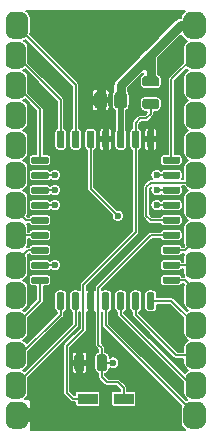
<source format=gtl>
G04 #@! TF.GenerationSoftware,KiCad,Pcbnew,(5.1.5-0-10_14)*
G04 #@! TF.CreationDate,2021-04-02T23:53:53-04:00*
G04 #@! TF.ProjectId,GW28R8128,47573238-5238-4313-9238-2e6b69636164,rev?*
G04 #@! TF.SameCoordinates,Original*
G04 #@! TF.FileFunction,Copper,L1,Top*
G04 #@! TF.FilePolarity,Positive*
%FSLAX46Y46*%
G04 Gerber Fmt 4.6, Leading zero omitted, Abs format (unit mm)*
G04 Created by KiCad (PCBNEW (5.1.5-0-10_14)) date 2021-04-02 23:53:53*
%MOMM*%
%LPD*%
G04 APERTURE LIST*
%ADD10C,0.100000*%
%ADD11R,1.700000X0.900000*%
%ADD12C,0.800000*%
%ADD13C,0.600000*%
%ADD14C,0.508000*%
%ADD15C,0.762000*%
%ADD16C,0.152400*%
G04 APERTURE END LIST*
G04 #@! TA.AperFunction,SMDPad,CuDef*
D10*
G36*
X46273329Y-48196023D02*
G01*
X46293957Y-48199083D01*
X46314185Y-48204150D01*
X46333820Y-48211176D01*
X46352672Y-48220092D01*
X46370559Y-48230813D01*
X46387309Y-48243235D01*
X46402760Y-48257240D01*
X46416765Y-48272691D01*
X46429187Y-48289441D01*
X46439908Y-48307328D01*
X46448824Y-48326180D01*
X46455850Y-48345815D01*
X46460917Y-48366043D01*
X46463977Y-48386671D01*
X46465000Y-48407500D01*
X46465000Y-49382500D01*
X46463977Y-49403329D01*
X46460917Y-49423957D01*
X46455850Y-49444185D01*
X46448824Y-49463820D01*
X46439908Y-49482672D01*
X46429187Y-49500559D01*
X46416765Y-49517309D01*
X46402760Y-49532760D01*
X46387309Y-49546765D01*
X46370559Y-49559187D01*
X46352672Y-49569908D01*
X46333820Y-49578824D01*
X46314185Y-49585850D01*
X46293957Y-49590917D01*
X46273329Y-49593977D01*
X46252500Y-49595000D01*
X45827500Y-49595000D01*
X45806671Y-49593977D01*
X45786043Y-49590917D01*
X45765815Y-49585850D01*
X45746180Y-49578824D01*
X45727328Y-49569908D01*
X45709441Y-49559187D01*
X45692691Y-49546765D01*
X45677240Y-49532760D01*
X45663235Y-49517309D01*
X45650813Y-49500559D01*
X45640092Y-49482672D01*
X45631176Y-49463820D01*
X45624150Y-49444185D01*
X45619083Y-49423957D01*
X45616023Y-49403329D01*
X45615000Y-49382500D01*
X45615000Y-48407500D01*
X45616023Y-48386671D01*
X45619083Y-48366043D01*
X45624150Y-48345815D01*
X45631176Y-48326180D01*
X45640092Y-48307328D01*
X45650813Y-48289441D01*
X45663235Y-48272691D01*
X45677240Y-48257240D01*
X45692691Y-48243235D01*
X45709441Y-48230813D01*
X45727328Y-48220092D01*
X45746180Y-48211176D01*
X45765815Y-48204150D01*
X45786043Y-48199083D01*
X45806671Y-48196023D01*
X45827500Y-48195000D01*
X46252500Y-48195000D01*
X46273329Y-48196023D01*
G37*
G04 #@! TD.AperFunction*
G04 #@! TA.AperFunction,SMDPad,CuDef*
G36*
X48173329Y-48196023D02*
G01*
X48193957Y-48199083D01*
X48214185Y-48204150D01*
X48233820Y-48211176D01*
X48252672Y-48220092D01*
X48270559Y-48230813D01*
X48287309Y-48243235D01*
X48302760Y-48257240D01*
X48316765Y-48272691D01*
X48329187Y-48289441D01*
X48339908Y-48307328D01*
X48348824Y-48326180D01*
X48355850Y-48345815D01*
X48360917Y-48366043D01*
X48363977Y-48386671D01*
X48365000Y-48407500D01*
X48365000Y-49382500D01*
X48363977Y-49403329D01*
X48360917Y-49423957D01*
X48355850Y-49444185D01*
X48348824Y-49463820D01*
X48339908Y-49482672D01*
X48329187Y-49500559D01*
X48316765Y-49517309D01*
X48302760Y-49532760D01*
X48287309Y-49546765D01*
X48270559Y-49559187D01*
X48252672Y-49569908D01*
X48233820Y-49578824D01*
X48214185Y-49585850D01*
X48193957Y-49590917D01*
X48173329Y-49593977D01*
X48152500Y-49595000D01*
X47727500Y-49595000D01*
X47706671Y-49593977D01*
X47686043Y-49590917D01*
X47665815Y-49585850D01*
X47646180Y-49578824D01*
X47627328Y-49569908D01*
X47609441Y-49559187D01*
X47592691Y-49546765D01*
X47577240Y-49532760D01*
X47563235Y-49517309D01*
X47550813Y-49500559D01*
X47540092Y-49482672D01*
X47531176Y-49463820D01*
X47524150Y-49444185D01*
X47519083Y-49423957D01*
X47516023Y-49403329D01*
X47515000Y-49382500D01*
X47515000Y-48407500D01*
X47516023Y-48386671D01*
X47519083Y-48366043D01*
X47524150Y-48345815D01*
X47531176Y-48326180D01*
X47540092Y-48307328D01*
X47550813Y-48289441D01*
X47563235Y-48272691D01*
X47577240Y-48257240D01*
X47592691Y-48243235D01*
X47609441Y-48230813D01*
X47627328Y-48220092D01*
X47646180Y-48211176D01*
X47665815Y-48204150D01*
X47686043Y-48199083D01*
X47706671Y-48196023D01*
X47727500Y-48195000D01*
X48152500Y-48195000D01*
X48173329Y-48196023D01*
G37*
G04 #@! TD.AperFunction*
G04 #@! TA.AperFunction,SMDPad,CuDef*
G36*
X48118229Y-25971264D02*
G01*
X48143711Y-25975044D01*
X48168700Y-25981303D01*
X48192954Y-25989982D01*
X48216242Y-26000996D01*
X48238337Y-26014239D01*
X48259028Y-26029585D01*
X48278116Y-26046884D01*
X48295415Y-26065972D01*
X48310761Y-26086663D01*
X48324004Y-26108758D01*
X48335018Y-26132046D01*
X48343697Y-26156300D01*
X48349956Y-26181289D01*
X48353736Y-26206771D01*
X48355000Y-26232500D01*
X48355000Y-27107500D01*
X48353736Y-27133229D01*
X48349956Y-27158711D01*
X48343697Y-27183700D01*
X48335018Y-27207954D01*
X48324004Y-27231242D01*
X48310761Y-27253337D01*
X48295415Y-27274028D01*
X48278116Y-27293116D01*
X48259028Y-27310415D01*
X48238337Y-27325761D01*
X48216242Y-27339004D01*
X48192954Y-27350018D01*
X48168700Y-27358697D01*
X48143711Y-27364956D01*
X48118229Y-27368736D01*
X48092500Y-27370000D01*
X47567500Y-27370000D01*
X47541771Y-27368736D01*
X47516289Y-27364956D01*
X47491300Y-27358697D01*
X47467046Y-27350018D01*
X47443758Y-27339004D01*
X47421663Y-27325761D01*
X47400972Y-27310415D01*
X47381884Y-27293116D01*
X47364585Y-27274028D01*
X47349239Y-27253337D01*
X47335996Y-27231242D01*
X47324982Y-27207954D01*
X47316303Y-27183700D01*
X47310044Y-27158711D01*
X47306264Y-27133229D01*
X47305000Y-27107500D01*
X47305000Y-26232500D01*
X47306264Y-26206771D01*
X47310044Y-26181289D01*
X47316303Y-26156300D01*
X47324982Y-26132046D01*
X47335996Y-26108758D01*
X47349239Y-26086663D01*
X47364585Y-26065972D01*
X47381884Y-26046884D01*
X47400972Y-26029585D01*
X47421663Y-26014239D01*
X47443758Y-26000996D01*
X47467046Y-25989982D01*
X47491300Y-25981303D01*
X47516289Y-25975044D01*
X47541771Y-25971264D01*
X47567500Y-25970000D01*
X48092500Y-25970000D01*
X48118229Y-25971264D01*
G37*
G04 #@! TD.AperFunction*
G04 #@! TA.AperFunction,SMDPad,CuDef*
G36*
X49818229Y-25971264D02*
G01*
X49843711Y-25975044D01*
X49868700Y-25981303D01*
X49892954Y-25989982D01*
X49916242Y-26000996D01*
X49938337Y-26014239D01*
X49959028Y-26029585D01*
X49978116Y-26046884D01*
X49995415Y-26065972D01*
X50010761Y-26086663D01*
X50024004Y-26108758D01*
X50035018Y-26132046D01*
X50043697Y-26156300D01*
X50049956Y-26181289D01*
X50053736Y-26206771D01*
X50055000Y-26232500D01*
X50055000Y-27107500D01*
X50053736Y-27133229D01*
X50049956Y-27158711D01*
X50043697Y-27183700D01*
X50035018Y-27207954D01*
X50024004Y-27231242D01*
X50010761Y-27253337D01*
X49995415Y-27274028D01*
X49978116Y-27293116D01*
X49959028Y-27310415D01*
X49938337Y-27325761D01*
X49916242Y-27339004D01*
X49892954Y-27350018D01*
X49868700Y-27358697D01*
X49843711Y-27364956D01*
X49818229Y-27368736D01*
X49792500Y-27370000D01*
X49267500Y-27370000D01*
X49241771Y-27368736D01*
X49216289Y-27364956D01*
X49191300Y-27358697D01*
X49167046Y-27350018D01*
X49143758Y-27339004D01*
X49121663Y-27325761D01*
X49100972Y-27310415D01*
X49081884Y-27293116D01*
X49064585Y-27274028D01*
X49049239Y-27253337D01*
X49035996Y-27231242D01*
X49024982Y-27207954D01*
X49016303Y-27183700D01*
X49010044Y-27158711D01*
X49006264Y-27133229D01*
X49005000Y-27107500D01*
X49005000Y-26232500D01*
X49006264Y-26206771D01*
X49010044Y-26181289D01*
X49016303Y-26156300D01*
X49024982Y-26132046D01*
X49035996Y-26108758D01*
X49049239Y-26086663D01*
X49064585Y-26065972D01*
X49081884Y-26046884D01*
X49100972Y-26029585D01*
X49121663Y-26014239D01*
X49143758Y-26000996D01*
X49167046Y-25989982D01*
X49191300Y-25981303D01*
X49216289Y-25975044D01*
X49241771Y-25971264D01*
X49267500Y-25970000D01*
X49792500Y-25970000D01*
X49818229Y-25971264D01*
G37*
G04 #@! TD.AperFunction*
G04 #@! TA.AperFunction,SMDPad,CuDef*
G36*
X52578329Y-26561023D02*
G01*
X52598957Y-26564083D01*
X52619185Y-26569150D01*
X52638820Y-26576176D01*
X52657672Y-26585092D01*
X52675559Y-26595813D01*
X52692309Y-26608235D01*
X52707760Y-26622240D01*
X52721765Y-26637691D01*
X52734187Y-26654441D01*
X52744908Y-26672328D01*
X52753824Y-26691180D01*
X52760850Y-26710815D01*
X52765917Y-26731043D01*
X52768977Y-26751671D01*
X52770000Y-26772500D01*
X52770000Y-27197500D01*
X52768977Y-27218329D01*
X52765917Y-27238957D01*
X52760850Y-27259185D01*
X52753824Y-27278820D01*
X52744908Y-27297672D01*
X52734187Y-27315559D01*
X52721765Y-27332309D01*
X52707760Y-27347760D01*
X52692309Y-27361765D01*
X52675559Y-27374187D01*
X52657672Y-27384908D01*
X52638820Y-27393824D01*
X52619185Y-27400850D01*
X52598957Y-27405917D01*
X52578329Y-27408977D01*
X52557500Y-27410000D01*
X51582500Y-27410000D01*
X51561671Y-27408977D01*
X51541043Y-27405917D01*
X51520815Y-27400850D01*
X51501180Y-27393824D01*
X51482328Y-27384908D01*
X51464441Y-27374187D01*
X51447691Y-27361765D01*
X51432240Y-27347760D01*
X51418235Y-27332309D01*
X51405813Y-27315559D01*
X51395092Y-27297672D01*
X51386176Y-27278820D01*
X51379150Y-27259185D01*
X51374083Y-27238957D01*
X51371023Y-27218329D01*
X51370000Y-27197500D01*
X51370000Y-26772500D01*
X51371023Y-26751671D01*
X51374083Y-26731043D01*
X51379150Y-26710815D01*
X51386176Y-26691180D01*
X51395092Y-26672328D01*
X51405813Y-26654441D01*
X51418235Y-26637691D01*
X51432240Y-26622240D01*
X51447691Y-26608235D01*
X51464441Y-26595813D01*
X51482328Y-26585092D01*
X51501180Y-26576176D01*
X51520815Y-26569150D01*
X51541043Y-26564083D01*
X51561671Y-26561023D01*
X51582500Y-26560000D01*
X52557500Y-26560000D01*
X52578329Y-26561023D01*
G37*
G04 #@! TD.AperFunction*
G04 #@! TA.AperFunction,SMDPad,CuDef*
G36*
X52578329Y-24661023D02*
G01*
X52598957Y-24664083D01*
X52619185Y-24669150D01*
X52638820Y-24676176D01*
X52657672Y-24685092D01*
X52675559Y-24695813D01*
X52692309Y-24708235D01*
X52707760Y-24722240D01*
X52721765Y-24737691D01*
X52734187Y-24754441D01*
X52744908Y-24772328D01*
X52753824Y-24791180D01*
X52760850Y-24810815D01*
X52765917Y-24831043D01*
X52768977Y-24851671D01*
X52770000Y-24872500D01*
X52770000Y-25297500D01*
X52768977Y-25318329D01*
X52765917Y-25338957D01*
X52760850Y-25359185D01*
X52753824Y-25378820D01*
X52744908Y-25397672D01*
X52734187Y-25415559D01*
X52721765Y-25432309D01*
X52707760Y-25447760D01*
X52692309Y-25461765D01*
X52675559Y-25474187D01*
X52657672Y-25484908D01*
X52638820Y-25493824D01*
X52619185Y-25500850D01*
X52598957Y-25505917D01*
X52578329Y-25508977D01*
X52557500Y-25510000D01*
X51582500Y-25510000D01*
X51561671Y-25508977D01*
X51541043Y-25505917D01*
X51520815Y-25500850D01*
X51501180Y-25493824D01*
X51482328Y-25484908D01*
X51464441Y-25474187D01*
X51447691Y-25461765D01*
X51432240Y-25447760D01*
X51418235Y-25432309D01*
X51405813Y-25415559D01*
X51395092Y-25397672D01*
X51386176Y-25378820D01*
X51379150Y-25359185D01*
X51374083Y-25338957D01*
X51371023Y-25318329D01*
X51370000Y-25297500D01*
X51370000Y-24872500D01*
X51371023Y-24851671D01*
X51374083Y-24831043D01*
X51379150Y-24810815D01*
X51386176Y-24791180D01*
X51395092Y-24772328D01*
X51405813Y-24754441D01*
X51418235Y-24737691D01*
X51432240Y-24722240D01*
X51447691Y-24708235D01*
X51464441Y-24695813D01*
X51482328Y-24685092D01*
X51501180Y-24676176D01*
X51520815Y-24669150D01*
X51541043Y-24664083D01*
X51561671Y-24661023D01*
X51582500Y-24660000D01*
X52557500Y-24660000D01*
X52578329Y-24661023D01*
G37*
G04 #@! TD.AperFunction*
G04 #@! TA.AperFunction,ComponentPad*
G36*
X56130181Y-19183202D02*
G01*
X56194735Y-19192778D01*
X56258039Y-19208635D01*
X56319484Y-19230620D01*
X56378479Y-19258522D01*
X56434454Y-19292073D01*
X56486872Y-19330948D01*
X56535226Y-19374774D01*
X56579052Y-19423128D01*
X56617927Y-19475546D01*
X56651478Y-19531521D01*
X56679380Y-19590516D01*
X56701365Y-19651961D01*
X56717222Y-19715265D01*
X56726798Y-19779819D01*
X56730000Y-19845000D01*
X56730000Y-20795000D01*
X56726798Y-20860181D01*
X56717222Y-20924735D01*
X56701365Y-20988039D01*
X56679380Y-21049484D01*
X56651478Y-21108479D01*
X56617927Y-21164454D01*
X56579052Y-21216872D01*
X56535226Y-21265226D01*
X56486872Y-21309052D01*
X56434454Y-21347927D01*
X56378479Y-21381478D01*
X56319484Y-21409380D01*
X56258039Y-21431365D01*
X56194735Y-21447222D01*
X56130181Y-21456798D01*
X56065000Y-21460000D01*
X55495000Y-21460000D01*
X55429819Y-21456798D01*
X55365265Y-21447222D01*
X55301961Y-21431365D01*
X55240516Y-21409380D01*
X55181521Y-21381478D01*
X55125546Y-21347927D01*
X55073128Y-21309052D01*
X55024774Y-21265226D01*
X54980948Y-21216872D01*
X54942073Y-21164454D01*
X54908522Y-21108479D01*
X54880620Y-21049484D01*
X54858635Y-20988039D01*
X54842778Y-20924735D01*
X54833202Y-20860181D01*
X54830000Y-20795000D01*
X54830000Y-19845000D01*
X54833202Y-19779819D01*
X54842778Y-19715265D01*
X54858635Y-19651961D01*
X54880620Y-19590516D01*
X54908522Y-19531521D01*
X54942073Y-19475546D01*
X54980948Y-19423128D01*
X55024774Y-19374774D01*
X55073128Y-19330948D01*
X55125546Y-19292073D01*
X55181521Y-19258522D01*
X55240516Y-19230620D01*
X55301961Y-19208635D01*
X55365265Y-19192778D01*
X55429819Y-19183202D01*
X55495000Y-19180000D01*
X56065000Y-19180000D01*
X56130181Y-19183202D01*
G37*
G04 #@! TD.AperFunction*
G04 #@! TA.AperFunction,ComponentPad*
G36*
X41090181Y-52203202D02*
G01*
X41154735Y-52212778D01*
X41218039Y-52228635D01*
X41279484Y-52250620D01*
X41338479Y-52278522D01*
X41394454Y-52312073D01*
X41446872Y-52350948D01*
X41495226Y-52394774D01*
X41539052Y-52443128D01*
X41577927Y-52495546D01*
X41611478Y-52551521D01*
X41639380Y-52610516D01*
X41661365Y-52671961D01*
X41677222Y-52735265D01*
X41686798Y-52799819D01*
X41690000Y-52865000D01*
X41690000Y-53815000D01*
X41686798Y-53880181D01*
X41677222Y-53944735D01*
X41661365Y-54008039D01*
X41639380Y-54069484D01*
X41611478Y-54128479D01*
X41577927Y-54184454D01*
X41539052Y-54236872D01*
X41495226Y-54285226D01*
X41446872Y-54329052D01*
X41394454Y-54367927D01*
X41338479Y-54401478D01*
X41279484Y-54429380D01*
X41218039Y-54451365D01*
X41154735Y-54467222D01*
X41090181Y-54476798D01*
X41025000Y-54480000D01*
X40455000Y-54480000D01*
X40389819Y-54476798D01*
X40325265Y-54467222D01*
X40261961Y-54451365D01*
X40200516Y-54429380D01*
X40141521Y-54401478D01*
X40085546Y-54367927D01*
X40033128Y-54329052D01*
X39984774Y-54285226D01*
X39940948Y-54236872D01*
X39902073Y-54184454D01*
X39868522Y-54128479D01*
X39840620Y-54069484D01*
X39818635Y-54008039D01*
X39802778Y-53944735D01*
X39793202Y-53880181D01*
X39790000Y-53815000D01*
X39790000Y-52865000D01*
X39793202Y-52799819D01*
X39802778Y-52735265D01*
X39818635Y-52671961D01*
X39840620Y-52610516D01*
X39868522Y-52551521D01*
X39902073Y-52495546D01*
X39940948Y-52443128D01*
X39984774Y-52394774D01*
X40033128Y-52350948D01*
X40085546Y-52312073D01*
X40141521Y-52278522D01*
X40200516Y-52250620D01*
X40261961Y-52228635D01*
X40325265Y-52212778D01*
X40389819Y-52203202D01*
X40455000Y-52200000D01*
X41025000Y-52200000D01*
X41090181Y-52203202D01*
G37*
G04 #@! TD.AperFunction*
G04 #@! TA.AperFunction,ComponentPad*
G36*
X56193320Y-21722865D02*
G01*
X56251079Y-21731433D01*
X56307719Y-21745621D01*
X56362697Y-21765292D01*
X56415481Y-21790257D01*
X56465564Y-21820276D01*
X56512464Y-21855059D01*
X56555729Y-21894271D01*
X56594941Y-21937536D01*
X56629724Y-21984436D01*
X56659743Y-22034519D01*
X56684708Y-22087303D01*
X56704379Y-22142281D01*
X56718567Y-22198921D01*
X56727135Y-22256680D01*
X56730000Y-22315000D01*
X56730000Y-23405000D01*
X56727135Y-23463320D01*
X56718567Y-23521079D01*
X56704379Y-23577719D01*
X56684708Y-23632697D01*
X56659743Y-23685481D01*
X56629724Y-23735564D01*
X56594941Y-23782464D01*
X56555729Y-23825729D01*
X56512464Y-23864941D01*
X56465564Y-23899724D01*
X56415481Y-23929743D01*
X56362697Y-23954708D01*
X56307719Y-23974379D01*
X56251079Y-23988567D01*
X56193320Y-23997135D01*
X56135000Y-24000000D01*
X55625000Y-24000000D01*
X55566680Y-23997135D01*
X55508921Y-23988567D01*
X55452281Y-23974379D01*
X55397303Y-23954708D01*
X55344519Y-23929743D01*
X55294436Y-23899724D01*
X55247536Y-23864941D01*
X55204271Y-23825729D01*
X55165059Y-23782464D01*
X55130276Y-23735564D01*
X55100257Y-23685481D01*
X55075292Y-23632697D01*
X55055621Y-23577719D01*
X55041433Y-23521079D01*
X55032865Y-23463320D01*
X55030000Y-23405000D01*
X55030000Y-22315000D01*
X55032865Y-22256680D01*
X55041433Y-22198921D01*
X55055621Y-22142281D01*
X55075292Y-22087303D01*
X55100257Y-22034519D01*
X55130276Y-21984436D01*
X55165059Y-21937536D01*
X55204271Y-21894271D01*
X55247536Y-21855059D01*
X55294436Y-21820276D01*
X55344519Y-21790257D01*
X55397303Y-21765292D01*
X55452281Y-21745621D01*
X55508921Y-21731433D01*
X55566680Y-21722865D01*
X55625000Y-21720000D01*
X56135000Y-21720000D01*
X56193320Y-21722865D01*
G37*
G04 #@! TD.AperFunction*
G04 #@! TA.AperFunction,ComponentPad*
G36*
X40953320Y-49662865D02*
G01*
X41011079Y-49671433D01*
X41067719Y-49685621D01*
X41122697Y-49705292D01*
X41175481Y-49730257D01*
X41225564Y-49760276D01*
X41272464Y-49795059D01*
X41315729Y-49834271D01*
X41354941Y-49877536D01*
X41389724Y-49924436D01*
X41419743Y-49974519D01*
X41444708Y-50027303D01*
X41464379Y-50082281D01*
X41478567Y-50138921D01*
X41487135Y-50196680D01*
X41490000Y-50255000D01*
X41490000Y-51345000D01*
X41487135Y-51403320D01*
X41478567Y-51461079D01*
X41464379Y-51517719D01*
X41444708Y-51572697D01*
X41419743Y-51625481D01*
X41389724Y-51675564D01*
X41354941Y-51722464D01*
X41315729Y-51765729D01*
X41272464Y-51804941D01*
X41225564Y-51839724D01*
X41175481Y-51869743D01*
X41122697Y-51894708D01*
X41067719Y-51914379D01*
X41011079Y-51928567D01*
X40953320Y-51937135D01*
X40895000Y-51940000D01*
X40385000Y-51940000D01*
X40326680Y-51937135D01*
X40268921Y-51928567D01*
X40212281Y-51914379D01*
X40157303Y-51894708D01*
X40104519Y-51869743D01*
X40054436Y-51839724D01*
X40007536Y-51804941D01*
X39964271Y-51765729D01*
X39925059Y-51722464D01*
X39890276Y-51675564D01*
X39860257Y-51625481D01*
X39835292Y-51572697D01*
X39815621Y-51517719D01*
X39801433Y-51461079D01*
X39792865Y-51403320D01*
X39790000Y-51345000D01*
X39790000Y-50255000D01*
X39792865Y-50196680D01*
X39801433Y-50138921D01*
X39815621Y-50082281D01*
X39835292Y-50027303D01*
X39860257Y-49974519D01*
X39890276Y-49924436D01*
X39925059Y-49877536D01*
X39964271Y-49834271D01*
X40007536Y-49795059D01*
X40054436Y-49760276D01*
X40104519Y-49730257D01*
X40157303Y-49705292D01*
X40212281Y-49685621D01*
X40268921Y-49671433D01*
X40326680Y-49662865D01*
X40385000Y-49660000D01*
X40895000Y-49660000D01*
X40953320Y-49662865D01*
G37*
G04 #@! TD.AperFunction*
G04 #@! TA.AperFunction,ComponentPad*
G36*
X56193320Y-24262865D02*
G01*
X56251079Y-24271433D01*
X56307719Y-24285621D01*
X56362697Y-24305292D01*
X56415481Y-24330257D01*
X56465564Y-24360276D01*
X56512464Y-24395059D01*
X56555729Y-24434271D01*
X56594941Y-24477536D01*
X56629724Y-24524436D01*
X56659743Y-24574519D01*
X56684708Y-24627303D01*
X56704379Y-24682281D01*
X56718567Y-24738921D01*
X56727135Y-24796680D01*
X56730000Y-24855000D01*
X56730000Y-25945000D01*
X56727135Y-26003320D01*
X56718567Y-26061079D01*
X56704379Y-26117719D01*
X56684708Y-26172697D01*
X56659743Y-26225481D01*
X56629724Y-26275564D01*
X56594941Y-26322464D01*
X56555729Y-26365729D01*
X56512464Y-26404941D01*
X56465564Y-26439724D01*
X56415481Y-26469743D01*
X56362697Y-26494708D01*
X56307719Y-26514379D01*
X56251079Y-26528567D01*
X56193320Y-26537135D01*
X56135000Y-26540000D01*
X55625000Y-26540000D01*
X55566680Y-26537135D01*
X55508921Y-26528567D01*
X55452281Y-26514379D01*
X55397303Y-26494708D01*
X55344519Y-26469743D01*
X55294436Y-26439724D01*
X55247536Y-26404941D01*
X55204271Y-26365729D01*
X55165059Y-26322464D01*
X55130276Y-26275564D01*
X55100257Y-26225481D01*
X55075292Y-26172697D01*
X55055621Y-26117719D01*
X55041433Y-26061079D01*
X55032865Y-26003320D01*
X55030000Y-25945000D01*
X55030000Y-24855000D01*
X55032865Y-24796680D01*
X55041433Y-24738921D01*
X55055621Y-24682281D01*
X55075292Y-24627303D01*
X55100257Y-24574519D01*
X55130276Y-24524436D01*
X55165059Y-24477536D01*
X55204271Y-24434271D01*
X55247536Y-24395059D01*
X55294436Y-24360276D01*
X55344519Y-24330257D01*
X55397303Y-24305292D01*
X55452281Y-24285621D01*
X55508921Y-24271433D01*
X55566680Y-24262865D01*
X55625000Y-24260000D01*
X56135000Y-24260000D01*
X56193320Y-24262865D01*
G37*
G04 #@! TD.AperFunction*
G04 #@! TA.AperFunction,ComponentPad*
G36*
X40953320Y-47122865D02*
G01*
X41011079Y-47131433D01*
X41067719Y-47145621D01*
X41122697Y-47165292D01*
X41175481Y-47190257D01*
X41225564Y-47220276D01*
X41272464Y-47255059D01*
X41315729Y-47294271D01*
X41354941Y-47337536D01*
X41389724Y-47384436D01*
X41419743Y-47434519D01*
X41444708Y-47487303D01*
X41464379Y-47542281D01*
X41478567Y-47598921D01*
X41487135Y-47656680D01*
X41490000Y-47715000D01*
X41490000Y-48805000D01*
X41487135Y-48863320D01*
X41478567Y-48921079D01*
X41464379Y-48977719D01*
X41444708Y-49032697D01*
X41419743Y-49085481D01*
X41389724Y-49135564D01*
X41354941Y-49182464D01*
X41315729Y-49225729D01*
X41272464Y-49264941D01*
X41225564Y-49299724D01*
X41175481Y-49329743D01*
X41122697Y-49354708D01*
X41067719Y-49374379D01*
X41011079Y-49388567D01*
X40953320Y-49397135D01*
X40895000Y-49400000D01*
X40385000Y-49400000D01*
X40326680Y-49397135D01*
X40268921Y-49388567D01*
X40212281Y-49374379D01*
X40157303Y-49354708D01*
X40104519Y-49329743D01*
X40054436Y-49299724D01*
X40007536Y-49264941D01*
X39964271Y-49225729D01*
X39925059Y-49182464D01*
X39890276Y-49135564D01*
X39860257Y-49085481D01*
X39835292Y-49032697D01*
X39815621Y-48977719D01*
X39801433Y-48921079D01*
X39792865Y-48863320D01*
X39790000Y-48805000D01*
X39790000Y-47715000D01*
X39792865Y-47656680D01*
X39801433Y-47598921D01*
X39815621Y-47542281D01*
X39835292Y-47487303D01*
X39860257Y-47434519D01*
X39890276Y-47384436D01*
X39925059Y-47337536D01*
X39964271Y-47294271D01*
X40007536Y-47255059D01*
X40054436Y-47220276D01*
X40104519Y-47190257D01*
X40157303Y-47165292D01*
X40212281Y-47145621D01*
X40268921Y-47131433D01*
X40326680Y-47122865D01*
X40385000Y-47120000D01*
X40895000Y-47120000D01*
X40953320Y-47122865D01*
G37*
G04 #@! TD.AperFunction*
G04 #@! TA.AperFunction,ComponentPad*
G36*
X56193320Y-26802865D02*
G01*
X56251079Y-26811433D01*
X56307719Y-26825621D01*
X56362697Y-26845292D01*
X56415481Y-26870257D01*
X56465564Y-26900276D01*
X56512464Y-26935059D01*
X56555729Y-26974271D01*
X56594941Y-27017536D01*
X56629724Y-27064436D01*
X56659743Y-27114519D01*
X56684708Y-27167303D01*
X56704379Y-27222281D01*
X56718567Y-27278921D01*
X56727135Y-27336680D01*
X56730000Y-27395000D01*
X56730000Y-28485000D01*
X56727135Y-28543320D01*
X56718567Y-28601079D01*
X56704379Y-28657719D01*
X56684708Y-28712697D01*
X56659743Y-28765481D01*
X56629724Y-28815564D01*
X56594941Y-28862464D01*
X56555729Y-28905729D01*
X56512464Y-28944941D01*
X56465564Y-28979724D01*
X56415481Y-29009743D01*
X56362697Y-29034708D01*
X56307719Y-29054379D01*
X56251079Y-29068567D01*
X56193320Y-29077135D01*
X56135000Y-29080000D01*
X55625000Y-29080000D01*
X55566680Y-29077135D01*
X55508921Y-29068567D01*
X55452281Y-29054379D01*
X55397303Y-29034708D01*
X55344519Y-29009743D01*
X55294436Y-28979724D01*
X55247536Y-28944941D01*
X55204271Y-28905729D01*
X55165059Y-28862464D01*
X55130276Y-28815564D01*
X55100257Y-28765481D01*
X55075292Y-28712697D01*
X55055621Y-28657719D01*
X55041433Y-28601079D01*
X55032865Y-28543320D01*
X55030000Y-28485000D01*
X55030000Y-27395000D01*
X55032865Y-27336680D01*
X55041433Y-27278921D01*
X55055621Y-27222281D01*
X55075292Y-27167303D01*
X55100257Y-27114519D01*
X55130276Y-27064436D01*
X55165059Y-27017536D01*
X55204271Y-26974271D01*
X55247536Y-26935059D01*
X55294436Y-26900276D01*
X55344519Y-26870257D01*
X55397303Y-26845292D01*
X55452281Y-26825621D01*
X55508921Y-26811433D01*
X55566680Y-26802865D01*
X55625000Y-26800000D01*
X56135000Y-26800000D01*
X56193320Y-26802865D01*
G37*
G04 #@! TD.AperFunction*
G04 #@! TA.AperFunction,ComponentPad*
G36*
X40953320Y-44582865D02*
G01*
X41011079Y-44591433D01*
X41067719Y-44605621D01*
X41122697Y-44625292D01*
X41175481Y-44650257D01*
X41225564Y-44680276D01*
X41272464Y-44715059D01*
X41315729Y-44754271D01*
X41354941Y-44797536D01*
X41389724Y-44844436D01*
X41419743Y-44894519D01*
X41444708Y-44947303D01*
X41464379Y-45002281D01*
X41478567Y-45058921D01*
X41487135Y-45116680D01*
X41490000Y-45175000D01*
X41490000Y-46265000D01*
X41487135Y-46323320D01*
X41478567Y-46381079D01*
X41464379Y-46437719D01*
X41444708Y-46492697D01*
X41419743Y-46545481D01*
X41389724Y-46595564D01*
X41354941Y-46642464D01*
X41315729Y-46685729D01*
X41272464Y-46724941D01*
X41225564Y-46759724D01*
X41175481Y-46789743D01*
X41122697Y-46814708D01*
X41067719Y-46834379D01*
X41011079Y-46848567D01*
X40953320Y-46857135D01*
X40895000Y-46860000D01*
X40385000Y-46860000D01*
X40326680Y-46857135D01*
X40268921Y-46848567D01*
X40212281Y-46834379D01*
X40157303Y-46814708D01*
X40104519Y-46789743D01*
X40054436Y-46759724D01*
X40007536Y-46724941D01*
X39964271Y-46685729D01*
X39925059Y-46642464D01*
X39890276Y-46595564D01*
X39860257Y-46545481D01*
X39835292Y-46492697D01*
X39815621Y-46437719D01*
X39801433Y-46381079D01*
X39792865Y-46323320D01*
X39790000Y-46265000D01*
X39790000Y-45175000D01*
X39792865Y-45116680D01*
X39801433Y-45058921D01*
X39815621Y-45002281D01*
X39835292Y-44947303D01*
X39860257Y-44894519D01*
X39890276Y-44844436D01*
X39925059Y-44797536D01*
X39964271Y-44754271D01*
X40007536Y-44715059D01*
X40054436Y-44680276D01*
X40104519Y-44650257D01*
X40157303Y-44625292D01*
X40212281Y-44605621D01*
X40268921Y-44591433D01*
X40326680Y-44582865D01*
X40385000Y-44580000D01*
X40895000Y-44580000D01*
X40953320Y-44582865D01*
G37*
G04 #@! TD.AperFunction*
G04 #@! TA.AperFunction,ComponentPad*
G36*
X56193320Y-29342865D02*
G01*
X56251079Y-29351433D01*
X56307719Y-29365621D01*
X56362697Y-29385292D01*
X56415481Y-29410257D01*
X56465564Y-29440276D01*
X56512464Y-29475059D01*
X56555729Y-29514271D01*
X56594941Y-29557536D01*
X56629724Y-29604436D01*
X56659743Y-29654519D01*
X56684708Y-29707303D01*
X56704379Y-29762281D01*
X56718567Y-29818921D01*
X56727135Y-29876680D01*
X56730000Y-29935000D01*
X56730000Y-31025000D01*
X56727135Y-31083320D01*
X56718567Y-31141079D01*
X56704379Y-31197719D01*
X56684708Y-31252697D01*
X56659743Y-31305481D01*
X56629724Y-31355564D01*
X56594941Y-31402464D01*
X56555729Y-31445729D01*
X56512464Y-31484941D01*
X56465564Y-31519724D01*
X56415481Y-31549743D01*
X56362697Y-31574708D01*
X56307719Y-31594379D01*
X56251079Y-31608567D01*
X56193320Y-31617135D01*
X56135000Y-31620000D01*
X55625000Y-31620000D01*
X55566680Y-31617135D01*
X55508921Y-31608567D01*
X55452281Y-31594379D01*
X55397303Y-31574708D01*
X55344519Y-31549743D01*
X55294436Y-31519724D01*
X55247536Y-31484941D01*
X55204271Y-31445729D01*
X55165059Y-31402464D01*
X55130276Y-31355564D01*
X55100257Y-31305481D01*
X55075292Y-31252697D01*
X55055621Y-31197719D01*
X55041433Y-31141079D01*
X55032865Y-31083320D01*
X55030000Y-31025000D01*
X55030000Y-29935000D01*
X55032865Y-29876680D01*
X55041433Y-29818921D01*
X55055621Y-29762281D01*
X55075292Y-29707303D01*
X55100257Y-29654519D01*
X55130276Y-29604436D01*
X55165059Y-29557536D01*
X55204271Y-29514271D01*
X55247536Y-29475059D01*
X55294436Y-29440276D01*
X55344519Y-29410257D01*
X55397303Y-29385292D01*
X55452281Y-29365621D01*
X55508921Y-29351433D01*
X55566680Y-29342865D01*
X55625000Y-29340000D01*
X56135000Y-29340000D01*
X56193320Y-29342865D01*
G37*
G04 #@! TD.AperFunction*
G04 #@! TA.AperFunction,ComponentPad*
G36*
X40953320Y-42042865D02*
G01*
X41011079Y-42051433D01*
X41067719Y-42065621D01*
X41122697Y-42085292D01*
X41175481Y-42110257D01*
X41225564Y-42140276D01*
X41272464Y-42175059D01*
X41315729Y-42214271D01*
X41354941Y-42257536D01*
X41389724Y-42304436D01*
X41419743Y-42354519D01*
X41444708Y-42407303D01*
X41464379Y-42462281D01*
X41478567Y-42518921D01*
X41487135Y-42576680D01*
X41490000Y-42635000D01*
X41490000Y-43725000D01*
X41487135Y-43783320D01*
X41478567Y-43841079D01*
X41464379Y-43897719D01*
X41444708Y-43952697D01*
X41419743Y-44005481D01*
X41389724Y-44055564D01*
X41354941Y-44102464D01*
X41315729Y-44145729D01*
X41272464Y-44184941D01*
X41225564Y-44219724D01*
X41175481Y-44249743D01*
X41122697Y-44274708D01*
X41067719Y-44294379D01*
X41011079Y-44308567D01*
X40953320Y-44317135D01*
X40895000Y-44320000D01*
X40385000Y-44320000D01*
X40326680Y-44317135D01*
X40268921Y-44308567D01*
X40212281Y-44294379D01*
X40157303Y-44274708D01*
X40104519Y-44249743D01*
X40054436Y-44219724D01*
X40007536Y-44184941D01*
X39964271Y-44145729D01*
X39925059Y-44102464D01*
X39890276Y-44055564D01*
X39860257Y-44005481D01*
X39835292Y-43952697D01*
X39815621Y-43897719D01*
X39801433Y-43841079D01*
X39792865Y-43783320D01*
X39790000Y-43725000D01*
X39790000Y-42635000D01*
X39792865Y-42576680D01*
X39801433Y-42518921D01*
X39815621Y-42462281D01*
X39835292Y-42407303D01*
X39860257Y-42354519D01*
X39890276Y-42304436D01*
X39925059Y-42257536D01*
X39964271Y-42214271D01*
X40007536Y-42175059D01*
X40054436Y-42140276D01*
X40104519Y-42110257D01*
X40157303Y-42085292D01*
X40212281Y-42065621D01*
X40268921Y-42051433D01*
X40326680Y-42042865D01*
X40385000Y-42040000D01*
X40895000Y-42040000D01*
X40953320Y-42042865D01*
G37*
G04 #@! TD.AperFunction*
G04 #@! TA.AperFunction,ComponentPad*
G36*
X56193320Y-31882865D02*
G01*
X56251079Y-31891433D01*
X56307719Y-31905621D01*
X56362697Y-31925292D01*
X56415481Y-31950257D01*
X56465564Y-31980276D01*
X56512464Y-32015059D01*
X56555729Y-32054271D01*
X56594941Y-32097536D01*
X56629724Y-32144436D01*
X56659743Y-32194519D01*
X56684708Y-32247303D01*
X56704379Y-32302281D01*
X56718567Y-32358921D01*
X56727135Y-32416680D01*
X56730000Y-32475000D01*
X56730000Y-33565000D01*
X56727135Y-33623320D01*
X56718567Y-33681079D01*
X56704379Y-33737719D01*
X56684708Y-33792697D01*
X56659743Y-33845481D01*
X56629724Y-33895564D01*
X56594941Y-33942464D01*
X56555729Y-33985729D01*
X56512464Y-34024941D01*
X56465564Y-34059724D01*
X56415481Y-34089743D01*
X56362697Y-34114708D01*
X56307719Y-34134379D01*
X56251079Y-34148567D01*
X56193320Y-34157135D01*
X56135000Y-34160000D01*
X55625000Y-34160000D01*
X55566680Y-34157135D01*
X55508921Y-34148567D01*
X55452281Y-34134379D01*
X55397303Y-34114708D01*
X55344519Y-34089743D01*
X55294436Y-34059724D01*
X55247536Y-34024941D01*
X55204271Y-33985729D01*
X55165059Y-33942464D01*
X55130276Y-33895564D01*
X55100257Y-33845481D01*
X55075292Y-33792697D01*
X55055621Y-33737719D01*
X55041433Y-33681079D01*
X55032865Y-33623320D01*
X55030000Y-33565000D01*
X55030000Y-32475000D01*
X55032865Y-32416680D01*
X55041433Y-32358921D01*
X55055621Y-32302281D01*
X55075292Y-32247303D01*
X55100257Y-32194519D01*
X55130276Y-32144436D01*
X55165059Y-32097536D01*
X55204271Y-32054271D01*
X55247536Y-32015059D01*
X55294436Y-31980276D01*
X55344519Y-31950257D01*
X55397303Y-31925292D01*
X55452281Y-31905621D01*
X55508921Y-31891433D01*
X55566680Y-31882865D01*
X55625000Y-31880000D01*
X56135000Y-31880000D01*
X56193320Y-31882865D01*
G37*
G04 #@! TD.AperFunction*
G04 #@! TA.AperFunction,ComponentPad*
G36*
X40953320Y-39502865D02*
G01*
X41011079Y-39511433D01*
X41067719Y-39525621D01*
X41122697Y-39545292D01*
X41175481Y-39570257D01*
X41225564Y-39600276D01*
X41272464Y-39635059D01*
X41315729Y-39674271D01*
X41354941Y-39717536D01*
X41389724Y-39764436D01*
X41419743Y-39814519D01*
X41444708Y-39867303D01*
X41464379Y-39922281D01*
X41478567Y-39978921D01*
X41487135Y-40036680D01*
X41490000Y-40095000D01*
X41490000Y-41185000D01*
X41487135Y-41243320D01*
X41478567Y-41301079D01*
X41464379Y-41357719D01*
X41444708Y-41412697D01*
X41419743Y-41465481D01*
X41389724Y-41515564D01*
X41354941Y-41562464D01*
X41315729Y-41605729D01*
X41272464Y-41644941D01*
X41225564Y-41679724D01*
X41175481Y-41709743D01*
X41122697Y-41734708D01*
X41067719Y-41754379D01*
X41011079Y-41768567D01*
X40953320Y-41777135D01*
X40895000Y-41780000D01*
X40385000Y-41780000D01*
X40326680Y-41777135D01*
X40268921Y-41768567D01*
X40212281Y-41754379D01*
X40157303Y-41734708D01*
X40104519Y-41709743D01*
X40054436Y-41679724D01*
X40007536Y-41644941D01*
X39964271Y-41605729D01*
X39925059Y-41562464D01*
X39890276Y-41515564D01*
X39860257Y-41465481D01*
X39835292Y-41412697D01*
X39815621Y-41357719D01*
X39801433Y-41301079D01*
X39792865Y-41243320D01*
X39790000Y-41185000D01*
X39790000Y-40095000D01*
X39792865Y-40036680D01*
X39801433Y-39978921D01*
X39815621Y-39922281D01*
X39835292Y-39867303D01*
X39860257Y-39814519D01*
X39890276Y-39764436D01*
X39925059Y-39717536D01*
X39964271Y-39674271D01*
X40007536Y-39635059D01*
X40054436Y-39600276D01*
X40104519Y-39570257D01*
X40157303Y-39545292D01*
X40212281Y-39525621D01*
X40268921Y-39511433D01*
X40326680Y-39502865D01*
X40385000Y-39500000D01*
X40895000Y-39500000D01*
X40953320Y-39502865D01*
G37*
G04 #@! TD.AperFunction*
G04 #@! TA.AperFunction,ComponentPad*
G36*
X56193320Y-34422865D02*
G01*
X56251079Y-34431433D01*
X56307719Y-34445621D01*
X56362697Y-34465292D01*
X56415481Y-34490257D01*
X56465564Y-34520276D01*
X56512464Y-34555059D01*
X56555729Y-34594271D01*
X56594941Y-34637536D01*
X56629724Y-34684436D01*
X56659743Y-34734519D01*
X56684708Y-34787303D01*
X56704379Y-34842281D01*
X56718567Y-34898921D01*
X56727135Y-34956680D01*
X56730000Y-35015000D01*
X56730000Y-36105000D01*
X56727135Y-36163320D01*
X56718567Y-36221079D01*
X56704379Y-36277719D01*
X56684708Y-36332697D01*
X56659743Y-36385481D01*
X56629724Y-36435564D01*
X56594941Y-36482464D01*
X56555729Y-36525729D01*
X56512464Y-36564941D01*
X56465564Y-36599724D01*
X56415481Y-36629743D01*
X56362697Y-36654708D01*
X56307719Y-36674379D01*
X56251079Y-36688567D01*
X56193320Y-36697135D01*
X56135000Y-36700000D01*
X55625000Y-36700000D01*
X55566680Y-36697135D01*
X55508921Y-36688567D01*
X55452281Y-36674379D01*
X55397303Y-36654708D01*
X55344519Y-36629743D01*
X55294436Y-36599724D01*
X55247536Y-36564941D01*
X55204271Y-36525729D01*
X55165059Y-36482464D01*
X55130276Y-36435564D01*
X55100257Y-36385481D01*
X55075292Y-36332697D01*
X55055621Y-36277719D01*
X55041433Y-36221079D01*
X55032865Y-36163320D01*
X55030000Y-36105000D01*
X55030000Y-35015000D01*
X55032865Y-34956680D01*
X55041433Y-34898921D01*
X55055621Y-34842281D01*
X55075292Y-34787303D01*
X55100257Y-34734519D01*
X55130276Y-34684436D01*
X55165059Y-34637536D01*
X55204271Y-34594271D01*
X55247536Y-34555059D01*
X55294436Y-34520276D01*
X55344519Y-34490257D01*
X55397303Y-34465292D01*
X55452281Y-34445621D01*
X55508921Y-34431433D01*
X55566680Y-34422865D01*
X55625000Y-34420000D01*
X56135000Y-34420000D01*
X56193320Y-34422865D01*
G37*
G04 #@! TD.AperFunction*
G04 #@! TA.AperFunction,ComponentPad*
G36*
X40953320Y-36962865D02*
G01*
X41011079Y-36971433D01*
X41067719Y-36985621D01*
X41122697Y-37005292D01*
X41175481Y-37030257D01*
X41225564Y-37060276D01*
X41272464Y-37095059D01*
X41315729Y-37134271D01*
X41354941Y-37177536D01*
X41389724Y-37224436D01*
X41419743Y-37274519D01*
X41444708Y-37327303D01*
X41464379Y-37382281D01*
X41478567Y-37438921D01*
X41487135Y-37496680D01*
X41490000Y-37555000D01*
X41490000Y-38645000D01*
X41487135Y-38703320D01*
X41478567Y-38761079D01*
X41464379Y-38817719D01*
X41444708Y-38872697D01*
X41419743Y-38925481D01*
X41389724Y-38975564D01*
X41354941Y-39022464D01*
X41315729Y-39065729D01*
X41272464Y-39104941D01*
X41225564Y-39139724D01*
X41175481Y-39169743D01*
X41122697Y-39194708D01*
X41067719Y-39214379D01*
X41011079Y-39228567D01*
X40953320Y-39237135D01*
X40895000Y-39240000D01*
X40385000Y-39240000D01*
X40326680Y-39237135D01*
X40268921Y-39228567D01*
X40212281Y-39214379D01*
X40157303Y-39194708D01*
X40104519Y-39169743D01*
X40054436Y-39139724D01*
X40007536Y-39104941D01*
X39964271Y-39065729D01*
X39925059Y-39022464D01*
X39890276Y-38975564D01*
X39860257Y-38925481D01*
X39835292Y-38872697D01*
X39815621Y-38817719D01*
X39801433Y-38761079D01*
X39792865Y-38703320D01*
X39790000Y-38645000D01*
X39790000Y-37555000D01*
X39792865Y-37496680D01*
X39801433Y-37438921D01*
X39815621Y-37382281D01*
X39835292Y-37327303D01*
X39860257Y-37274519D01*
X39890276Y-37224436D01*
X39925059Y-37177536D01*
X39964271Y-37134271D01*
X40007536Y-37095059D01*
X40054436Y-37060276D01*
X40104519Y-37030257D01*
X40157303Y-37005292D01*
X40212281Y-36985621D01*
X40268921Y-36971433D01*
X40326680Y-36962865D01*
X40385000Y-36960000D01*
X40895000Y-36960000D01*
X40953320Y-36962865D01*
G37*
G04 #@! TD.AperFunction*
G04 #@! TA.AperFunction,ComponentPad*
G36*
X56193320Y-36962865D02*
G01*
X56251079Y-36971433D01*
X56307719Y-36985621D01*
X56362697Y-37005292D01*
X56415481Y-37030257D01*
X56465564Y-37060276D01*
X56512464Y-37095059D01*
X56555729Y-37134271D01*
X56594941Y-37177536D01*
X56629724Y-37224436D01*
X56659743Y-37274519D01*
X56684708Y-37327303D01*
X56704379Y-37382281D01*
X56718567Y-37438921D01*
X56727135Y-37496680D01*
X56730000Y-37555000D01*
X56730000Y-38645000D01*
X56727135Y-38703320D01*
X56718567Y-38761079D01*
X56704379Y-38817719D01*
X56684708Y-38872697D01*
X56659743Y-38925481D01*
X56629724Y-38975564D01*
X56594941Y-39022464D01*
X56555729Y-39065729D01*
X56512464Y-39104941D01*
X56465564Y-39139724D01*
X56415481Y-39169743D01*
X56362697Y-39194708D01*
X56307719Y-39214379D01*
X56251079Y-39228567D01*
X56193320Y-39237135D01*
X56135000Y-39240000D01*
X55625000Y-39240000D01*
X55566680Y-39237135D01*
X55508921Y-39228567D01*
X55452281Y-39214379D01*
X55397303Y-39194708D01*
X55344519Y-39169743D01*
X55294436Y-39139724D01*
X55247536Y-39104941D01*
X55204271Y-39065729D01*
X55165059Y-39022464D01*
X55130276Y-38975564D01*
X55100257Y-38925481D01*
X55075292Y-38872697D01*
X55055621Y-38817719D01*
X55041433Y-38761079D01*
X55032865Y-38703320D01*
X55030000Y-38645000D01*
X55030000Y-37555000D01*
X55032865Y-37496680D01*
X55041433Y-37438921D01*
X55055621Y-37382281D01*
X55075292Y-37327303D01*
X55100257Y-37274519D01*
X55130276Y-37224436D01*
X55165059Y-37177536D01*
X55204271Y-37134271D01*
X55247536Y-37095059D01*
X55294436Y-37060276D01*
X55344519Y-37030257D01*
X55397303Y-37005292D01*
X55452281Y-36985621D01*
X55508921Y-36971433D01*
X55566680Y-36962865D01*
X55625000Y-36960000D01*
X56135000Y-36960000D01*
X56193320Y-36962865D01*
G37*
G04 #@! TD.AperFunction*
G04 #@! TA.AperFunction,ComponentPad*
G36*
X40953320Y-34422865D02*
G01*
X41011079Y-34431433D01*
X41067719Y-34445621D01*
X41122697Y-34465292D01*
X41175481Y-34490257D01*
X41225564Y-34520276D01*
X41272464Y-34555059D01*
X41315729Y-34594271D01*
X41354941Y-34637536D01*
X41389724Y-34684436D01*
X41419743Y-34734519D01*
X41444708Y-34787303D01*
X41464379Y-34842281D01*
X41478567Y-34898921D01*
X41487135Y-34956680D01*
X41490000Y-35015000D01*
X41490000Y-36105000D01*
X41487135Y-36163320D01*
X41478567Y-36221079D01*
X41464379Y-36277719D01*
X41444708Y-36332697D01*
X41419743Y-36385481D01*
X41389724Y-36435564D01*
X41354941Y-36482464D01*
X41315729Y-36525729D01*
X41272464Y-36564941D01*
X41225564Y-36599724D01*
X41175481Y-36629743D01*
X41122697Y-36654708D01*
X41067719Y-36674379D01*
X41011079Y-36688567D01*
X40953320Y-36697135D01*
X40895000Y-36700000D01*
X40385000Y-36700000D01*
X40326680Y-36697135D01*
X40268921Y-36688567D01*
X40212281Y-36674379D01*
X40157303Y-36654708D01*
X40104519Y-36629743D01*
X40054436Y-36599724D01*
X40007536Y-36564941D01*
X39964271Y-36525729D01*
X39925059Y-36482464D01*
X39890276Y-36435564D01*
X39860257Y-36385481D01*
X39835292Y-36332697D01*
X39815621Y-36277719D01*
X39801433Y-36221079D01*
X39792865Y-36163320D01*
X39790000Y-36105000D01*
X39790000Y-35015000D01*
X39792865Y-34956680D01*
X39801433Y-34898921D01*
X39815621Y-34842281D01*
X39835292Y-34787303D01*
X39860257Y-34734519D01*
X39890276Y-34684436D01*
X39925059Y-34637536D01*
X39964271Y-34594271D01*
X40007536Y-34555059D01*
X40054436Y-34520276D01*
X40104519Y-34490257D01*
X40157303Y-34465292D01*
X40212281Y-34445621D01*
X40268921Y-34431433D01*
X40326680Y-34422865D01*
X40385000Y-34420000D01*
X40895000Y-34420000D01*
X40953320Y-34422865D01*
G37*
G04 #@! TD.AperFunction*
G04 #@! TA.AperFunction,ComponentPad*
G36*
X56193320Y-39502865D02*
G01*
X56251079Y-39511433D01*
X56307719Y-39525621D01*
X56362697Y-39545292D01*
X56415481Y-39570257D01*
X56465564Y-39600276D01*
X56512464Y-39635059D01*
X56555729Y-39674271D01*
X56594941Y-39717536D01*
X56629724Y-39764436D01*
X56659743Y-39814519D01*
X56684708Y-39867303D01*
X56704379Y-39922281D01*
X56718567Y-39978921D01*
X56727135Y-40036680D01*
X56730000Y-40095000D01*
X56730000Y-41185000D01*
X56727135Y-41243320D01*
X56718567Y-41301079D01*
X56704379Y-41357719D01*
X56684708Y-41412697D01*
X56659743Y-41465481D01*
X56629724Y-41515564D01*
X56594941Y-41562464D01*
X56555729Y-41605729D01*
X56512464Y-41644941D01*
X56465564Y-41679724D01*
X56415481Y-41709743D01*
X56362697Y-41734708D01*
X56307719Y-41754379D01*
X56251079Y-41768567D01*
X56193320Y-41777135D01*
X56135000Y-41780000D01*
X55625000Y-41780000D01*
X55566680Y-41777135D01*
X55508921Y-41768567D01*
X55452281Y-41754379D01*
X55397303Y-41734708D01*
X55344519Y-41709743D01*
X55294436Y-41679724D01*
X55247536Y-41644941D01*
X55204271Y-41605729D01*
X55165059Y-41562464D01*
X55130276Y-41515564D01*
X55100257Y-41465481D01*
X55075292Y-41412697D01*
X55055621Y-41357719D01*
X55041433Y-41301079D01*
X55032865Y-41243320D01*
X55030000Y-41185000D01*
X55030000Y-40095000D01*
X55032865Y-40036680D01*
X55041433Y-39978921D01*
X55055621Y-39922281D01*
X55075292Y-39867303D01*
X55100257Y-39814519D01*
X55130276Y-39764436D01*
X55165059Y-39717536D01*
X55204271Y-39674271D01*
X55247536Y-39635059D01*
X55294436Y-39600276D01*
X55344519Y-39570257D01*
X55397303Y-39545292D01*
X55452281Y-39525621D01*
X55508921Y-39511433D01*
X55566680Y-39502865D01*
X55625000Y-39500000D01*
X56135000Y-39500000D01*
X56193320Y-39502865D01*
G37*
G04 #@! TD.AperFunction*
G04 #@! TA.AperFunction,ComponentPad*
G36*
X40953320Y-31882865D02*
G01*
X41011079Y-31891433D01*
X41067719Y-31905621D01*
X41122697Y-31925292D01*
X41175481Y-31950257D01*
X41225564Y-31980276D01*
X41272464Y-32015059D01*
X41315729Y-32054271D01*
X41354941Y-32097536D01*
X41389724Y-32144436D01*
X41419743Y-32194519D01*
X41444708Y-32247303D01*
X41464379Y-32302281D01*
X41478567Y-32358921D01*
X41487135Y-32416680D01*
X41490000Y-32475000D01*
X41490000Y-33565000D01*
X41487135Y-33623320D01*
X41478567Y-33681079D01*
X41464379Y-33737719D01*
X41444708Y-33792697D01*
X41419743Y-33845481D01*
X41389724Y-33895564D01*
X41354941Y-33942464D01*
X41315729Y-33985729D01*
X41272464Y-34024941D01*
X41225564Y-34059724D01*
X41175481Y-34089743D01*
X41122697Y-34114708D01*
X41067719Y-34134379D01*
X41011079Y-34148567D01*
X40953320Y-34157135D01*
X40895000Y-34160000D01*
X40385000Y-34160000D01*
X40326680Y-34157135D01*
X40268921Y-34148567D01*
X40212281Y-34134379D01*
X40157303Y-34114708D01*
X40104519Y-34089743D01*
X40054436Y-34059724D01*
X40007536Y-34024941D01*
X39964271Y-33985729D01*
X39925059Y-33942464D01*
X39890276Y-33895564D01*
X39860257Y-33845481D01*
X39835292Y-33792697D01*
X39815621Y-33737719D01*
X39801433Y-33681079D01*
X39792865Y-33623320D01*
X39790000Y-33565000D01*
X39790000Y-32475000D01*
X39792865Y-32416680D01*
X39801433Y-32358921D01*
X39815621Y-32302281D01*
X39835292Y-32247303D01*
X39860257Y-32194519D01*
X39890276Y-32144436D01*
X39925059Y-32097536D01*
X39964271Y-32054271D01*
X40007536Y-32015059D01*
X40054436Y-31980276D01*
X40104519Y-31950257D01*
X40157303Y-31925292D01*
X40212281Y-31905621D01*
X40268921Y-31891433D01*
X40326680Y-31882865D01*
X40385000Y-31880000D01*
X40895000Y-31880000D01*
X40953320Y-31882865D01*
G37*
G04 #@! TD.AperFunction*
G04 #@! TA.AperFunction,ComponentPad*
G36*
X56193320Y-42042865D02*
G01*
X56251079Y-42051433D01*
X56307719Y-42065621D01*
X56362697Y-42085292D01*
X56415481Y-42110257D01*
X56465564Y-42140276D01*
X56512464Y-42175059D01*
X56555729Y-42214271D01*
X56594941Y-42257536D01*
X56629724Y-42304436D01*
X56659743Y-42354519D01*
X56684708Y-42407303D01*
X56704379Y-42462281D01*
X56718567Y-42518921D01*
X56727135Y-42576680D01*
X56730000Y-42635000D01*
X56730000Y-43725000D01*
X56727135Y-43783320D01*
X56718567Y-43841079D01*
X56704379Y-43897719D01*
X56684708Y-43952697D01*
X56659743Y-44005481D01*
X56629724Y-44055564D01*
X56594941Y-44102464D01*
X56555729Y-44145729D01*
X56512464Y-44184941D01*
X56465564Y-44219724D01*
X56415481Y-44249743D01*
X56362697Y-44274708D01*
X56307719Y-44294379D01*
X56251079Y-44308567D01*
X56193320Y-44317135D01*
X56135000Y-44320000D01*
X55625000Y-44320000D01*
X55566680Y-44317135D01*
X55508921Y-44308567D01*
X55452281Y-44294379D01*
X55397303Y-44274708D01*
X55344519Y-44249743D01*
X55294436Y-44219724D01*
X55247536Y-44184941D01*
X55204271Y-44145729D01*
X55165059Y-44102464D01*
X55130276Y-44055564D01*
X55100257Y-44005481D01*
X55075292Y-43952697D01*
X55055621Y-43897719D01*
X55041433Y-43841079D01*
X55032865Y-43783320D01*
X55030000Y-43725000D01*
X55030000Y-42635000D01*
X55032865Y-42576680D01*
X55041433Y-42518921D01*
X55055621Y-42462281D01*
X55075292Y-42407303D01*
X55100257Y-42354519D01*
X55130276Y-42304436D01*
X55165059Y-42257536D01*
X55204271Y-42214271D01*
X55247536Y-42175059D01*
X55294436Y-42140276D01*
X55344519Y-42110257D01*
X55397303Y-42085292D01*
X55452281Y-42065621D01*
X55508921Y-42051433D01*
X55566680Y-42042865D01*
X55625000Y-42040000D01*
X56135000Y-42040000D01*
X56193320Y-42042865D01*
G37*
G04 #@! TD.AperFunction*
G04 #@! TA.AperFunction,ComponentPad*
G36*
X40953320Y-29342865D02*
G01*
X41011079Y-29351433D01*
X41067719Y-29365621D01*
X41122697Y-29385292D01*
X41175481Y-29410257D01*
X41225564Y-29440276D01*
X41272464Y-29475059D01*
X41315729Y-29514271D01*
X41354941Y-29557536D01*
X41389724Y-29604436D01*
X41419743Y-29654519D01*
X41444708Y-29707303D01*
X41464379Y-29762281D01*
X41478567Y-29818921D01*
X41487135Y-29876680D01*
X41490000Y-29935000D01*
X41490000Y-31025000D01*
X41487135Y-31083320D01*
X41478567Y-31141079D01*
X41464379Y-31197719D01*
X41444708Y-31252697D01*
X41419743Y-31305481D01*
X41389724Y-31355564D01*
X41354941Y-31402464D01*
X41315729Y-31445729D01*
X41272464Y-31484941D01*
X41225564Y-31519724D01*
X41175481Y-31549743D01*
X41122697Y-31574708D01*
X41067719Y-31594379D01*
X41011079Y-31608567D01*
X40953320Y-31617135D01*
X40895000Y-31620000D01*
X40385000Y-31620000D01*
X40326680Y-31617135D01*
X40268921Y-31608567D01*
X40212281Y-31594379D01*
X40157303Y-31574708D01*
X40104519Y-31549743D01*
X40054436Y-31519724D01*
X40007536Y-31484941D01*
X39964271Y-31445729D01*
X39925059Y-31402464D01*
X39890276Y-31355564D01*
X39860257Y-31305481D01*
X39835292Y-31252697D01*
X39815621Y-31197719D01*
X39801433Y-31141079D01*
X39792865Y-31083320D01*
X39790000Y-31025000D01*
X39790000Y-29935000D01*
X39792865Y-29876680D01*
X39801433Y-29818921D01*
X39815621Y-29762281D01*
X39835292Y-29707303D01*
X39860257Y-29654519D01*
X39890276Y-29604436D01*
X39925059Y-29557536D01*
X39964271Y-29514271D01*
X40007536Y-29475059D01*
X40054436Y-29440276D01*
X40104519Y-29410257D01*
X40157303Y-29385292D01*
X40212281Y-29365621D01*
X40268921Y-29351433D01*
X40326680Y-29342865D01*
X40385000Y-29340000D01*
X40895000Y-29340000D01*
X40953320Y-29342865D01*
G37*
G04 #@! TD.AperFunction*
G04 #@! TA.AperFunction,ComponentPad*
G36*
X56193320Y-44582865D02*
G01*
X56251079Y-44591433D01*
X56307719Y-44605621D01*
X56362697Y-44625292D01*
X56415481Y-44650257D01*
X56465564Y-44680276D01*
X56512464Y-44715059D01*
X56555729Y-44754271D01*
X56594941Y-44797536D01*
X56629724Y-44844436D01*
X56659743Y-44894519D01*
X56684708Y-44947303D01*
X56704379Y-45002281D01*
X56718567Y-45058921D01*
X56727135Y-45116680D01*
X56730000Y-45175000D01*
X56730000Y-46265000D01*
X56727135Y-46323320D01*
X56718567Y-46381079D01*
X56704379Y-46437719D01*
X56684708Y-46492697D01*
X56659743Y-46545481D01*
X56629724Y-46595564D01*
X56594941Y-46642464D01*
X56555729Y-46685729D01*
X56512464Y-46724941D01*
X56465564Y-46759724D01*
X56415481Y-46789743D01*
X56362697Y-46814708D01*
X56307719Y-46834379D01*
X56251079Y-46848567D01*
X56193320Y-46857135D01*
X56135000Y-46860000D01*
X55625000Y-46860000D01*
X55566680Y-46857135D01*
X55508921Y-46848567D01*
X55452281Y-46834379D01*
X55397303Y-46814708D01*
X55344519Y-46789743D01*
X55294436Y-46759724D01*
X55247536Y-46724941D01*
X55204271Y-46685729D01*
X55165059Y-46642464D01*
X55130276Y-46595564D01*
X55100257Y-46545481D01*
X55075292Y-46492697D01*
X55055621Y-46437719D01*
X55041433Y-46381079D01*
X55032865Y-46323320D01*
X55030000Y-46265000D01*
X55030000Y-45175000D01*
X55032865Y-45116680D01*
X55041433Y-45058921D01*
X55055621Y-45002281D01*
X55075292Y-44947303D01*
X55100257Y-44894519D01*
X55130276Y-44844436D01*
X55165059Y-44797536D01*
X55204271Y-44754271D01*
X55247536Y-44715059D01*
X55294436Y-44680276D01*
X55344519Y-44650257D01*
X55397303Y-44625292D01*
X55452281Y-44605621D01*
X55508921Y-44591433D01*
X55566680Y-44582865D01*
X55625000Y-44580000D01*
X56135000Y-44580000D01*
X56193320Y-44582865D01*
G37*
G04 #@! TD.AperFunction*
G04 #@! TA.AperFunction,ComponentPad*
G36*
X40953320Y-26802865D02*
G01*
X41011079Y-26811433D01*
X41067719Y-26825621D01*
X41122697Y-26845292D01*
X41175481Y-26870257D01*
X41225564Y-26900276D01*
X41272464Y-26935059D01*
X41315729Y-26974271D01*
X41354941Y-27017536D01*
X41389724Y-27064436D01*
X41419743Y-27114519D01*
X41444708Y-27167303D01*
X41464379Y-27222281D01*
X41478567Y-27278921D01*
X41487135Y-27336680D01*
X41490000Y-27395000D01*
X41490000Y-28485000D01*
X41487135Y-28543320D01*
X41478567Y-28601079D01*
X41464379Y-28657719D01*
X41444708Y-28712697D01*
X41419743Y-28765481D01*
X41389724Y-28815564D01*
X41354941Y-28862464D01*
X41315729Y-28905729D01*
X41272464Y-28944941D01*
X41225564Y-28979724D01*
X41175481Y-29009743D01*
X41122697Y-29034708D01*
X41067719Y-29054379D01*
X41011079Y-29068567D01*
X40953320Y-29077135D01*
X40895000Y-29080000D01*
X40385000Y-29080000D01*
X40326680Y-29077135D01*
X40268921Y-29068567D01*
X40212281Y-29054379D01*
X40157303Y-29034708D01*
X40104519Y-29009743D01*
X40054436Y-28979724D01*
X40007536Y-28944941D01*
X39964271Y-28905729D01*
X39925059Y-28862464D01*
X39890276Y-28815564D01*
X39860257Y-28765481D01*
X39835292Y-28712697D01*
X39815621Y-28657719D01*
X39801433Y-28601079D01*
X39792865Y-28543320D01*
X39790000Y-28485000D01*
X39790000Y-27395000D01*
X39792865Y-27336680D01*
X39801433Y-27278921D01*
X39815621Y-27222281D01*
X39835292Y-27167303D01*
X39860257Y-27114519D01*
X39890276Y-27064436D01*
X39925059Y-27017536D01*
X39964271Y-26974271D01*
X40007536Y-26935059D01*
X40054436Y-26900276D01*
X40104519Y-26870257D01*
X40157303Y-26845292D01*
X40212281Y-26825621D01*
X40268921Y-26811433D01*
X40326680Y-26802865D01*
X40385000Y-26800000D01*
X40895000Y-26800000D01*
X40953320Y-26802865D01*
G37*
G04 #@! TD.AperFunction*
G04 #@! TA.AperFunction,ComponentPad*
G36*
X56193320Y-47122865D02*
G01*
X56251079Y-47131433D01*
X56307719Y-47145621D01*
X56362697Y-47165292D01*
X56415481Y-47190257D01*
X56465564Y-47220276D01*
X56512464Y-47255059D01*
X56555729Y-47294271D01*
X56594941Y-47337536D01*
X56629724Y-47384436D01*
X56659743Y-47434519D01*
X56684708Y-47487303D01*
X56704379Y-47542281D01*
X56718567Y-47598921D01*
X56727135Y-47656680D01*
X56730000Y-47715000D01*
X56730000Y-48805000D01*
X56727135Y-48863320D01*
X56718567Y-48921079D01*
X56704379Y-48977719D01*
X56684708Y-49032697D01*
X56659743Y-49085481D01*
X56629724Y-49135564D01*
X56594941Y-49182464D01*
X56555729Y-49225729D01*
X56512464Y-49264941D01*
X56465564Y-49299724D01*
X56415481Y-49329743D01*
X56362697Y-49354708D01*
X56307719Y-49374379D01*
X56251079Y-49388567D01*
X56193320Y-49397135D01*
X56135000Y-49400000D01*
X55625000Y-49400000D01*
X55566680Y-49397135D01*
X55508921Y-49388567D01*
X55452281Y-49374379D01*
X55397303Y-49354708D01*
X55344519Y-49329743D01*
X55294436Y-49299724D01*
X55247536Y-49264941D01*
X55204271Y-49225729D01*
X55165059Y-49182464D01*
X55130276Y-49135564D01*
X55100257Y-49085481D01*
X55075292Y-49032697D01*
X55055621Y-48977719D01*
X55041433Y-48921079D01*
X55032865Y-48863320D01*
X55030000Y-48805000D01*
X55030000Y-47715000D01*
X55032865Y-47656680D01*
X55041433Y-47598921D01*
X55055621Y-47542281D01*
X55075292Y-47487303D01*
X55100257Y-47434519D01*
X55130276Y-47384436D01*
X55165059Y-47337536D01*
X55204271Y-47294271D01*
X55247536Y-47255059D01*
X55294436Y-47220276D01*
X55344519Y-47190257D01*
X55397303Y-47165292D01*
X55452281Y-47145621D01*
X55508921Y-47131433D01*
X55566680Y-47122865D01*
X55625000Y-47120000D01*
X56135000Y-47120000D01*
X56193320Y-47122865D01*
G37*
G04 #@! TD.AperFunction*
G04 #@! TA.AperFunction,ComponentPad*
G36*
X40953320Y-24262865D02*
G01*
X41011079Y-24271433D01*
X41067719Y-24285621D01*
X41122697Y-24305292D01*
X41175481Y-24330257D01*
X41225564Y-24360276D01*
X41272464Y-24395059D01*
X41315729Y-24434271D01*
X41354941Y-24477536D01*
X41389724Y-24524436D01*
X41419743Y-24574519D01*
X41444708Y-24627303D01*
X41464379Y-24682281D01*
X41478567Y-24738921D01*
X41487135Y-24796680D01*
X41490000Y-24855000D01*
X41490000Y-25945000D01*
X41487135Y-26003320D01*
X41478567Y-26061079D01*
X41464379Y-26117719D01*
X41444708Y-26172697D01*
X41419743Y-26225481D01*
X41389724Y-26275564D01*
X41354941Y-26322464D01*
X41315729Y-26365729D01*
X41272464Y-26404941D01*
X41225564Y-26439724D01*
X41175481Y-26469743D01*
X41122697Y-26494708D01*
X41067719Y-26514379D01*
X41011079Y-26528567D01*
X40953320Y-26537135D01*
X40895000Y-26540000D01*
X40385000Y-26540000D01*
X40326680Y-26537135D01*
X40268921Y-26528567D01*
X40212281Y-26514379D01*
X40157303Y-26494708D01*
X40104519Y-26469743D01*
X40054436Y-26439724D01*
X40007536Y-26404941D01*
X39964271Y-26365729D01*
X39925059Y-26322464D01*
X39890276Y-26275564D01*
X39860257Y-26225481D01*
X39835292Y-26172697D01*
X39815621Y-26117719D01*
X39801433Y-26061079D01*
X39792865Y-26003320D01*
X39790000Y-25945000D01*
X39790000Y-24855000D01*
X39792865Y-24796680D01*
X39801433Y-24738921D01*
X39815621Y-24682281D01*
X39835292Y-24627303D01*
X39860257Y-24574519D01*
X39890276Y-24524436D01*
X39925059Y-24477536D01*
X39964271Y-24434271D01*
X40007536Y-24395059D01*
X40054436Y-24360276D01*
X40104519Y-24330257D01*
X40157303Y-24305292D01*
X40212281Y-24285621D01*
X40268921Y-24271433D01*
X40326680Y-24262865D01*
X40385000Y-24260000D01*
X40895000Y-24260000D01*
X40953320Y-24262865D01*
G37*
G04 #@! TD.AperFunction*
G04 #@! TA.AperFunction,ComponentPad*
G36*
X56193320Y-49662865D02*
G01*
X56251079Y-49671433D01*
X56307719Y-49685621D01*
X56362697Y-49705292D01*
X56415481Y-49730257D01*
X56465564Y-49760276D01*
X56512464Y-49795059D01*
X56555729Y-49834271D01*
X56594941Y-49877536D01*
X56629724Y-49924436D01*
X56659743Y-49974519D01*
X56684708Y-50027303D01*
X56704379Y-50082281D01*
X56718567Y-50138921D01*
X56727135Y-50196680D01*
X56730000Y-50255000D01*
X56730000Y-51345000D01*
X56727135Y-51403320D01*
X56718567Y-51461079D01*
X56704379Y-51517719D01*
X56684708Y-51572697D01*
X56659743Y-51625481D01*
X56629724Y-51675564D01*
X56594941Y-51722464D01*
X56555729Y-51765729D01*
X56512464Y-51804941D01*
X56465564Y-51839724D01*
X56415481Y-51869743D01*
X56362697Y-51894708D01*
X56307719Y-51914379D01*
X56251079Y-51928567D01*
X56193320Y-51937135D01*
X56135000Y-51940000D01*
X55625000Y-51940000D01*
X55566680Y-51937135D01*
X55508921Y-51928567D01*
X55452281Y-51914379D01*
X55397303Y-51894708D01*
X55344519Y-51869743D01*
X55294436Y-51839724D01*
X55247536Y-51804941D01*
X55204271Y-51765729D01*
X55165059Y-51722464D01*
X55130276Y-51675564D01*
X55100257Y-51625481D01*
X55075292Y-51572697D01*
X55055621Y-51517719D01*
X55041433Y-51461079D01*
X55032865Y-51403320D01*
X55030000Y-51345000D01*
X55030000Y-50255000D01*
X55032865Y-50196680D01*
X55041433Y-50138921D01*
X55055621Y-50082281D01*
X55075292Y-50027303D01*
X55100257Y-49974519D01*
X55130276Y-49924436D01*
X55165059Y-49877536D01*
X55204271Y-49834271D01*
X55247536Y-49795059D01*
X55294436Y-49760276D01*
X55344519Y-49730257D01*
X55397303Y-49705292D01*
X55452281Y-49685621D01*
X55508921Y-49671433D01*
X55566680Y-49662865D01*
X55625000Y-49660000D01*
X56135000Y-49660000D01*
X56193320Y-49662865D01*
G37*
G04 #@! TD.AperFunction*
G04 #@! TA.AperFunction,ComponentPad*
G36*
X40953320Y-21722865D02*
G01*
X41011079Y-21731433D01*
X41067719Y-21745621D01*
X41122697Y-21765292D01*
X41175481Y-21790257D01*
X41225564Y-21820276D01*
X41272464Y-21855059D01*
X41315729Y-21894271D01*
X41354941Y-21937536D01*
X41389724Y-21984436D01*
X41419743Y-22034519D01*
X41444708Y-22087303D01*
X41464379Y-22142281D01*
X41478567Y-22198921D01*
X41487135Y-22256680D01*
X41490000Y-22315000D01*
X41490000Y-23405000D01*
X41487135Y-23463320D01*
X41478567Y-23521079D01*
X41464379Y-23577719D01*
X41444708Y-23632697D01*
X41419743Y-23685481D01*
X41389724Y-23735564D01*
X41354941Y-23782464D01*
X41315729Y-23825729D01*
X41272464Y-23864941D01*
X41225564Y-23899724D01*
X41175481Y-23929743D01*
X41122697Y-23954708D01*
X41067719Y-23974379D01*
X41011079Y-23988567D01*
X40953320Y-23997135D01*
X40895000Y-24000000D01*
X40385000Y-24000000D01*
X40326680Y-23997135D01*
X40268921Y-23988567D01*
X40212281Y-23974379D01*
X40157303Y-23954708D01*
X40104519Y-23929743D01*
X40054436Y-23899724D01*
X40007536Y-23864941D01*
X39964271Y-23825729D01*
X39925059Y-23782464D01*
X39890276Y-23735564D01*
X39860257Y-23685481D01*
X39835292Y-23632697D01*
X39815621Y-23577719D01*
X39801433Y-23521079D01*
X39792865Y-23463320D01*
X39790000Y-23405000D01*
X39790000Y-22315000D01*
X39792865Y-22256680D01*
X39801433Y-22198921D01*
X39815621Y-22142281D01*
X39835292Y-22087303D01*
X39860257Y-22034519D01*
X39890276Y-21984436D01*
X39925059Y-21937536D01*
X39964271Y-21894271D01*
X40007536Y-21855059D01*
X40054436Y-21820276D01*
X40104519Y-21790257D01*
X40157303Y-21765292D01*
X40212281Y-21745621D01*
X40268921Y-21731433D01*
X40326680Y-21722865D01*
X40385000Y-21720000D01*
X40895000Y-21720000D01*
X40953320Y-21722865D01*
G37*
G04 #@! TD.AperFunction*
G04 #@! TA.AperFunction,ComponentPad*
G36*
X56130181Y-52203202D02*
G01*
X56194735Y-52212778D01*
X56258039Y-52228635D01*
X56319484Y-52250620D01*
X56378479Y-52278522D01*
X56434454Y-52312073D01*
X56486872Y-52350948D01*
X56535226Y-52394774D01*
X56579052Y-52443128D01*
X56617927Y-52495546D01*
X56651478Y-52551521D01*
X56679380Y-52610516D01*
X56701365Y-52671961D01*
X56717222Y-52735265D01*
X56726798Y-52799819D01*
X56730000Y-52865000D01*
X56730000Y-53815000D01*
X56726798Y-53880181D01*
X56717222Y-53944735D01*
X56701365Y-54008039D01*
X56679380Y-54069484D01*
X56651478Y-54128479D01*
X56617927Y-54184454D01*
X56579052Y-54236872D01*
X56535226Y-54285226D01*
X56486872Y-54329052D01*
X56434454Y-54367927D01*
X56378479Y-54401478D01*
X56319484Y-54429380D01*
X56258039Y-54451365D01*
X56194735Y-54467222D01*
X56130181Y-54476798D01*
X56065000Y-54480000D01*
X55495000Y-54480000D01*
X55429819Y-54476798D01*
X55365265Y-54467222D01*
X55301961Y-54451365D01*
X55240516Y-54429380D01*
X55181521Y-54401478D01*
X55125546Y-54367927D01*
X55073128Y-54329052D01*
X55024774Y-54285226D01*
X54980948Y-54236872D01*
X54942073Y-54184454D01*
X54908522Y-54128479D01*
X54880620Y-54069484D01*
X54858635Y-54008039D01*
X54842778Y-53944735D01*
X54833202Y-53880181D01*
X54830000Y-53815000D01*
X54830000Y-52865000D01*
X54833202Y-52799819D01*
X54842778Y-52735265D01*
X54858635Y-52671961D01*
X54880620Y-52610516D01*
X54908522Y-52551521D01*
X54942073Y-52495546D01*
X54980948Y-52443128D01*
X55024774Y-52394774D01*
X55073128Y-52350948D01*
X55125546Y-52312073D01*
X55181521Y-52278522D01*
X55240516Y-52250620D01*
X55301961Y-52228635D01*
X55365265Y-52212778D01*
X55429819Y-52203202D01*
X55495000Y-52200000D01*
X56065000Y-52200000D01*
X56130181Y-52203202D01*
G37*
G04 #@! TD.AperFunction*
G04 #@! TA.AperFunction,ComponentPad*
G36*
X41090181Y-19183202D02*
G01*
X41154735Y-19192778D01*
X41218039Y-19208635D01*
X41279484Y-19230620D01*
X41338479Y-19258522D01*
X41394454Y-19292073D01*
X41446872Y-19330948D01*
X41495226Y-19374774D01*
X41539052Y-19423128D01*
X41577927Y-19475546D01*
X41611478Y-19531521D01*
X41639380Y-19590516D01*
X41661365Y-19651961D01*
X41677222Y-19715265D01*
X41686798Y-19779819D01*
X41690000Y-19845000D01*
X41690000Y-20795000D01*
X41686798Y-20860181D01*
X41677222Y-20924735D01*
X41661365Y-20988039D01*
X41639380Y-21049484D01*
X41611478Y-21108479D01*
X41577927Y-21164454D01*
X41539052Y-21216872D01*
X41495226Y-21265226D01*
X41446872Y-21309052D01*
X41394454Y-21347927D01*
X41338479Y-21381478D01*
X41279484Y-21409380D01*
X41218039Y-21431365D01*
X41154735Y-21447222D01*
X41090181Y-21456798D01*
X41025000Y-21460000D01*
X40455000Y-21460000D01*
X40389819Y-21456798D01*
X40325265Y-21447222D01*
X40261961Y-21431365D01*
X40200516Y-21409380D01*
X40141521Y-21381478D01*
X40085546Y-21347927D01*
X40033128Y-21309052D01*
X39984774Y-21265226D01*
X39940948Y-21216872D01*
X39902073Y-21164454D01*
X39868522Y-21108479D01*
X39840620Y-21049484D01*
X39818635Y-20988039D01*
X39802778Y-20924735D01*
X39793202Y-20860181D01*
X39790000Y-20795000D01*
X39790000Y-19845000D01*
X39793202Y-19779819D01*
X39802778Y-19715265D01*
X39818635Y-19651961D01*
X39840620Y-19590516D01*
X39868522Y-19531521D01*
X39902073Y-19475546D01*
X39940948Y-19423128D01*
X39984774Y-19374774D01*
X40033128Y-19330948D01*
X40085546Y-19292073D01*
X40141521Y-19258522D01*
X40200516Y-19230620D01*
X40261961Y-19208635D01*
X40325265Y-19192778D01*
X40389819Y-19183202D01*
X40455000Y-19180000D01*
X41025000Y-19180000D01*
X41090181Y-19183202D01*
G37*
G04 #@! TD.AperFunction*
G04 #@! TA.AperFunction,SMDPad,CuDef*
G36*
X49694703Y-29255722D02*
G01*
X49709264Y-29257882D01*
X49723543Y-29261459D01*
X49737403Y-29266418D01*
X49750710Y-29272712D01*
X49763336Y-29280280D01*
X49775159Y-29289048D01*
X49786066Y-29298934D01*
X49795952Y-29309841D01*
X49804720Y-29321664D01*
X49812288Y-29334290D01*
X49818582Y-29347597D01*
X49823541Y-29361457D01*
X49827118Y-29375736D01*
X49829278Y-29390297D01*
X49830000Y-29405000D01*
X49830000Y-30580000D01*
X49829278Y-30594703D01*
X49827118Y-30609264D01*
X49823541Y-30623543D01*
X49818582Y-30637403D01*
X49812288Y-30650710D01*
X49804720Y-30663336D01*
X49795952Y-30675159D01*
X49786066Y-30686066D01*
X49775159Y-30695952D01*
X49763336Y-30704720D01*
X49750710Y-30712288D01*
X49737403Y-30718582D01*
X49723543Y-30723541D01*
X49709264Y-30727118D01*
X49694703Y-30729278D01*
X49680000Y-30730000D01*
X49380000Y-30730000D01*
X49365297Y-30729278D01*
X49350736Y-30727118D01*
X49336457Y-30723541D01*
X49322597Y-30718582D01*
X49309290Y-30712288D01*
X49296664Y-30704720D01*
X49284841Y-30695952D01*
X49273934Y-30686066D01*
X49264048Y-30675159D01*
X49255280Y-30663336D01*
X49247712Y-30650710D01*
X49241418Y-30637403D01*
X49236459Y-30623543D01*
X49232882Y-30609264D01*
X49230722Y-30594703D01*
X49230000Y-30580000D01*
X49230000Y-29405000D01*
X49230722Y-29390297D01*
X49232882Y-29375736D01*
X49236459Y-29361457D01*
X49241418Y-29347597D01*
X49247712Y-29334290D01*
X49255280Y-29321664D01*
X49264048Y-29309841D01*
X49273934Y-29298934D01*
X49284841Y-29289048D01*
X49296664Y-29280280D01*
X49309290Y-29272712D01*
X49322597Y-29266418D01*
X49336457Y-29261459D01*
X49350736Y-29257882D01*
X49365297Y-29255722D01*
X49380000Y-29255000D01*
X49680000Y-29255000D01*
X49694703Y-29255722D01*
G37*
G04 #@! TD.AperFunction*
G04 #@! TA.AperFunction,SMDPad,CuDef*
G36*
X50964703Y-29255722D02*
G01*
X50979264Y-29257882D01*
X50993543Y-29261459D01*
X51007403Y-29266418D01*
X51020710Y-29272712D01*
X51033336Y-29280280D01*
X51045159Y-29289048D01*
X51056066Y-29298934D01*
X51065952Y-29309841D01*
X51074720Y-29321664D01*
X51082288Y-29334290D01*
X51088582Y-29347597D01*
X51093541Y-29361457D01*
X51097118Y-29375736D01*
X51099278Y-29390297D01*
X51100000Y-29405000D01*
X51100000Y-30580000D01*
X51099278Y-30594703D01*
X51097118Y-30609264D01*
X51093541Y-30623543D01*
X51088582Y-30637403D01*
X51082288Y-30650710D01*
X51074720Y-30663336D01*
X51065952Y-30675159D01*
X51056066Y-30686066D01*
X51045159Y-30695952D01*
X51033336Y-30704720D01*
X51020710Y-30712288D01*
X51007403Y-30718582D01*
X50993543Y-30723541D01*
X50979264Y-30727118D01*
X50964703Y-30729278D01*
X50950000Y-30730000D01*
X50650000Y-30730000D01*
X50635297Y-30729278D01*
X50620736Y-30727118D01*
X50606457Y-30723541D01*
X50592597Y-30718582D01*
X50579290Y-30712288D01*
X50566664Y-30704720D01*
X50554841Y-30695952D01*
X50543934Y-30686066D01*
X50534048Y-30675159D01*
X50525280Y-30663336D01*
X50517712Y-30650710D01*
X50511418Y-30637403D01*
X50506459Y-30623543D01*
X50502882Y-30609264D01*
X50500722Y-30594703D01*
X50500000Y-30580000D01*
X50500000Y-29405000D01*
X50500722Y-29390297D01*
X50502882Y-29375736D01*
X50506459Y-29361457D01*
X50511418Y-29347597D01*
X50517712Y-29334290D01*
X50525280Y-29321664D01*
X50534048Y-29309841D01*
X50543934Y-29298934D01*
X50554841Y-29289048D01*
X50566664Y-29280280D01*
X50579290Y-29272712D01*
X50592597Y-29266418D01*
X50606457Y-29261459D01*
X50620736Y-29257882D01*
X50635297Y-29255722D01*
X50650000Y-29255000D01*
X50950000Y-29255000D01*
X50964703Y-29255722D01*
G37*
G04 #@! TD.AperFunction*
G04 #@! TA.AperFunction,SMDPad,CuDef*
G36*
X52234703Y-29255722D02*
G01*
X52249264Y-29257882D01*
X52263543Y-29261459D01*
X52277403Y-29266418D01*
X52290710Y-29272712D01*
X52303336Y-29280280D01*
X52315159Y-29289048D01*
X52326066Y-29298934D01*
X52335952Y-29309841D01*
X52344720Y-29321664D01*
X52352288Y-29334290D01*
X52358582Y-29347597D01*
X52363541Y-29361457D01*
X52367118Y-29375736D01*
X52369278Y-29390297D01*
X52370000Y-29405000D01*
X52370000Y-30580000D01*
X52369278Y-30594703D01*
X52367118Y-30609264D01*
X52363541Y-30623543D01*
X52358582Y-30637403D01*
X52352288Y-30650710D01*
X52344720Y-30663336D01*
X52335952Y-30675159D01*
X52326066Y-30686066D01*
X52315159Y-30695952D01*
X52303336Y-30704720D01*
X52290710Y-30712288D01*
X52277403Y-30718582D01*
X52263543Y-30723541D01*
X52249264Y-30727118D01*
X52234703Y-30729278D01*
X52220000Y-30730000D01*
X51920000Y-30730000D01*
X51905297Y-30729278D01*
X51890736Y-30727118D01*
X51876457Y-30723541D01*
X51862597Y-30718582D01*
X51849290Y-30712288D01*
X51836664Y-30704720D01*
X51824841Y-30695952D01*
X51813934Y-30686066D01*
X51804048Y-30675159D01*
X51795280Y-30663336D01*
X51787712Y-30650710D01*
X51781418Y-30637403D01*
X51776459Y-30623543D01*
X51772882Y-30609264D01*
X51770722Y-30594703D01*
X51770000Y-30580000D01*
X51770000Y-29405000D01*
X51770722Y-29390297D01*
X51772882Y-29375736D01*
X51776459Y-29361457D01*
X51781418Y-29347597D01*
X51787712Y-29334290D01*
X51795280Y-29321664D01*
X51804048Y-29309841D01*
X51813934Y-29298934D01*
X51824841Y-29289048D01*
X51836664Y-29280280D01*
X51849290Y-29272712D01*
X51862597Y-29266418D01*
X51876457Y-29261459D01*
X51890736Y-29257882D01*
X51905297Y-29255722D01*
X51920000Y-29255000D01*
X52220000Y-29255000D01*
X52234703Y-29255722D01*
G37*
G04 #@! TD.AperFunction*
G04 #@! TA.AperFunction,SMDPad,CuDef*
G36*
X54424703Y-31450722D02*
G01*
X54439264Y-31452882D01*
X54453543Y-31456459D01*
X54467403Y-31461418D01*
X54480710Y-31467712D01*
X54493336Y-31475280D01*
X54505159Y-31484048D01*
X54516066Y-31493934D01*
X54525952Y-31504841D01*
X54534720Y-31516664D01*
X54542288Y-31529290D01*
X54548582Y-31542597D01*
X54553541Y-31556457D01*
X54557118Y-31570736D01*
X54559278Y-31585297D01*
X54560000Y-31600000D01*
X54560000Y-31900000D01*
X54559278Y-31914703D01*
X54557118Y-31929264D01*
X54553541Y-31943543D01*
X54548582Y-31957403D01*
X54542288Y-31970710D01*
X54534720Y-31983336D01*
X54525952Y-31995159D01*
X54516066Y-32006066D01*
X54505159Y-32015952D01*
X54493336Y-32024720D01*
X54480710Y-32032288D01*
X54467403Y-32038582D01*
X54453543Y-32043541D01*
X54439264Y-32047118D01*
X54424703Y-32049278D01*
X54410000Y-32050000D01*
X53235000Y-32050000D01*
X53220297Y-32049278D01*
X53205736Y-32047118D01*
X53191457Y-32043541D01*
X53177597Y-32038582D01*
X53164290Y-32032288D01*
X53151664Y-32024720D01*
X53139841Y-32015952D01*
X53128934Y-32006066D01*
X53119048Y-31995159D01*
X53110280Y-31983336D01*
X53102712Y-31970710D01*
X53096418Y-31957403D01*
X53091459Y-31943543D01*
X53087882Y-31929264D01*
X53085722Y-31914703D01*
X53085000Y-31900000D01*
X53085000Y-31600000D01*
X53085722Y-31585297D01*
X53087882Y-31570736D01*
X53091459Y-31556457D01*
X53096418Y-31542597D01*
X53102712Y-31529290D01*
X53110280Y-31516664D01*
X53119048Y-31504841D01*
X53128934Y-31493934D01*
X53139841Y-31484048D01*
X53151664Y-31475280D01*
X53164290Y-31467712D01*
X53177597Y-31461418D01*
X53191457Y-31456459D01*
X53205736Y-31452882D01*
X53220297Y-31450722D01*
X53235000Y-31450000D01*
X54410000Y-31450000D01*
X54424703Y-31450722D01*
G37*
G04 #@! TD.AperFunction*
G04 #@! TA.AperFunction,SMDPad,CuDef*
G36*
X54424703Y-32720722D02*
G01*
X54439264Y-32722882D01*
X54453543Y-32726459D01*
X54467403Y-32731418D01*
X54480710Y-32737712D01*
X54493336Y-32745280D01*
X54505159Y-32754048D01*
X54516066Y-32763934D01*
X54525952Y-32774841D01*
X54534720Y-32786664D01*
X54542288Y-32799290D01*
X54548582Y-32812597D01*
X54553541Y-32826457D01*
X54557118Y-32840736D01*
X54559278Y-32855297D01*
X54560000Y-32870000D01*
X54560000Y-33170000D01*
X54559278Y-33184703D01*
X54557118Y-33199264D01*
X54553541Y-33213543D01*
X54548582Y-33227403D01*
X54542288Y-33240710D01*
X54534720Y-33253336D01*
X54525952Y-33265159D01*
X54516066Y-33276066D01*
X54505159Y-33285952D01*
X54493336Y-33294720D01*
X54480710Y-33302288D01*
X54467403Y-33308582D01*
X54453543Y-33313541D01*
X54439264Y-33317118D01*
X54424703Y-33319278D01*
X54410000Y-33320000D01*
X53235000Y-33320000D01*
X53220297Y-33319278D01*
X53205736Y-33317118D01*
X53191457Y-33313541D01*
X53177597Y-33308582D01*
X53164290Y-33302288D01*
X53151664Y-33294720D01*
X53139841Y-33285952D01*
X53128934Y-33276066D01*
X53119048Y-33265159D01*
X53110280Y-33253336D01*
X53102712Y-33240710D01*
X53096418Y-33227403D01*
X53091459Y-33213543D01*
X53087882Y-33199264D01*
X53085722Y-33184703D01*
X53085000Y-33170000D01*
X53085000Y-32870000D01*
X53085722Y-32855297D01*
X53087882Y-32840736D01*
X53091459Y-32826457D01*
X53096418Y-32812597D01*
X53102712Y-32799290D01*
X53110280Y-32786664D01*
X53119048Y-32774841D01*
X53128934Y-32763934D01*
X53139841Y-32754048D01*
X53151664Y-32745280D01*
X53164290Y-32737712D01*
X53177597Y-32731418D01*
X53191457Y-32726459D01*
X53205736Y-32722882D01*
X53220297Y-32720722D01*
X53235000Y-32720000D01*
X54410000Y-32720000D01*
X54424703Y-32720722D01*
G37*
G04 #@! TD.AperFunction*
G04 #@! TA.AperFunction,SMDPad,CuDef*
G36*
X54424703Y-33990722D02*
G01*
X54439264Y-33992882D01*
X54453543Y-33996459D01*
X54467403Y-34001418D01*
X54480710Y-34007712D01*
X54493336Y-34015280D01*
X54505159Y-34024048D01*
X54516066Y-34033934D01*
X54525952Y-34044841D01*
X54534720Y-34056664D01*
X54542288Y-34069290D01*
X54548582Y-34082597D01*
X54553541Y-34096457D01*
X54557118Y-34110736D01*
X54559278Y-34125297D01*
X54560000Y-34140000D01*
X54560000Y-34440000D01*
X54559278Y-34454703D01*
X54557118Y-34469264D01*
X54553541Y-34483543D01*
X54548582Y-34497403D01*
X54542288Y-34510710D01*
X54534720Y-34523336D01*
X54525952Y-34535159D01*
X54516066Y-34546066D01*
X54505159Y-34555952D01*
X54493336Y-34564720D01*
X54480710Y-34572288D01*
X54467403Y-34578582D01*
X54453543Y-34583541D01*
X54439264Y-34587118D01*
X54424703Y-34589278D01*
X54410000Y-34590000D01*
X53235000Y-34590000D01*
X53220297Y-34589278D01*
X53205736Y-34587118D01*
X53191457Y-34583541D01*
X53177597Y-34578582D01*
X53164290Y-34572288D01*
X53151664Y-34564720D01*
X53139841Y-34555952D01*
X53128934Y-34546066D01*
X53119048Y-34535159D01*
X53110280Y-34523336D01*
X53102712Y-34510710D01*
X53096418Y-34497403D01*
X53091459Y-34483543D01*
X53087882Y-34469264D01*
X53085722Y-34454703D01*
X53085000Y-34440000D01*
X53085000Y-34140000D01*
X53085722Y-34125297D01*
X53087882Y-34110736D01*
X53091459Y-34096457D01*
X53096418Y-34082597D01*
X53102712Y-34069290D01*
X53110280Y-34056664D01*
X53119048Y-34044841D01*
X53128934Y-34033934D01*
X53139841Y-34024048D01*
X53151664Y-34015280D01*
X53164290Y-34007712D01*
X53177597Y-34001418D01*
X53191457Y-33996459D01*
X53205736Y-33992882D01*
X53220297Y-33990722D01*
X53235000Y-33990000D01*
X54410000Y-33990000D01*
X54424703Y-33990722D01*
G37*
G04 #@! TD.AperFunction*
G04 #@! TA.AperFunction,SMDPad,CuDef*
G36*
X54424703Y-35260722D02*
G01*
X54439264Y-35262882D01*
X54453543Y-35266459D01*
X54467403Y-35271418D01*
X54480710Y-35277712D01*
X54493336Y-35285280D01*
X54505159Y-35294048D01*
X54516066Y-35303934D01*
X54525952Y-35314841D01*
X54534720Y-35326664D01*
X54542288Y-35339290D01*
X54548582Y-35352597D01*
X54553541Y-35366457D01*
X54557118Y-35380736D01*
X54559278Y-35395297D01*
X54560000Y-35410000D01*
X54560000Y-35710000D01*
X54559278Y-35724703D01*
X54557118Y-35739264D01*
X54553541Y-35753543D01*
X54548582Y-35767403D01*
X54542288Y-35780710D01*
X54534720Y-35793336D01*
X54525952Y-35805159D01*
X54516066Y-35816066D01*
X54505159Y-35825952D01*
X54493336Y-35834720D01*
X54480710Y-35842288D01*
X54467403Y-35848582D01*
X54453543Y-35853541D01*
X54439264Y-35857118D01*
X54424703Y-35859278D01*
X54410000Y-35860000D01*
X53235000Y-35860000D01*
X53220297Y-35859278D01*
X53205736Y-35857118D01*
X53191457Y-35853541D01*
X53177597Y-35848582D01*
X53164290Y-35842288D01*
X53151664Y-35834720D01*
X53139841Y-35825952D01*
X53128934Y-35816066D01*
X53119048Y-35805159D01*
X53110280Y-35793336D01*
X53102712Y-35780710D01*
X53096418Y-35767403D01*
X53091459Y-35753543D01*
X53087882Y-35739264D01*
X53085722Y-35724703D01*
X53085000Y-35710000D01*
X53085000Y-35410000D01*
X53085722Y-35395297D01*
X53087882Y-35380736D01*
X53091459Y-35366457D01*
X53096418Y-35352597D01*
X53102712Y-35339290D01*
X53110280Y-35326664D01*
X53119048Y-35314841D01*
X53128934Y-35303934D01*
X53139841Y-35294048D01*
X53151664Y-35285280D01*
X53164290Y-35277712D01*
X53177597Y-35271418D01*
X53191457Y-35266459D01*
X53205736Y-35262882D01*
X53220297Y-35260722D01*
X53235000Y-35260000D01*
X54410000Y-35260000D01*
X54424703Y-35260722D01*
G37*
G04 #@! TD.AperFunction*
G04 #@! TA.AperFunction,SMDPad,CuDef*
G36*
X54424703Y-36530722D02*
G01*
X54439264Y-36532882D01*
X54453543Y-36536459D01*
X54467403Y-36541418D01*
X54480710Y-36547712D01*
X54493336Y-36555280D01*
X54505159Y-36564048D01*
X54516066Y-36573934D01*
X54525952Y-36584841D01*
X54534720Y-36596664D01*
X54542288Y-36609290D01*
X54548582Y-36622597D01*
X54553541Y-36636457D01*
X54557118Y-36650736D01*
X54559278Y-36665297D01*
X54560000Y-36680000D01*
X54560000Y-36980000D01*
X54559278Y-36994703D01*
X54557118Y-37009264D01*
X54553541Y-37023543D01*
X54548582Y-37037403D01*
X54542288Y-37050710D01*
X54534720Y-37063336D01*
X54525952Y-37075159D01*
X54516066Y-37086066D01*
X54505159Y-37095952D01*
X54493336Y-37104720D01*
X54480710Y-37112288D01*
X54467403Y-37118582D01*
X54453543Y-37123541D01*
X54439264Y-37127118D01*
X54424703Y-37129278D01*
X54410000Y-37130000D01*
X53235000Y-37130000D01*
X53220297Y-37129278D01*
X53205736Y-37127118D01*
X53191457Y-37123541D01*
X53177597Y-37118582D01*
X53164290Y-37112288D01*
X53151664Y-37104720D01*
X53139841Y-37095952D01*
X53128934Y-37086066D01*
X53119048Y-37075159D01*
X53110280Y-37063336D01*
X53102712Y-37050710D01*
X53096418Y-37037403D01*
X53091459Y-37023543D01*
X53087882Y-37009264D01*
X53085722Y-36994703D01*
X53085000Y-36980000D01*
X53085000Y-36680000D01*
X53085722Y-36665297D01*
X53087882Y-36650736D01*
X53091459Y-36636457D01*
X53096418Y-36622597D01*
X53102712Y-36609290D01*
X53110280Y-36596664D01*
X53119048Y-36584841D01*
X53128934Y-36573934D01*
X53139841Y-36564048D01*
X53151664Y-36555280D01*
X53164290Y-36547712D01*
X53177597Y-36541418D01*
X53191457Y-36536459D01*
X53205736Y-36532882D01*
X53220297Y-36530722D01*
X53235000Y-36530000D01*
X54410000Y-36530000D01*
X54424703Y-36530722D01*
G37*
G04 #@! TD.AperFunction*
G04 #@! TA.AperFunction,SMDPad,CuDef*
G36*
X54424703Y-37800722D02*
G01*
X54439264Y-37802882D01*
X54453543Y-37806459D01*
X54467403Y-37811418D01*
X54480710Y-37817712D01*
X54493336Y-37825280D01*
X54505159Y-37834048D01*
X54516066Y-37843934D01*
X54525952Y-37854841D01*
X54534720Y-37866664D01*
X54542288Y-37879290D01*
X54548582Y-37892597D01*
X54553541Y-37906457D01*
X54557118Y-37920736D01*
X54559278Y-37935297D01*
X54560000Y-37950000D01*
X54560000Y-38250000D01*
X54559278Y-38264703D01*
X54557118Y-38279264D01*
X54553541Y-38293543D01*
X54548582Y-38307403D01*
X54542288Y-38320710D01*
X54534720Y-38333336D01*
X54525952Y-38345159D01*
X54516066Y-38356066D01*
X54505159Y-38365952D01*
X54493336Y-38374720D01*
X54480710Y-38382288D01*
X54467403Y-38388582D01*
X54453543Y-38393541D01*
X54439264Y-38397118D01*
X54424703Y-38399278D01*
X54410000Y-38400000D01*
X53235000Y-38400000D01*
X53220297Y-38399278D01*
X53205736Y-38397118D01*
X53191457Y-38393541D01*
X53177597Y-38388582D01*
X53164290Y-38382288D01*
X53151664Y-38374720D01*
X53139841Y-38365952D01*
X53128934Y-38356066D01*
X53119048Y-38345159D01*
X53110280Y-38333336D01*
X53102712Y-38320710D01*
X53096418Y-38307403D01*
X53091459Y-38293543D01*
X53087882Y-38279264D01*
X53085722Y-38264703D01*
X53085000Y-38250000D01*
X53085000Y-37950000D01*
X53085722Y-37935297D01*
X53087882Y-37920736D01*
X53091459Y-37906457D01*
X53096418Y-37892597D01*
X53102712Y-37879290D01*
X53110280Y-37866664D01*
X53119048Y-37854841D01*
X53128934Y-37843934D01*
X53139841Y-37834048D01*
X53151664Y-37825280D01*
X53164290Y-37817712D01*
X53177597Y-37811418D01*
X53191457Y-37806459D01*
X53205736Y-37802882D01*
X53220297Y-37800722D01*
X53235000Y-37800000D01*
X54410000Y-37800000D01*
X54424703Y-37800722D01*
G37*
G04 #@! TD.AperFunction*
G04 #@! TA.AperFunction,SMDPad,CuDef*
G36*
X54424703Y-39070722D02*
G01*
X54439264Y-39072882D01*
X54453543Y-39076459D01*
X54467403Y-39081418D01*
X54480710Y-39087712D01*
X54493336Y-39095280D01*
X54505159Y-39104048D01*
X54516066Y-39113934D01*
X54525952Y-39124841D01*
X54534720Y-39136664D01*
X54542288Y-39149290D01*
X54548582Y-39162597D01*
X54553541Y-39176457D01*
X54557118Y-39190736D01*
X54559278Y-39205297D01*
X54560000Y-39220000D01*
X54560000Y-39520000D01*
X54559278Y-39534703D01*
X54557118Y-39549264D01*
X54553541Y-39563543D01*
X54548582Y-39577403D01*
X54542288Y-39590710D01*
X54534720Y-39603336D01*
X54525952Y-39615159D01*
X54516066Y-39626066D01*
X54505159Y-39635952D01*
X54493336Y-39644720D01*
X54480710Y-39652288D01*
X54467403Y-39658582D01*
X54453543Y-39663541D01*
X54439264Y-39667118D01*
X54424703Y-39669278D01*
X54410000Y-39670000D01*
X53235000Y-39670000D01*
X53220297Y-39669278D01*
X53205736Y-39667118D01*
X53191457Y-39663541D01*
X53177597Y-39658582D01*
X53164290Y-39652288D01*
X53151664Y-39644720D01*
X53139841Y-39635952D01*
X53128934Y-39626066D01*
X53119048Y-39615159D01*
X53110280Y-39603336D01*
X53102712Y-39590710D01*
X53096418Y-39577403D01*
X53091459Y-39563543D01*
X53087882Y-39549264D01*
X53085722Y-39534703D01*
X53085000Y-39520000D01*
X53085000Y-39220000D01*
X53085722Y-39205297D01*
X53087882Y-39190736D01*
X53091459Y-39176457D01*
X53096418Y-39162597D01*
X53102712Y-39149290D01*
X53110280Y-39136664D01*
X53119048Y-39124841D01*
X53128934Y-39113934D01*
X53139841Y-39104048D01*
X53151664Y-39095280D01*
X53164290Y-39087712D01*
X53177597Y-39081418D01*
X53191457Y-39076459D01*
X53205736Y-39072882D01*
X53220297Y-39070722D01*
X53235000Y-39070000D01*
X54410000Y-39070000D01*
X54424703Y-39070722D01*
G37*
G04 #@! TD.AperFunction*
G04 #@! TA.AperFunction,SMDPad,CuDef*
G36*
X54424703Y-40340722D02*
G01*
X54439264Y-40342882D01*
X54453543Y-40346459D01*
X54467403Y-40351418D01*
X54480710Y-40357712D01*
X54493336Y-40365280D01*
X54505159Y-40374048D01*
X54516066Y-40383934D01*
X54525952Y-40394841D01*
X54534720Y-40406664D01*
X54542288Y-40419290D01*
X54548582Y-40432597D01*
X54553541Y-40446457D01*
X54557118Y-40460736D01*
X54559278Y-40475297D01*
X54560000Y-40490000D01*
X54560000Y-40790000D01*
X54559278Y-40804703D01*
X54557118Y-40819264D01*
X54553541Y-40833543D01*
X54548582Y-40847403D01*
X54542288Y-40860710D01*
X54534720Y-40873336D01*
X54525952Y-40885159D01*
X54516066Y-40896066D01*
X54505159Y-40905952D01*
X54493336Y-40914720D01*
X54480710Y-40922288D01*
X54467403Y-40928582D01*
X54453543Y-40933541D01*
X54439264Y-40937118D01*
X54424703Y-40939278D01*
X54410000Y-40940000D01*
X53235000Y-40940000D01*
X53220297Y-40939278D01*
X53205736Y-40937118D01*
X53191457Y-40933541D01*
X53177597Y-40928582D01*
X53164290Y-40922288D01*
X53151664Y-40914720D01*
X53139841Y-40905952D01*
X53128934Y-40896066D01*
X53119048Y-40885159D01*
X53110280Y-40873336D01*
X53102712Y-40860710D01*
X53096418Y-40847403D01*
X53091459Y-40833543D01*
X53087882Y-40819264D01*
X53085722Y-40804703D01*
X53085000Y-40790000D01*
X53085000Y-40490000D01*
X53085722Y-40475297D01*
X53087882Y-40460736D01*
X53091459Y-40446457D01*
X53096418Y-40432597D01*
X53102712Y-40419290D01*
X53110280Y-40406664D01*
X53119048Y-40394841D01*
X53128934Y-40383934D01*
X53139841Y-40374048D01*
X53151664Y-40365280D01*
X53164290Y-40357712D01*
X53177597Y-40351418D01*
X53191457Y-40346459D01*
X53205736Y-40342882D01*
X53220297Y-40340722D01*
X53235000Y-40340000D01*
X54410000Y-40340000D01*
X54424703Y-40340722D01*
G37*
G04 #@! TD.AperFunction*
G04 #@! TA.AperFunction,SMDPad,CuDef*
G36*
X54424703Y-41610722D02*
G01*
X54439264Y-41612882D01*
X54453543Y-41616459D01*
X54467403Y-41621418D01*
X54480710Y-41627712D01*
X54493336Y-41635280D01*
X54505159Y-41644048D01*
X54516066Y-41653934D01*
X54525952Y-41664841D01*
X54534720Y-41676664D01*
X54542288Y-41689290D01*
X54548582Y-41702597D01*
X54553541Y-41716457D01*
X54557118Y-41730736D01*
X54559278Y-41745297D01*
X54560000Y-41760000D01*
X54560000Y-42060000D01*
X54559278Y-42074703D01*
X54557118Y-42089264D01*
X54553541Y-42103543D01*
X54548582Y-42117403D01*
X54542288Y-42130710D01*
X54534720Y-42143336D01*
X54525952Y-42155159D01*
X54516066Y-42166066D01*
X54505159Y-42175952D01*
X54493336Y-42184720D01*
X54480710Y-42192288D01*
X54467403Y-42198582D01*
X54453543Y-42203541D01*
X54439264Y-42207118D01*
X54424703Y-42209278D01*
X54410000Y-42210000D01*
X53235000Y-42210000D01*
X53220297Y-42209278D01*
X53205736Y-42207118D01*
X53191457Y-42203541D01*
X53177597Y-42198582D01*
X53164290Y-42192288D01*
X53151664Y-42184720D01*
X53139841Y-42175952D01*
X53128934Y-42166066D01*
X53119048Y-42155159D01*
X53110280Y-42143336D01*
X53102712Y-42130710D01*
X53096418Y-42117403D01*
X53091459Y-42103543D01*
X53087882Y-42089264D01*
X53085722Y-42074703D01*
X53085000Y-42060000D01*
X53085000Y-41760000D01*
X53085722Y-41745297D01*
X53087882Y-41730736D01*
X53091459Y-41716457D01*
X53096418Y-41702597D01*
X53102712Y-41689290D01*
X53110280Y-41676664D01*
X53119048Y-41664841D01*
X53128934Y-41653934D01*
X53139841Y-41644048D01*
X53151664Y-41635280D01*
X53164290Y-41627712D01*
X53177597Y-41621418D01*
X53191457Y-41616459D01*
X53205736Y-41612882D01*
X53220297Y-41610722D01*
X53235000Y-41610000D01*
X54410000Y-41610000D01*
X54424703Y-41610722D01*
G37*
G04 #@! TD.AperFunction*
G04 #@! TA.AperFunction,SMDPad,CuDef*
G36*
X52234703Y-42930722D02*
G01*
X52249264Y-42932882D01*
X52263543Y-42936459D01*
X52277403Y-42941418D01*
X52290710Y-42947712D01*
X52303336Y-42955280D01*
X52315159Y-42964048D01*
X52326066Y-42973934D01*
X52335952Y-42984841D01*
X52344720Y-42996664D01*
X52352288Y-43009290D01*
X52358582Y-43022597D01*
X52363541Y-43036457D01*
X52367118Y-43050736D01*
X52369278Y-43065297D01*
X52370000Y-43080000D01*
X52370000Y-44255000D01*
X52369278Y-44269703D01*
X52367118Y-44284264D01*
X52363541Y-44298543D01*
X52358582Y-44312403D01*
X52352288Y-44325710D01*
X52344720Y-44338336D01*
X52335952Y-44350159D01*
X52326066Y-44361066D01*
X52315159Y-44370952D01*
X52303336Y-44379720D01*
X52290710Y-44387288D01*
X52277403Y-44393582D01*
X52263543Y-44398541D01*
X52249264Y-44402118D01*
X52234703Y-44404278D01*
X52220000Y-44405000D01*
X51920000Y-44405000D01*
X51905297Y-44404278D01*
X51890736Y-44402118D01*
X51876457Y-44398541D01*
X51862597Y-44393582D01*
X51849290Y-44387288D01*
X51836664Y-44379720D01*
X51824841Y-44370952D01*
X51813934Y-44361066D01*
X51804048Y-44350159D01*
X51795280Y-44338336D01*
X51787712Y-44325710D01*
X51781418Y-44312403D01*
X51776459Y-44298543D01*
X51772882Y-44284264D01*
X51770722Y-44269703D01*
X51770000Y-44255000D01*
X51770000Y-43080000D01*
X51770722Y-43065297D01*
X51772882Y-43050736D01*
X51776459Y-43036457D01*
X51781418Y-43022597D01*
X51787712Y-43009290D01*
X51795280Y-42996664D01*
X51804048Y-42984841D01*
X51813934Y-42973934D01*
X51824841Y-42964048D01*
X51836664Y-42955280D01*
X51849290Y-42947712D01*
X51862597Y-42941418D01*
X51876457Y-42936459D01*
X51890736Y-42932882D01*
X51905297Y-42930722D01*
X51920000Y-42930000D01*
X52220000Y-42930000D01*
X52234703Y-42930722D01*
G37*
G04 #@! TD.AperFunction*
G04 #@! TA.AperFunction,SMDPad,CuDef*
G36*
X50964703Y-42930722D02*
G01*
X50979264Y-42932882D01*
X50993543Y-42936459D01*
X51007403Y-42941418D01*
X51020710Y-42947712D01*
X51033336Y-42955280D01*
X51045159Y-42964048D01*
X51056066Y-42973934D01*
X51065952Y-42984841D01*
X51074720Y-42996664D01*
X51082288Y-43009290D01*
X51088582Y-43022597D01*
X51093541Y-43036457D01*
X51097118Y-43050736D01*
X51099278Y-43065297D01*
X51100000Y-43080000D01*
X51100000Y-44255000D01*
X51099278Y-44269703D01*
X51097118Y-44284264D01*
X51093541Y-44298543D01*
X51088582Y-44312403D01*
X51082288Y-44325710D01*
X51074720Y-44338336D01*
X51065952Y-44350159D01*
X51056066Y-44361066D01*
X51045159Y-44370952D01*
X51033336Y-44379720D01*
X51020710Y-44387288D01*
X51007403Y-44393582D01*
X50993543Y-44398541D01*
X50979264Y-44402118D01*
X50964703Y-44404278D01*
X50950000Y-44405000D01*
X50650000Y-44405000D01*
X50635297Y-44404278D01*
X50620736Y-44402118D01*
X50606457Y-44398541D01*
X50592597Y-44393582D01*
X50579290Y-44387288D01*
X50566664Y-44379720D01*
X50554841Y-44370952D01*
X50543934Y-44361066D01*
X50534048Y-44350159D01*
X50525280Y-44338336D01*
X50517712Y-44325710D01*
X50511418Y-44312403D01*
X50506459Y-44298543D01*
X50502882Y-44284264D01*
X50500722Y-44269703D01*
X50500000Y-44255000D01*
X50500000Y-43080000D01*
X50500722Y-43065297D01*
X50502882Y-43050736D01*
X50506459Y-43036457D01*
X50511418Y-43022597D01*
X50517712Y-43009290D01*
X50525280Y-42996664D01*
X50534048Y-42984841D01*
X50543934Y-42973934D01*
X50554841Y-42964048D01*
X50566664Y-42955280D01*
X50579290Y-42947712D01*
X50592597Y-42941418D01*
X50606457Y-42936459D01*
X50620736Y-42932882D01*
X50635297Y-42930722D01*
X50650000Y-42930000D01*
X50950000Y-42930000D01*
X50964703Y-42930722D01*
G37*
G04 #@! TD.AperFunction*
G04 #@! TA.AperFunction,SMDPad,CuDef*
G36*
X49694703Y-42930722D02*
G01*
X49709264Y-42932882D01*
X49723543Y-42936459D01*
X49737403Y-42941418D01*
X49750710Y-42947712D01*
X49763336Y-42955280D01*
X49775159Y-42964048D01*
X49786066Y-42973934D01*
X49795952Y-42984841D01*
X49804720Y-42996664D01*
X49812288Y-43009290D01*
X49818582Y-43022597D01*
X49823541Y-43036457D01*
X49827118Y-43050736D01*
X49829278Y-43065297D01*
X49830000Y-43080000D01*
X49830000Y-44255000D01*
X49829278Y-44269703D01*
X49827118Y-44284264D01*
X49823541Y-44298543D01*
X49818582Y-44312403D01*
X49812288Y-44325710D01*
X49804720Y-44338336D01*
X49795952Y-44350159D01*
X49786066Y-44361066D01*
X49775159Y-44370952D01*
X49763336Y-44379720D01*
X49750710Y-44387288D01*
X49737403Y-44393582D01*
X49723543Y-44398541D01*
X49709264Y-44402118D01*
X49694703Y-44404278D01*
X49680000Y-44405000D01*
X49380000Y-44405000D01*
X49365297Y-44404278D01*
X49350736Y-44402118D01*
X49336457Y-44398541D01*
X49322597Y-44393582D01*
X49309290Y-44387288D01*
X49296664Y-44379720D01*
X49284841Y-44370952D01*
X49273934Y-44361066D01*
X49264048Y-44350159D01*
X49255280Y-44338336D01*
X49247712Y-44325710D01*
X49241418Y-44312403D01*
X49236459Y-44298543D01*
X49232882Y-44284264D01*
X49230722Y-44269703D01*
X49230000Y-44255000D01*
X49230000Y-43080000D01*
X49230722Y-43065297D01*
X49232882Y-43050736D01*
X49236459Y-43036457D01*
X49241418Y-43022597D01*
X49247712Y-43009290D01*
X49255280Y-42996664D01*
X49264048Y-42984841D01*
X49273934Y-42973934D01*
X49284841Y-42964048D01*
X49296664Y-42955280D01*
X49309290Y-42947712D01*
X49322597Y-42941418D01*
X49336457Y-42936459D01*
X49350736Y-42932882D01*
X49365297Y-42930722D01*
X49380000Y-42930000D01*
X49680000Y-42930000D01*
X49694703Y-42930722D01*
G37*
G04 #@! TD.AperFunction*
G04 #@! TA.AperFunction,SMDPad,CuDef*
G36*
X48424703Y-42930722D02*
G01*
X48439264Y-42932882D01*
X48453543Y-42936459D01*
X48467403Y-42941418D01*
X48480710Y-42947712D01*
X48493336Y-42955280D01*
X48505159Y-42964048D01*
X48516066Y-42973934D01*
X48525952Y-42984841D01*
X48534720Y-42996664D01*
X48542288Y-43009290D01*
X48548582Y-43022597D01*
X48553541Y-43036457D01*
X48557118Y-43050736D01*
X48559278Y-43065297D01*
X48560000Y-43080000D01*
X48560000Y-44255000D01*
X48559278Y-44269703D01*
X48557118Y-44284264D01*
X48553541Y-44298543D01*
X48548582Y-44312403D01*
X48542288Y-44325710D01*
X48534720Y-44338336D01*
X48525952Y-44350159D01*
X48516066Y-44361066D01*
X48505159Y-44370952D01*
X48493336Y-44379720D01*
X48480710Y-44387288D01*
X48467403Y-44393582D01*
X48453543Y-44398541D01*
X48439264Y-44402118D01*
X48424703Y-44404278D01*
X48410000Y-44405000D01*
X48110000Y-44405000D01*
X48095297Y-44404278D01*
X48080736Y-44402118D01*
X48066457Y-44398541D01*
X48052597Y-44393582D01*
X48039290Y-44387288D01*
X48026664Y-44379720D01*
X48014841Y-44370952D01*
X48003934Y-44361066D01*
X47994048Y-44350159D01*
X47985280Y-44338336D01*
X47977712Y-44325710D01*
X47971418Y-44312403D01*
X47966459Y-44298543D01*
X47962882Y-44284264D01*
X47960722Y-44269703D01*
X47960000Y-44255000D01*
X47960000Y-43080000D01*
X47960722Y-43065297D01*
X47962882Y-43050736D01*
X47966459Y-43036457D01*
X47971418Y-43022597D01*
X47977712Y-43009290D01*
X47985280Y-42996664D01*
X47994048Y-42984841D01*
X48003934Y-42973934D01*
X48014841Y-42964048D01*
X48026664Y-42955280D01*
X48039290Y-42947712D01*
X48052597Y-42941418D01*
X48066457Y-42936459D01*
X48080736Y-42932882D01*
X48095297Y-42930722D01*
X48110000Y-42930000D01*
X48410000Y-42930000D01*
X48424703Y-42930722D01*
G37*
G04 #@! TD.AperFunction*
G04 #@! TA.AperFunction,SMDPad,CuDef*
G36*
X47154703Y-42930722D02*
G01*
X47169264Y-42932882D01*
X47183543Y-42936459D01*
X47197403Y-42941418D01*
X47210710Y-42947712D01*
X47223336Y-42955280D01*
X47235159Y-42964048D01*
X47246066Y-42973934D01*
X47255952Y-42984841D01*
X47264720Y-42996664D01*
X47272288Y-43009290D01*
X47278582Y-43022597D01*
X47283541Y-43036457D01*
X47287118Y-43050736D01*
X47289278Y-43065297D01*
X47290000Y-43080000D01*
X47290000Y-44255000D01*
X47289278Y-44269703D01*
X47287118Y-44284264D01*
X47283541Y-44298543D01*
X47278582Y-44312403D01*
X47272288Y-44325710D01*
X47264720Y-44338336D01*
X47255952Y-44350159D01*
X47246066Y-44361066D01*
X47235159Y-44370952D01*
X47223336Y-44379720D01*
X47210710Y-44387288D01*
X47197403Y-44393582D01*
X47183543Y-44398541D01*
X47169264Y-44402118D01*
X47154703Y-44404278D01*
X47140000Y-44405000D01*
X46840000Y-44405000D01*
X46825297Y-44404278D01*
X46810736Y-44402118D01*
X46796457Y-44398541D01*
X46782597Y-44393582D01*
X46769290Y-44387288D01*
X46756664Y-44379720D01*
X46744841Y-44370952D01*
X46733934Y-44361066D01*
X46724048Y-44350159D01*
X46715280Y-44338336D01*
X46707712Y-44325710D01*
X46701418Y-44312403D01*
X46696459Y-44298543D01*
X46692882Y-44284264D01*
X46690722Y-44269703D01*
X46690000Y-44255000D01*
X46690000Y-43080000D01*
X46690722Y-43065297D01*
X46692882Y-43050736D01*
X46696459Y-43036457D01*
X46701418Y-43022597D01*
X46707712Y-43009290D01*
X46715280Y-42996664D01*
X46724048Y-42984841D01*
X46733934Y-42973934D01*
X46744841Y-42964048D01*
X46756664Y-42955280D01*
X46769290Y-42947712D01*
X46782597Y-42941418D01*
X46796457Y-42936459D01*
X46810736Y-42932882D01*
X46825297Y-42930722D01*
X46840000Y-42930000D01*
X47140000Y-42930000D01*
X47154703Y-42930722D01*
G37*
G04 #@! TD.AperFunction*
G04 #@! TA.AperFunction,SMDPad,CuDef*
G36*
X45884703Y-42930722D02*
G01*
X45899264Y-42932882D01*
X45913543Y-42936459D01*
X45927403Y-42941418D01*
X45940710Y-42947712D01*
X45953336Y-42955280D01*
X45965159Y-42964048D01*
X45976066Y-42973934D01*
X45985952Y-42984841D01*
X45994720Y-42996664D01*
X46002288Y-43009290D01*
X46008582Y-43022597D01*
X46013541Y-43036457D01*
X46017118Y-43050736D01*
X46019278Y-43065297D01*
X46020000Y-43080000D01*
X46020000Y-44255000D01*
X46019278Y-44269703D01*
X46017118Y-44284264D01*
X46013541Y-44298543D01*
X46008582Y-44312403D01*
X46002288Y-44325710D01*
X45994720Y-44338336D01*
X45985952Y-44350159D01*
X45976066Y-44361066D01*
X45965159Y-44370952D01*
X45953336Y-44379720D01*
X45940710Y-44387288D01*
X45927403Y-44393582D01*
X45913543Y-44398541D01*
X45899264Y-44402118D01*
X45884703Y-44404278D01*
X45870000Y-44405000D01*
X45570000Y-44405000D01*
X45555297Y-44404278D01*
X45540736Y-44402118D01*
X45526457Y-44398541D01*
X45512597Y-44393582D01*
X45499290Y-44387288D01*
X45486664Y-44379720D01*
X45474841Y-44370952D01*
X45463934Y-44361066D01*
X45454048Y-44350159D01*
X45445280Y-44338336D01*
X45437712Y-44325710D01*
X45431418Y-44312403D01*
X45426459Y-44298543D01*
X45422882Y-44284264D01*
X45420722Y-44269703D01*
X45420000Y-44255000D01*
X45420000Y-43080000D01*
X45420722Y-43065297D01*
X45422882Y-43050736D01*
X45426459Y-43036457D01*
X45431418Y-43022597D01*
X45437712Y-43009290D01*
X45445280Y-42996664D01*
X45454048Y-42984841D01*
X45463934Y-42973934D01*
X45474841Y-42964048D01*
X45486664Y-42955280D01*
X45499290Y-42947712D01*
X45512597Y-42941418D01*
X45526457Y-42936459D01*
X45540736Y-42932882D01*
X45555297Y-42930722D01*
X45570000Y-42930000D01*
X45870000Y-42930000D01*
X45884703Y-42930722D01*
G37*
G04 #@! TD.AperFunction*
G04 #@! TA.AperFunction,SMDPad,CuDef*
G36*
X44614703Y-42930722D02*
G01*
X44629264Y-42932882D01*
X44643543Y-42936459D01*
X44657403Y-42941418D01*
X44670710Y-42947712D01*
X44683336Y-42955280D01*
X44695159Y-42964048D01*
X44706066Y-42973934D01*
X44715952Y-42984841D01*
X44724720Y-42996664D01*
X44732288Y-43009290D01*
X44738582Y-43022597D01*
X44743541Y-43036457D01*
X44747118Y-43050736D01*
X44749278Y-43065297D01*
X44750000Y-43080000D01*
X44750000Y-44255000D01*
X44749278Y-44269703D01*
X44747118Y-44284264D01*
X44743541Y-44298543D01*
X44738582Y-44312403D01*
X44732288Y-44325710D01*
X44724720Y-44338336D01*
X44715952Y-44350159D01*
X44706066Y-44361066D01*
X44695159Y-44370952D01*
X44683336Y-44379720D01*
X44670710Y-44387288D01*
X44657403Y-44393582D01*
X44643543Y-44398541D01*
X44629264Y-44402118D01*
X44614703Y-44404278D01*
X44600000Y-44405000D01*
X44300000Y-44405000D01*
X44285297Y-44404278D01*
X44270736Y-44402118D01*
X44256457Y-44398541D01*
X44242597Y-44393582D01*
X44229290Y-44387288D01*
X44216664Y-44379720D01*
X44204841Y-44370952D01*
X44193934Y-44361066D01*
X44184048Y-44350159D01*
X44175280Y-44338336D01*
X44167712Y-44325710D01*
X44161418Y-44312403D01*
X44156459Y-44298543D01*
X44152882Y-44284264D01*
X44150722Y-44269703D01*
X44150000Y-44255000D01*
X44150000Y-43080000D01*
X44150722Y-43065297D01*
X44152882Y-43050736D01*
X44156459Y-43036457D01*
X44161418Y-43022597D01*
X44167712Y-43009290D01*
X44175280Y-42996664D01*
X44184048Y-42984841D01*
X44193934Y-42973934D01*
X44204841Y-42964048D01*
X44216664Y-42955280D01*
X44229290Y-42947712D01*
X44242597Y-42941418D01*
X44256457Y-42936459D01*
X44270736Y-42932882D01*
X44285297Y-42930722D01*
X44300000Y-42930000D01*
X44600000Y-42930000D01*
X44614703Y-42930722D01*
G37*
G04 #@! TD.AperFunction*
G04 #@! TA.AperFunction,SMDPad,CuDef*
G36*
X43299703Y-41610722D02*
G01*
X43314264Y-41612882D01*
X43328543Y-41616459D01*
X43342403Y-41621418D01*
X43355710Y-41627712D01*
X43368336Y-41635280D01*
X43380159Y-41644048D01*
X43391066Y-41653934D01*
X43400952Y-41664841D01*
X43409720Y-41676664D01*
X43417288Y-41689290D01*
X43423582Y-41702597D01*
X43428541Y-41716457D01*
X43432118Y-41730736D01*
X43434278Y-41745297D01*
X43435000Y-41760000D01*
X43435000Y-42060000D01*
X43434278Y-42074703D01*
X43432118Y-42089264D01*
X43428541Y-42103543D01*
X43423582Y-42117403D01*
X43417288Y-42130710D01*
X43409720Y-42143336D01*
X43400952Y-42155159D01*
X43391066Y-42166066D01*
X43380159Y-42175952D01*
X43368336Y-42184720D01*
X43355710Y-42192288D01*
X43342403Y-42198582D01*
X43328543Y-42203541D01*
X43314264Y-42207118D01*
X43299703Y-42209278D01*
X43285000Y-42210000D01*
X42110000Y-42210000D01*
X42095297Y-42209278D01*
X42080736Y-42207118D01*
X42066457Y-42203541D01*
X42052597Y-42198582D01*
X42039290Y-42192288D01*
X42026664Y-42184720D01*
X42014841Y-42175952D01*
X42003934Y-42166066D01*
X41994048Y-42155159D01*
X41985280Y-42143336D01*
X41977712Y-42130710D01*
X41971418Y-42117403D01*
X41966459Y-42103543D01*
X41962882Y-42089264D01*
X41960722Y-42074703D01*
X41960000Y-42060000D01*
X41960000Y-41760000D01*
X41960722Y-41745297D01*
X41962882Y-41730736D01*
X41966459Y-41716457D01*
X41971418Y-41702597D01*
X41977712Y-41689290D01*
X41985280Y-41676664D01*
X41994048Y-41664841D01*
X42003934Y-41653934D01*
X42014841Y-41644048D01*
X42026664Y-41635280D01*
X42039290Y-41627712D01*
X42052597Y-41621418D01*
X42066457Y-41616459D01*
X42080736Y-41612882D01*
X42095297Y-41610722D01*
X42110000Y-41610000D01*
X43285000Y-41610000D01*
X43299703Y-41610722D01*
G37*
G04 #@! TD.AperFunction*
G04 #@! TA.AperFunction,SMDPad,CuDef*
G36*
X43299703Y-40340722D02*
G01*
X43314264Y-40342882D01*
X43328543Y-40346459D01*
X43342403Y-40351418D01*
X43355710Y-40357712D01*
X43368336Y-40365280D01*
X43380159Y-40374048D01*
X43391066Y-40383934D01*
X43400952Y-40394841D01*
X43409720Y-40406664D01*
X43417288Y-40419290D01*
X43423582Y-40432597D01*
X43428541Y-40446457D01*
X43432118Y-40460736D01*
X43434278Y-40475297D01*
X43435000Y-40490000D01*
X43435000Y-40790000D01*
X43434278Y-40804703D01*
X43432118Y-40819264D01*
X43428541Y-40833543D01*
X43423582Y-40847403D01*
X43417288Y-40860710D01*
X43409720Y-40873336D01*
X43400952Y-40885159D01*
X43391066Y-40896066D01*
X43380159Y-40905952D01*
X43368336Y-40914720D01*
X43355710Y-40922288D01*
X43342403Y-40928582D01*
X43328543Y-40933541D01*
X43314264Y-40937118D01*
X43299703Y-40939278D01*
X43285000Y-40940000D01*
X42110000Y-40940000D01*
X42095297Y-40939278D01*
X42080736Y-40937118D01*
X42066457Y-40933541D01*
X42052597Y-40928582D01*
X42039290Y-40922288D01*
X42026664Y-40914720D01*
X42014841Y-40905952D01*
X42003934Y-40896066D01*
X41994048Y-40885159D01*
X41985280Y-40873336D01*
X41977712Y-40860710D01*
X41971418Y-40847403D01*
X41966459Y-40833543D01*
X41962882Y-40819264D01*
X41960722Y-40804703D01*
X41960000Y-40790000D01*
X41960000Y-40490000D01*
X41960722Y-40475297D01*
X41962882Y-40460736D01*
X41966459Y-40446457D01*
X41971418Y-40432597D01*
X41977712Y-40419290D01*
X41985280Y-40406664D01*
X41994048Y-40394841D01*
X42003934Y-40383934D01*
X42014841Y-40374048D01*
X42026664Y-40365280D01*
X42039290Y-40357712D01*
X42052597Y-40351418D01*
X42066457Y-40346459D01*
X42080736Y-40342882D01*
X42095297Y-40340722D01*
X42110000Y-40340000D01*
X43285000Y-40340000D01*
X43299703Y-40340722D01*
G37*
G04 #@! TD.AperFunction*
G04 #@! TA.AperFunction,SMDPad,CuDef*
G36*
X43299703Y-39070722D02*
G01*
X43314264Y-39072882D01*
X43328543Y-39076459D01*
X43342403Y-39081418D01*
X43355710Y-39087712D01*
X43368336Y-39095280D01*
X43380159Y-39104048D01*
X43391066Y-39113934D01*
X43400952Y-39124841D01*
X43409720Y-39136664D01*
X43417288Y-39149290D01*
X43423582Y-39162597D01*
X43428541Y-39176457D01*
X43432118Y-39190736D01*
X43434278Y-39205297D01*
X43435000Y-39220000D01*
X43435000Y-39520000D01*
X43434278Y-39534703D01*
X43432118Y-39549264D01*
X43428541Y-39563543D01*
X43423582Y-39577403D01*
X43417288Y-39590710D01*
X43409720Y-39603336D01*
X43400952Y-39615159D01*
X43391066Y-39626066D01*
X43380159Y-39635952D01*
X43368336Y-39644720D01*
X43355710Y-39652288D01*
X43342403Y-39658582D01*
X43328543Y-39663541D01*
X43314264Y-39667118D01*
X43299703Y-39669278D01*
X43285000Y-39670000D01*
X42110000Y-39670000D01*
X42095297Y-39669278D01*
X42080736Y-39667118D01*
X42066457Y-39663541D01*
X42052597Y-39658582D01*
X42039290Y-39652288D01*
X42026664Y-39644720D01*
X42014841Y-39635952D01*
X42003934Y-39626066D01*
X41994048Y-39615159D01*
X41985280Y-39603336D01*
X41977712Y-39590710D01*
X41971418Y-39577403D01*
X41966459Y-39563543D01*
X41962882Y-39549264D01*
X41960722Y-39534703D01*
X41960000Y-39520000D01*
X41960000Y-39220000D01*
X41960722Y-39205297D01*
X41962882Y-39190736D01*
X41966459Y-39176457D01*
X41971418Y-39162597D01*
X41977712Y-39149290D01*
X41985280Y-39136664D01*
X41994048Y-39124841D01*
X42003934Y-39113934D01*
X42014841Y-39104048D01*
X42026664Y-39095280D01*
X42039290Y-39087712D01*
X42052597Y-39081418D01*
X42066457Y-39076459D01*
X42080736Y-39072882D01*
X42095297Y-39070722D01*
X42110000Y-39070000D01*
X43285000Y-39070000D01*
X43299703Y-39070722D01*
G37*
G04 #@! TD.AperFunction*
G04 #@! TA.AperFunction,SMDPad,CuDef*
G36*
X43299703Y-37800722D02*
G01*
X43314264Y-37802882D01*
X43328543Y-37806459D01*
X43342403Y-37811418D01*
X43355710Y-37817712D01*
X43368336Y-37825280D01*
X43380159Y-37834048D01*
X43391066Y-37843934D01*
X43400952Y-37854841D01*
X43409720Y-37866664D01*
X43417288Y-37879290D01*
X43423582Y-37892597D01*
X43428541Y-37906457D01*
X43432118Y-37920736D01*
X43434278Y-37935297D01*
X43435000Y-37950000D01*
X43435000Y-38250000D01*
X43434278Y-38264703D01*
X43432118Y-38279264D01*
X43428541Y-38293543D01*
X43423582Y-38307403D01*
X43417288Y-38320710D01*
X43409720Y-38333336D01*
X43400952Y-38345159D01*
X43391066Y-38356066D01*
X43380159Y-38365952D01*
X43368336Y-38374720D01*
X43355710Y-38382288D01*
X43342403Y-38388582D01*
X43328543Y-38393541D01*
X43314264Y-38397118D01*
X43299703Y-38399278D01*
X43285000Y-38400000D01*
X42110000Y-38400000D01*
X42095297Y-38399278D01*
X42080736Y-38397118D01*
X42066457Y-38393541D01*
X42052597Y-38388582D01*
X42039290Y-38382288D01*
X42026664Y-38374720D01*
X42014841Y-38365952D01*
X42003934Y-38356066D01*
X41994048Y-38345159D01*
X41985280Y-38333336D01*
X41977712Y-38320710D01*
X41971418Y-38307403D01*
X41966459Y-38293543D01*
X41962882Y-38279264D01*
X41960722Y-38264703D01*
X41960000Y-38250000D01*
X41960000Y-37950000D01*
X41960722Y-37935297D01*
X41962882Y-37920736D01*
X41966459Y-37906457D01*
X41971418Y-37892597D01*
X41977712Y-37879290D01*
X41985280Y-37866664D01*
X41994048Y-37854841D01*
X42003934Y-37843934D01*
X42014841Y-37834048D01*
X42026664Y-37825280D01*
X42039290Y-37817712D01*
X42052597Y-37811418D01*
X42066457Y-37806459D01*
X42080736Y-37802882D01*
X42095297Y-37800722D01*
X42110000Y-37800000D01*
X43285000Y-37800000D01*
X43299703Y-37800722D01*
G37*
G04 #@! TD.AperFunction*
G04 #@! TA.AperFunction,SMDPad,CuDef*
G36*
X43299703Y-36530722D02*
G01*
X43314264Y-36532882D01*
X43328543Y-36536459D01*
X43342403Y-36541418D01*
X43355710Y-36547712D01*
X43368336Y-36555280D01*
X43380159Y-36564048D01*
X43391066Y-36573934D01*
X43400952Y-36584841D01*
X43409720Y-36596664D01*
X43417288Y-36609290D01*
X43423582Y-36622597D01*
X43428541Y-36636457D01*
X43432118Y-36650736D01*
X43434278Y-36665297D01*
X43435000Y-36680000D01*
X43435000Y-36980000D01*
X43434278Y-36994703D01*
X43432118Y-37009264D01*
X43428541Y-37023543D01*
X43423582Y-37037403D01*
X43417288Y-37050710D01*
X43409720Y-37063336D01*
X43400952Y-37075159D01*
X43391066Y-37086066D01*
X43380159Y-37095952D01*
X43368336Y-37104720D01*
X43355710Y-37112288D01*
X43342403Y-37118582D01*
X43328543Y-37123541D01*
X43314264Y-37127118D01*
X43299703Y-37129278D01*
X43285000Y-37130000D01*
X42110000Y-37130000D01*
X42095297Y-37129278D01*
X42080736Y-37127118D01*
X42066457Y-37123541D01*
X42052597Y-37118582D01*
X42039290Y-37112288D01*
X42026664Y-37104720D01*
X42014841Y-37095952D01*
X42003934Y-37086066D01*
X41994048Y-37075159D01*
X41985280Y-37063336D01*
X41977712Y-37050710D01*
X41971418Y-37037403D01*
X41966459Y-37023543D01*
X41962882Y-37009264D01*
X41960722Y-36994703D01*
X41960000Y-36980000D01*
X41960000Y-36680000D01*
X41960722Y-36665297D01*
X41962882Y-36650736D01*
X41966459Y-36636457D01*
X41971418Y-36622597D01*
X41977712Y-36609290D01*
X41985280Y-36596664D01*
X41994048Y-36584841D01*
X42003934Y-36573934D01*
X42014841Y-36564048D01*
X42026664Y-36555280D01*
X42039290Y-36547712D01*
X42052597Y-36541418D01*
X42066457Y-36536459D01*
X42080736Y-36532882D01*
X42095297Y-36530722D01*
X42110000Y-36530000D01*
X43285000Y-36530000D01*
X43299703Y-36530722D01*
G37*
G04 #@! TD.AperFunction*
G04 #@! TA.AperFunction,SMDPad,CuDef*
G36*
X43299703Y-35260722D02*
G01*
X43314264Y-35262882D01*
X43328543Y-35266459D01*
X43342403Y-35271418D01*
X43355710Y-35277712D01*
X43368336Y-35285280D01*
X43380159Y-35294048D01*
X43391066Y-35303934D01*
X43400952Y-35314841D01*
X43409720Y-35326664D01*
X43417288Y-35339290D01*
X43423582Y-35352597D01*
X43428541Y-35366457D01*
X43432118Y-35380736D01*
X43434278Y-35395297D01*
X43435000Y-35410000D01*
X43435000Y-35710000D01*
X43434278Y-35724703D01*
X43432118Y-35739264D01*
X43428541Y-35753543D01*
X43423582Y-35767403D01*
X43417288Y-35780710D01*
X43409720Y-35793336D01*
X43400952Y-35805159D01*
X43391066Y-35816066D01*
X43380159Y-35825952D01*
X43368336Y-35834720D01*
X43355710Y-35842288D01*
X43342403Y-35848582D01*
X43328543Y-35853541D01*
X43314264Y-35857118D01*
X43299703Y-35859278D01*
X43285000Y-35860000D01*
X42110000Y-35860000D01*
X42095297Y-35859278D01*
X42080736Y-35857118D01*
X42066457Y-35853541D01*
X42052597Y-35848582D01*
X42039290Y-35842288D01*
X42026664Y-35834720D01*
X42014841Y-35825952D01*
X42003934Y-35816066D01*
X41994048Y-35805159D01*
X41985280Y-35793336D01*
X41977712Y-35780710D01*
X41971418Y-35767403D01*
X41966459Y-35753543D01*
X41962882Y-35739264D01*
X41960722Y-35724703D01*
X41960000Y-35710000D01*
X41960000Y-35410000D01*
X41960722Y-35395297D01*
X41962882Y-35380736D01*
X41966459Y-35366457D01*
X41971418Y-35352597D01*
X41977712Y-35339290D01*
X41985280Y-35326664D01*
X41994048Y-35314841D01*
X42003934Y-35303934D01*
X42014841Y-35294048D01*
X42026664Y-35285280D01*
X42039290Y-35277712D01*
X42052597Y-35271418D01*
X42066457Y-35266459D01*
X42080736Y-35262882D01*
X42095297Y-35260722D01*
X42110000Y-35260000D01*
X43285000Y-35260000D01*
X43299703Y-35260722D01*
G37*
G04 #@! TD.AperFunction*
G04 #@! TA.AperFunction,SMDPad,CuDef*
G36*
X43299703Y-33990722D02*
G01*
X43314264Y-33992882D01*
X43328543Y-33996459D01*
X43342403Y-34001418D01*
X43355710Y-34007712D01*
X43368336Y-34015280D01*
X43380159Y-34024048D01*
X43391066Y-34033934D01*
X43400952Y-34044841D01*
X43409720Y-34056664D01*
X43417288Y-34069290D01*
X43423582Y-34082597D01*
X43428541Y-34096457D01*
X43432118Y-34110736D01*
X43434278Y-34125297D01*
X43435000Y-34140000D01*
X43435000Y-34440000D01*
X43434278Y-34454703D01*
X43432118Y-34469264D01*
X43428541Y-34483543D01*
X43423582Y-34497403D01*
X43417288Y-34510710D01*
X43409720Y-34523336D01*
X43400952Y-34535159D01*
X43391066Y-34546066D01*
X43380159Y-34555952D01*
X43368336Y-34564720D01*
X43355710Y-34572288D01*
X43342403Y-34578582D01*
X43328543Y-34583541D01*
X43314264Y-34587118D01*
X43299703Y-34589278D01*
X43285000Y-34590000D01*
X42110000Y-34590000D01*
X42095297Y-34589278D01*
X42080736Y-34587118D01*
X42066457Y-34583541D01*
X42052597Y-34578582D01*
X42039290Y-34572288D01*
X42026664Y-34564720D01*
X42014841Y-34555952D01*
X42003934Y-34546066D01*
X41994048Y-34535159D01*
X41985280Y-34523336D01*
X41977712Y-34510710D01*
X41971418Y-34497403D01*
X41966459Y-34483543D01*
X41962882Y-34469264D01*
X41960722Y-34454703D01*
X41960000Y-34440000D01*
X41960000Y-34140000D01*
X41960722Y-34125297D01*
X41962882Y-34110736D01*
X41966459Y-34096457D01*
X41971418Y-34082597D01*
X41977712Y-34069290D01*
X41985280Y-34056664D01*
X41994048Y-34044841D01*
X42003934Y-34033934D01*
X42014841Y-34024048D01*
X42026664Y-34015280D01*
X42039290Y-34007712D01*
X42052597Y-34001418D01*
X42066457Y-33996459D01*
X42080736Y-33992882D01*
X42095297Y-33990722D01*
X42110000Y-33990000D01*
X43285000Y-33990000D01*
X43299703Y-33990722D01*
G37*
G04 #@! TD.AperFunction*
G04 #@! TA.AperFunction,SMDPad,CuDef*
G36*
X43299703Y-32720722D02*
G01*
X43314264Y-32722882D01*
X43328543Y-32726459D01*
X43342403Y-32731418D01*
X43355710Y-32737712D01*
X43368336Y-32745280D01*
X43380159Y-32754048D01*
X43391066Y-32763934D01*
X43400952Y-32774841D01*
X43409720Y-32786664D01*
X43417288Y-32799290D01*
X43423582Y-32812597D01*
X43428541Y-32826457D01*
X43432118Y-32840736D01*
X43434278Y-32855297D01*
X43435000Y-32870000D01*
X43435000Y-33170000D01*
X43434278Y-33184703D01*
X43432118Y-33199264D01*
X43428541Y-33213543D01*
X43423582Y-33227403D01*
X43417288Y-33240710D01*
X43409720Y-33253336D01*
X43400952Y-33265159D01*
X43391066Y-33276066D01*
X43380159Y-33285952D01*
X43368336Y-33294720D01*
X43355710Y-33302288D01*
X43342403Y-33308582D01*
X43328543Y-33313541D01*
X43314264Y-33317118D01*
X43299703Y-33319278D01*
X43285000Y-33320000D01*
X42110000Y-33320000D01*
X42095297Y-33319278D01*
X42080736Y-33317118D01*
X42066457Y-33313541D01*
X42052597Y-33308582D01*
X42039290Y-33302288D01*
X42026664Y-33294720D01*
X42014841Y-33285952D01*
X42003934Y-33276066D01*
X41994048Y-33265159D01*
X41985280Y-33253336D01*
X41977712Y-33240710D01*
X41971418Y-33227403D01*
X41966459Y-33213543D01*
X41962882Y-33199264D01*
X41960722Y-33184703D01*
X41960000Y-33170000D01*
X41960000Y-32870000D01*
X41960722Y-32855297D01*
X41962882Y-32840736D01*
X41966459Y-32826457D01*
X41971418Y-32812597D01*
X41977712Y-32799290D01*
X41985280Y-32786664D01*
X41994048Y-32774841D01*
X42003934Y-32763934D01*
X42014841Y-32754048D01*
X42026664Y-32745280D01*
X42039290Y-32737712D01*
X42052597Y-32731418D01*
X42066457Y-32726459D01*
X42080736Y-32722882D01*
X42095297Y-32720722D01*
X42110000Y-32720000D01*
X43285000Y-32720000D01*
X43299703Y-32720722D01*
G37*
G04 #@! TD.AperFunction*
G04 #@! TA.AperFunction,SMDPad,CuDef*
G36*
X43299703Y-31450722D02*
G01*
X43314264Y-31452882D01*
X43328543Y-31456459D01*
X43342403Y-31461418D01*
X43355710Y-31467712D01*
X43368336Y-31475280D01*
X43380159Y-31484048D01*
X43391066Y-31493934D01*
X43400952Y-31504841D01*
X43409720Y-31516664D01*
X43417288Y-31529290D01*
X43423582Y-31542597D01*
X43428541Y-31556457D01*
X43432118Y-31570736D01*
X43434278Y-31585297D01*
X43435000Y-31600000D01*
X43435000Y-31900000D01*
X43434278Y-31914703D01*
X43432118Y-31929264D01*
X43428541Y-31943543D01*
X43423582Y-31957403D01*
X43417288Y-31970710D01*
X43409720Y-31983336D01*
X43400952Y-31995159D01*
X43391066Y-32006066D01*
X43380159Y-32015952D01*
X43368336Y-32024720D01*
X43355710Y-32032288D01*
X43342403Y-32038582D01*
X43328543Y-32043541D01*
X43314264Y-32047118D01*
X43299703Y-32049278D01*
X43285000Y-32050000D01*
X42110000Y-32050000D01*
X42095297Y-32049278D01*
X42080736Y-32047118D01*
X42066457Y-32043541D01*
X42052597Y-32038582D01*
X42039290Y-32032288D01*
X42026664Y-32024720D01*
X42014841Y-32015952D01*
X42003934Y-32006066D01*
X41994048Y-31995159D01*
X41985280Y-31983336D01*
X41977712Y-31970710D01*
X41971418Y-31957403D01*
X41966459Y-31943543D01*
X41962882Y-31929264D01*
X41960722Y-31914703D01*
X41960000Y-31900000D01*
X41960000Y-31600000D01*
X41960722Y-31585297D01*
X41962882Y-31570736D01*
X41966459Y-31556457D01*
X41971418Y-31542597D01*
X41977712Y-31529290D01*
X41985280Y-31516664D01*
X41994048Y-31504841D01*
X42003934Y-31493934D01*
X42014841Y-31484048D01*
X42026664Y-31475280D01*
X42039290Y-31467712D01*
X42052597Y-31461418D01*
X42066457Y-31456459D01*
X42080736Y-31452882D01*
X42095297Y-31450722D01*
X42110000Y-31450000D01*
X43285000Y-31450000D01*
X43299703Y-31450722D01*
G37*
G04 #@! TD.AperFunction*
G04 #@! TA.AperFunction,SMDPad,CuDef*
G36*
X44614703Y-29255722D02*
G01*
X44629264Y-29257882D01*
X44643543Y-29261459D01*
X44657403Y-29266418D01*
X44670710Y-29272712D01*
X44683336Y-29280280D01*
X44695159Y-29289048D01*
X44706066Y-29298934D01*
X44715952Y-29309841D01*
X44724720Y-29321664D01*
X44732288Y-29334290D01*
X44738582Y-29347597D01*
X44743541Y-29361457D01*
X44747118Y-29375736D01*
X44749278Y-29390297D01*
X44750000Y-29405000D01*
X44750000Y-30580000D01*
X44749278Y-30594703D01*
X44747118Y-30609264D01*
X44743541Y-30623543D01*
X44738582Y-30637403D01*
X44732288Y-30650710D01*
X44724720Y-30663336D01*
X44715952Y-30675159D01*
X44706066Y-30686066D01*
X44695159Y-30695952D01*
X44683336Y-30704720D01*
X44670710Y-30712288D01*
X44657403Y-30718582D01*
X44643543Y-30723541D01*
X44629264Y-30727118D01*
X44614703Y-30729278D01*
X44600000Y-30730000D01*
X44300000Y-30730000D01*
X44285297Y-30729278D01*
X44270736Y-30727118D01*
X44256457Y-30723541D01*
X44242597Y-30718582D01*
X44229290Y-30712288D01*
X44216664Y-30704720D01*
X44204841Y-30695952D01*
X44193934Y-30686066D01*
X44184048Y-30675159D01*
X44175280Y-30663336D01*
X44167712Y-30650710D01*
X44161418Y-30637403D01*
X44156459Y-30623543D01*
X44152882Y-30609264D01*
X44150722Y-30594703D01*
X44150000Y-30580000D01*
X44150000Y-29405000D01*
X44150722Y-29390297D01*
X44152882Y-29375736D01*
X44156459Y-29361457D01*
X44161418Y-29347597D01*
X44167712Y-29334290D01*
X44175280Y-29321664D01*
X44184048Y-29309841D01*
X44193934Y-29298934D01*
X44204841Y-29289048D01*
X44216664Y-29280280D01*
X44229290Y-29272712D01*
X44242597Y-29266418D01*
X44256457Y-29261459D01*
X44270736Y-29257882D01*
X44285297Y-29255722D01*
X44300000Y-29255000D01*
X44600000Y-29255000D01*
X44614703Y-29255722D01*
G37*
G04 #@! TD.AperFunction*
G04 #@! TA.AperFunction,SMDPad,CuDef*
G36*
X45884703Y-29255722D02*
G01*
X45899264Y-29257882D01*
X45913543Y-29261459D01*
X45927403Y-29266418D01*
X45940710Y-29272712D01*
X45953336Y-29280280D01*
X45965159Y-29289048D01*
X45976066Y-29298934D01*
X45985952Y-29309841D01*
X45994720Y-29321664D01*
X46002288Y-29334290D01*
X46008582Y-29347597D01*
X46013541Y-29361457D01*
X46017118Y-29375736D01*
X46019278Y-29390297D01*
X46020000Y-29405000D01*
X46020000Y-30580000D01*
X46019278Y-30594703D01*
X46017118Y-30609264D01*
X46013541Y-30623543D01*
X46008582Y-30637403D01*
X46002288Y-30650710D01*
X45994720Y-30663336D01*
X45985952Y-30675159D01*
X45976066Y-30686066D01*
X45965159Y-30695952D01*
X45953336Y-30704720D01*
X45940710Y-30712288D01*
X45927403Y-30718582D01*
X45913543Y-30723541D01*
X45899264Y-30727118D01*
X45884703Y-30729278D01*
X45870000Y-30730000D01*
X45570000Y-30730000D01*
X45555297Y-30729278D01*
X45540736Y-30727118D01*
X45526457Y-30723541D01*
X45512597Y-30718582D01*
X45499290Y-30712288D01*
X45486664Y-30704720D01*
X45474841Y-30695952D01*
X45463934Y-30686066D01*
X45454048Y-30675159D01*
X45445280Y-30663336D01*
X45437712Y-30650710D01*
X45431418Y-30637403D01*
X45426459Y-30623543D01*
X45422882Y-30609264D01*
X45420722Y-30594703D01*
X45420000Y-30580000D01*
X45420000Y-29405000D01*
X45420722Y-29390297D01*
X45422882Y-29375736D01*
X45426459Y-29361457D01*
X45431418Y-29347597D01*
X45437712Y-29334290D01*
X45445280Y-29321664D01*
X45454048Y-29309841D01*
X45463934Y-29298934D01*
X45474841Y-29289048D01*
X45486664Y-29280280D01*
X45499290Y-29272712D01*
X45512597Y-29266418D01*
X45526457Y-29261459D01*
X45540736Y-29257882D01*
X45555297Y-29255722D01*
X45570000Y-29255000D01*
X45870000Y-29255000D01*
X45884703Y-29255722D01*
G37*
G04 #@! TD.AperFunction*
G04 #@! TA.AperFunction,SMDPad,CuDef*
G36*
X47154703Y-29255722D02*
G01*
X47169264Y-29257882D01*
X47183543Y-29261459D01*
X47197403Y-29266418D01*
X47210710Y-29272712D01*
X47223336Y-29280280D01*
X47235159Y-29289048D01*
X47246066Y-29298934D01*
X47255952Y-29309841D01*
X47264720Y-29321664D01*
X47272288Y-29334290D01*
X47278582Y-29347597D01*
X47283541Y-29361457D01*
X47287118Y-29375736D01*
X47289278Y-29390297D01*
X47290000Y-29405000D01*
X47290000Y-30580000D01*
X47289278Y-30594703D01*
X47287118Y-30609264D01*
X47283541Y-30623543D01*
X47278582Y-30637403D01*
X47272288Y-30650710D01*
X47264720Y-30663336D01*
X47255952Y-30675159D01*
X47246066Y-30686066D01*
X47235159Y-30695952D01*
X47223336Y-30704720D01*
X47210710Y-30712288D01*
X47197403Y-30718582D01*
X47183543Y-30723541D01*
X47169264Y-30727118D01*
X47154703Y-30729278D01*
X47140000Y-30730000D01*
X46840000Y-30730000D01*
X46825297Y-30729278D01*
X46810736Y-30727118D01*
X46796457Y-30723541D01*
X46782597Y-30718582D01*
X46769290Y-30712288D01*
X46756664Y-30704720D01*
X46744841Y-30695952D01*
X46733934Y-30686066D01*
X46724048Y-30675159D01*
X46715280Y-30663336D01*
X46707712Y-30650710D01*
X46701418Y-30637403D01*
X46696459Y-30623543D01*
X46692882Y-30609264D01*
X46690722Y-30594703D01*
X46690000Y-30580000D01*
X46690000Y-29405000D01*
X46690722Y-29390297D01*
X46692882Y-29375736D01*
X46696459Y-29361457D01*
X46701418Y-29347597D01*
X46707712Y-29334290D01*
X46715280Y-29321664D01*
X46724048Y-29309841D01*
X46733934Y-29298934D01*
X46744841Y-29289048D01*
X46756664Y-29280280D01*
X46769290Y-29272712D01*
X46782597Y-29266418D01*
X46796457Y-29261459D01*
X46810736Y-29257882D01*
X46825297Y-29255722D01*
X46840000Y-29255000D01*
X47140000Y-29255000D01*
X47154703Y-29255722D01*
G37*
G04 #@! TD.AperFunction*
G04 #@! TA.AperFunction,SMDPad,CuDef*
G36*
X48424703Y-29255722D02*
G01*
X48439264Y-29257882D01*
X48453543Y-29261459D01*
X48467403Y-29266418D01*
X48480710Y-29272712D01*
X48493336Y-29280280D01*
X48505159Y-29289048D01*
X48516066Y-29298934D01*
X48525952Y-29309841D01*
X48534720Y-29321664D01*
X48542288Y-29334290D01*
X48548582Y-29347597D01*
X48553541Y-29361457D01*
X48557118Y-29375736D01*
X48559278Y-29390297D01*
X48560000Y-29405000D01*
X48560000Y-30580000D01*
X48559278Y-30594703D01*
X48557118Y-30609264D01*
X48553541Y-30623543D01*
X48548582Y-30637403D01*
X48542288Y-30650710D01*
X48534720Y-30663336D01*
X48525952Y-30675159D01*
X48516066Y-30686066D01*
X48505159Y-30695952D01*
X48493336Y-30704720D01*
X48480710Y-30712288D01*
X48467403Y-30718582D01*
X48453543Y-30723541D01*
X48439264Y-30727118D01*
X48424703Y-30729278D01*
X48410000Y-30730000D01*
X48110000Y-30730000D01*
X48095297Y-30729278D01*
X48080736Y-30727118D01*
X48066457Y-30723541D01*
X48052597Y-30718582D01*
X48039290Y-30712288D01*
X48026664Y-30704720D01*
X48014841Y-30695952D01*
X48003934Y-30686066D01*
X47994048Y-30675159D01*
X47985280Y-30663336D01*
X47977712Y-30650710D01*
X47971418Y-30637403D01*
X47966459Y-30623543D01*
X47962882Y-30609264D01*
X47960722Y-30594703D01*
X47960000Y-30580000D01*
X47960000Y-29405000D01*
X47960722Y-29390297D01*
X47962882Y-29375736D01*
X47966459Y-29361457D01*
X47971418Y-29347597D01*
X47977712Y-29334290D01*
X47985280Y-29321664D01*
X47994048Y-29309841D01*
X48003934Y-29298934D01*
X48014841Y-29289048D01*
X48026664Y-29280280D01*
X48039290Y-29272712D01*
X48052597Y-29266418D01*
X48066457Y-29261459D01*
X48080736Y-29257882D01*
X48095297Y-29255722D01*
X48110000Y-29255000D01*
X48410000Y-29255000D01*
X48424703Y-29255722D01*
G37*
G04 #@! TD.AperFunction*
D11*
X49784000Y-51943000D03*
X46736000Y-51943000D03*
D12*
X47879000Y-25400000D03*
X46736000Y-26670000D03*
X47879000Y-27940000D03*
D13*
X46990000Y-42418000D03*
X46990000Y-44958000D03*
X48260000Y-31242000D03*
X52070000Y-31242000D03*
X52070000Y-28702000D03*
X53975000Y-50165000D03*
X53975000Y-46355000D03*
X51435000Y-40640000D03*
X46101000Y-50038000D03*
X42291000Y-53340000D03*
X43942000Y-35560000D03*
X52578000Y-34290000D03*
X43942000Y-33020000D03*
X43942000Y-34290000D03*
X43942000Y-40640000D03*
X52578000Y-35560000D03*
X52578000Y-33020000D03*
X48895000Y-48895000D03*
X49276000Y-36449000D03*
D14*
X49530000Y-29992500D02*
X49530000Y-26670000D01*
D15*
X49530000Y-26670000D02*
X49530000Y-25400000D01*
X54610000Y-20320000D02*
X55880000Y-20320000D01*
X52070000Y-23495000D02*
X52070000Y-22860000D01*
X54610000Y-20320000D02*
X52070000Y-22860000D01*
X51244500Y-23685500D02*
X51752500Y-23685500D01*
X51244500Y-23685500D02*
X52070000Y-22860000D01*
X49530000Y-25400000D02*
X51244500Y-23685500D01*
X51752500Y-23685500D02*
X52070000Y-24003000D01*
X52070000Y-24003000D02*
X52070000Y-23495000D01*
X52070000Y-25085000D02*
X52070000Y-24003000D01*
X47830000Y-25449000D02*
X47879000Y-25400000D01*
X47830000Y-26670000D02*
X47830000Y-25449000D01*
X47830000Y-26670000D02*
X46736000Y-26670000D01*
X47830000Y-27891000D02*
X47879000Y-27940000D01*
X47830000Y-26670000D02*
X47830000Y-27891000D01*
D14*
X46990000Y-43667500D02*
X46990000Y-42418000D01*
X46990000Y-43667500D02*
X46990000Y-44958000D01*
X48260000Y-29992500D02*
X48260000Y-31242000D01*
X52070000Y-29992500D02*
X52070000Y-31242000D01*
X52070000Y-29992500D02*
X52070000Y-28702000D01*
D16*
X46040000Y-49977000D02*
X46101000Y-50038000D01*
X46040000Y-48895000D02*
X46040000Y-49977000D01*
X42697500Y-35560000D02*
X43942000Y-35560000D01*
X53822500Y-41910000D02*
X54991000Y-41910000D01*
X55880000Y-42799000D02*
X55880000Y-43180000D01*
X54991000Y-41910000D02*
X55880000Y-42799000D01*
X53827500Y-43667500D02*
X55880000Y-45720000D01*
X52070000Y-43667500D02*
X53827500Y-43667500D01*
X53822500Y-34290000D02*
X52578000Y-34290000D01*
X42697500Y-27457500D02*
X40640000Y-25400000D01*
X42697500Y-31750000D02*
X42697500Y-27457500D01*
X42697500Y-33020000D02*
X43942000Y-33020000D01*
X42697500Y-34290000D02*
X43942000Y-34290000D01*
X42697500Y-36830000D02*
X41529000Y-36830000D01*
X40640000Y-35941000D02*
X40640000Y-35560000D01*
X41529000Y-36830000D02*
X40640000Y-35941000D01*
X40640000Y-38100000D02*
X42697500Y-38100000D01*
X42697500Y-39370000D02*
X41656000Y-39370000D01*
X40640000Y-40386000D02*
X40640000Y-40640000D01*
X41656000Y-39370000D02*
X40640000Y-40386000D01*
X42697500Y-40640000D02*
X43942000Y-40640000D01*
X53822500Y-35560000D02*
X52578000Y-35560000D01*
X44450000Y-44831000D02*
X44450000Y-43667500D01*
X41021000Y-48260000D02*
X44450000Y-44831000D01*
X40640000Y-48260000D02*
X41021000Y-48260000D01*
X54229000Y-48260000D02*
X55880000Y-48260000D01*
X50800000Y-44831000D02*
X54229000Y-48260000D01*
X50800000Y-43667500D02*
X50800000Y-44831000D01*
X42697500Y-43662500D02*
X40640000Y-45720000D01*
X42697500Y-41910000D02*
X42697500Y-43662500D01*
X45720000Y-45720000D02*
X45720000Y-43667500D01*
X40640000Y-50800000D02*
X45720000Y-45720000D01*
X48260000Y-45720000D02*
X55880000Y-53340000D01*
X48260000Y-43667500D02*
X48260000Y-45720000D01*
X55499000Y-50800000D02*
X55880000Y-50800000D01*
X49530000Y-44831000D02*
X55499000Y-50800000D01*
X49530000Y-43667500D02*
X49530000Y-44831000D01*
X53822500Y-39370000D02*
X54991000Y-39370000D01*
X55880000Y-38481000D02*
X55880000Y-38100000D01*
X54991000Y-39370000D02*
X55880000Y-38481000D01*
X51689000Y-34036000D02*
X51689000Y-36449000D01*
X52070000Y-33655000D02*
X51689000Y-34036000D01*
X51689000Y-36449000D02*
X52070000Y-36830000D01*
X55245000Y-33655000D02*
X52070000Y-33655000D01*
X52070000Y-36830000D02*
X53822500Y-36830000D01*
X55880000Y-33020000D02*
X55245000Y-33655000D01*
X44450000Y-26670000D02*
X40640000Y-22860000D01*
X44450000Y-29992500D02*
X44450000Y-26670000D01*
X53822500Y-33020000D02*
X52578000Y-33020000D01*
X53822500Y-24917500D02*
X55880000Y-22860000D01*
X53822500Y-31750000D02*
X53822500Y-24917500D01*
X45720000Y-25400000D02*
X40640000Y-20320000D01*
X45720000Y-29992500D02*
X45720000Y-25400000D01*
X47940000Y-48895000D02*
X48895000Y-48895000D01*
X48387000Y-50546000D02*
X47940000Y-50099000D01*
X47940000Y-50099000D02*
X47940000Y-48895000D01*
X49784000Y-51054000D02*
X49276000Y-50546000D01*
X49784000Y-51943000D02*
X49784000Y-51054000D01*
X49276000Y-50546000D02*
X48387000Y-50546000D01*
X52070000Y-38100000D02*
X53822500Y-38100000D01*
X47625000Y-42545000D02*
X52070000Y-38100000D01*
X47625000Y-47371000D02*
X47625000Y-42545000D01*
X47940000Y-47686000D02*
X47625000Y-47371000D01*
X47940000Y-48895000D02*
X47940000Y-47686000D01*
X46990000Y-34163000D02*
X46990000Y-29992500D01*
X49276000Y-36449000D02*
X46990000Y-34163000D01*
X53822500Y-40640000D02*
X55880000Y-40640000D01*
X51181000Y-28194000D02*
X50800000Y-28575000D01*
X50800000Y-28575000D02*
X50800000Y-29992500D01*
X51689000Y-28194000D02*
X51181000Y-28194000D01*
X52070000Y-27813000D02*
X51689000Y-28194000D01*
X52070000Y-26985000D02*
X52070000Y-27813000D01*
X50800000Y-31115000D02*
X50800000Y-29992500D01*
X50800000Y-37846000D02*
X50800000Y-31115000D01*
X46355000Y-42291000D02*
X50800000Y-37846000D01*
X44958000Y-47498000D02*
X46355000Y-46101000D01*
X46355000Y-46101000D02*
X46355000Y-42291000D01*
X44958000Y-51435000D02*
X44958000Y-47498000D01*
X45466000Y-51943000D02*
X44958000Y-51435000D01*
X46736000Y-51943000D02*
X45466000Y-51943000D01*
G36*
X54997928Y-19101079D02*
G01*
X54862347Y-19212347D01*
X54751079Y-19347928D01*
X54668399Y-19502611D01*
X54617486Y-19670452D01*
X54613805Y-19707826D01*
X54609999Y-19707451D01*
X54580060Y-19710400D01*
X54580059Y-19710400D01*
X54490498Y-19719221D01*
X54375588Y-19754079D01*
X54269686Y-19810684D01*
X54176862Y-19886862D01*
X54157774Y-19910121D01*
X51660129Y-22407768D01*
X51660118Y-22407777D01*
X51636863Y-22426862D01*
X51617779Y-22450116D01*
X50834632Y-23233265D01*
X50811362Y-23252362D01*
X50792269Y-23275627D01*
X49120127Y-24947770D01*
X49096863Y-24966862D01*
X49020685Y-25059686D01*
X48964080Y-25165588D01*
X48929221Y-25280498D01*
X48917451Y-25400000D01*
X48920401Y-25429951D01*
X48920401Y-25883684D01*
X48919458Y-25884458D01*
X48858246Y-25959045D01*
X48812761Y-26044141D01*
X48784752Y-26136475D01*
X48775294Y-26232500D01*
X48775294Y-27107500D01*
X48784752Y-27203525D01*
X48812761Y-27295859D01*
X48858246Y-27380955D01*
X48919458Y-27455542D01*
X48994045Y-27516754D01*
X49047401Y-27545273D01*
X49047400Y-29225638D01*
X49029197Y-29259693D01*
X49007590Y-29330923D01*
X49000294Y-29405000D01*
X49000294Y-30580000D01*
X49007590Y-30654077D01*
X49029197Y-30725307D01*
X49064286Y-30790953D01*
X49111507Y-30848493D01*
X49169047Y-30895714D01*
X49234693Y-30930803D01*
X49305923Y-30952410D01*
X49380000Y-30959706D01*
X49680000Y-30959706D01*
X49754077Y-30952410D01*
X49825307Y-30930803D01*
X49890953Y-30895714D01*
X49948493Y-30848493D01*
X49995714Y-30790953D01*
X50030803Y-30725307D01*
X50052410Y-30654077D01*
X50059706Y-30580000D01*
X50059706Y-29405000D01*
X50052410Y-29330923D01*
X50030803Y-29259693D01*
X50012600Y-29225638D01*
X50012600Y-27545273D01*
X50065955Y-27516754D01*
X50140542Y-27455542D01*
X50201754Y-27380955D01*
X50247239Y-27295859D01*
X50275248Y-27203525D01*
X50284706Y-27107500D01*
X50284706Y-26232500D01*
X50275248Y-26136475D01*
X50247239Y-26044141D01*
X50201754Y-25959045D01*
X50140542Y-25884458D01*
X50139600Y-25883685D01*
X50139600Y-25652503D01*
X51460401Y-24331703D01*
X51460401Y-24449660D01*
X51413275Y-24463955D01*
X51336824Y-24504819D01*
X51269813Y-24559813D01*
X51214819Y-24626824D01*
X51173955Y-24703275D01*
X51148791Y-24786230D01*
X51140294Y-24872500D01*
X51140294Y-25297500D01*
X51148791Y-25383770D01*
X51173955Y-25466725D01*
X51214819Y-25543176D01*
X51269813Y-25610187D01*
X51336824Y-25665181D01*
X51413275Y-25706045D01*
X51496230Y-25731209D01*
X51582500Y-25739706D01*
X52557500Y-25739706D01*
X52643770Y-25731209D01*
X52726725Y-25706045D01*
X52803176Y-25665181D01*
X52870187Y-25610187D01*
X52925181Y-25543176D01*
X52966045Y-25466725D01*
X52991209Y-25383770D01*
X52999706Y-25297500D01*
X52999706Y-24872500D01*
X52991209Y-24786230D01*
X52966045Y-24703275D01*
X52925181Y-24626824D01*
X52870187Y-24559813D01*
X52803176Y-24504819D01*
X52726725Y-24463955D01*
X52679600Y-24449660D01*
X52679600Y-24032940D01*
X52682549Y-24003000D01*
X52679600Y-23973058D01*
X52679600Y-23112503D01*
X54665214Y-21126890D01*
X54668399Y-21137389D01*
X54751079Y-21292072D01*
X54862347Y-21427653D01*
X54997928Y-21538921D01*
X55152611Y-21621601D01*
X55170842Y-21627131D01*
X55166818Y-21629282D01*
X55041845Y-21731845D01*
X54939282Y-21856818D01*
X54863071Y-21999399D01*
X54816140Y-22154108D01*
X54800294Y-22315000D01*
X54800294Y-23405000D01*
X54809587Y-23499361D01*
X53617557Y-24691392D01*
X53605933Y-24700932D01*
X53567843Y-24747343D01*
X53552715Y-24775646D01*
X53539540Y-24800295D01*
X53522111Y-24857749D01*
X53516227Y-24917500D01*
X53517701Y-24932468D01*
X53517700Y-31220294D01*
X53235000Y-31220294D01*
X53160923Y-31227590D01*
X53089693Y-31249197D01*
X53024047Y-31284286D01*
X52966507Y-31331507D01*
X52919286Y-31389047D01*
X52884197Y-31454693D01*
X52862590Y-31525923D01*
X52855294Y-31600000D01*
X52855294Y-31900000D01*
X52862590Y-31974077D01*
X52884197Y-32045307D01*
X52919286Y-32110953D01*
X52966507Y-32168493D01*
X53024047Y-32215714D01*
X53089693Y-32250803D01*
X53160923Y-32272410D01*
X53235000Y-32279706D01*
X54410000Y-32279706D01*
X54484077Y-32272410D01*
X54555307Y-32250803D01*
X54620953Y-32215714D01*
X54678493Y-32168493D01*
X54725714Y-32110953D01*
X54760803Y-32045307D01*
X54782410Y-31974077D01*
X54789706Y-31900000D01*
X54789706Y-31600000D01*
X54782410Y-31525923D01*
X54760803Y-31454693D01*
X54725714Y-31389047D01*
X54678493Y-31331507D01*
X54620953Y-31284286D01*
X54555307Y-31249197D01*
X54484077Y-31227590D01*
X54410000Y-31220294D01*
X54127300Y-31220294D01*
X54127300Y-25043751D01*
X55119317Y-24051735D01*
X55166818Y-24090718D01*
X55240310Y-24130000D01*
X55166818Y-24169282D01*
X55041845Y-24271845D01*
X54939282Y-24396818D01*
X54863071Y-24539399D01*
X54816140Y-24694108D01*
X54800294Y-24855000D01*
X54800294Y-25945000D01*
X54816140Y-26105892D01*
X54863071Y-26260601D01*
X54939282Y-26403182D01*
X55041845Y-26528155D01*
X55166818Y-26630718D01*
X55240310Y-26670000D01*
X55166818Y-26709282D01*
X55041845Y-26811845D01*
X54939282Y-26936818D01*
X54863071Y-27079399D01*
X54816140Y-27234108D01*
X54800294Y-27395000D01*
X54800294Y-28485000D01*
X54816140Y-28645892D01*
X54863071Y-28800601D01*
X54939282Y-28943182D01*
X55041845Y-29068155D01*
X55166818Y-29170718D01*
X55240310Y-29210000D01*
X55166818Y-29249282D01*
X55041845Y-29351845D01*
X54939282Y-29476818D01*
X54863071Y-29619399D01*
X54816140Y-29774108D01*
X54800294Y-29935000D01*
X54800294Y-31025000D01*
X54816140Y-31185892D01*
X54863071Y-31340601D01*
X54939282Y-31483182D01*
X55041845Y-31608155D01*
X55166818Y-31710718D01*
X55240310Y-31750000D01*
X55166818Y-31789282D01*
X55041845Y-31891845D01*
X54939282Y-32016818D01*
X54863071Y-32159399D01*
X54816140Y-32314108D01*
X54800294Y-32475000D01*
X54800294Y-33350200D01*
X54742152Y-33350200D01*
X54760803Y-33315307D01*
X54782410Y-33244077D01*
X54789706Y-33170000D01*
X54789706Y-32870000D01*
X54782410Y-32795923D01*
X54760803Y-32724693D01*
X54725714Y-32659047D01*
X54678493Y-32601507D01*
X54620953Y-32554286D01*
X54555307Y-32519197D01*
X54484077Y-32497590D01*
X54410000Y-32490294D01*
X53235000Y-32490294D01*
X53160923Y-32497590D01*
X53089693Y-32519197D01*
X53024047Y-32554286D01*
X52966507Y-32601507D01*
X52939712Y-32634158D01*
X52914963Y-32609409D01*
X52828386Y-32551560D01*
X52732187Y-32511713D01*
X52630063Y-32491400D01*
X52525937Y-32491400D01*
X52423813Y-32511713D01*
X52327614Y-32551560D01*
X52241037Y-32609409D01*
X52167409Y-32683037D01*
X52109560Y-32769614D01*
X52069713Y-32865813D01*
X52049400Y-32967937D01*
X52049400Y-33072063D01*
X52069713Y-33174187D01*
X52109560Y-33270386D01*
X52162890Y-33350200D01*
X52084957Y-33350200D01*
X52069999Y-33348727D01*
X52055041Y-33350200D01*
X52055034Y-33350200D01*
X52015889Y-33354055D01*
X52010248Y-33354611D01*
X51992819Y-33359898D01*
X51952794Y-33372040D01*
X51899843Y-33400342D01*
X51853432Y-33438432D01*
X51843892Y-33450056D01*
X51484061Y-33809888D01*
X51472432Y-33819432D01*
X51434342Y-33865844D01*
X51411627Y-33908343D01*
X51406040Y-33918795D01*
X51395653Y-33953037D01*
X51388611Y-33976250D01*
X51384200Y-34021035D01*
X51384200Y-34021042D01*
X51382727Y-34036000D01*
X51384200Y-34050958D01*
X51384201Y-36434032D01*
X51382727Y-36449000D01*
X51388611Y-36508751D01*
X51406040Y-36566205D01*
X51406041Y-36566206D01*
X51434343Y-36619157D01*
X51472433Y-36665568D01*
X51484056Y-36675107D01*
X51843892Y-37034944D01*
X51853432Y-37046568D01*
X51899843Y-37084658D01*
X51952794Y-37112960D01*
X51992819Y-37125102D01*
X52010248Y-37130389D01*
X52015889Y-37130945D01*
X52055034Y-37134800D01*
X52055041Y-37134800D01*
X52069999Y-37136273D01*
X52084957Y-37134800D01*
X52889271Y-37134800D01*
X52919286Y-37190953D01*
X52966507Y-37248493D01*
X53024047Y-37295714D01*
X53089693Y-37330803D01*
X53160923Y-37352410D01*
X53235000Y-37359706D01*
X54410000Y-37359706D01*
X54484077Y-37352410D01*
X54555307Y-37330803D01*
X54620953Y-37295714D01*
X54678493Y-37248493D01*
X54725714Y-37190953D01*
X54760803Y-37125307D01*
X54782410Y-37054077D01*
X54789706Y-36980000D01*
X54789706Y-36680000D01*
X54782410Y-36605923D01*
X54760803Y-36534693D01*
X54725714Y-36469047D01*
X54678493Y-36411507D01*
X54620953Y-36364286D01*
X54555307Y-36329197D01*
X54484077Y-36307590D01*
X54410000Y-36300294D01*
X53235000Y-36300294D01*
X53160923Y-36307590D01*
X53089693Y-36329197D01*
X53024047Y-36364286D01*
X52966507Y-36411507D01*
X52919286Y-36469047D01*
X52889271Y-36525200D01*
X52196252Y-36525200D01*
X51993800Y-36322749D01*
X51993800Y-35507937D01*
X52049400Y-35507937D01*
X52049400Y-35612063D01*
X52069713Y-35714187D01*
X52109560Y-35810386D01*
X52167409Y-35896963D01*
X52241037Y-35970591D01*
X52327614Y-36028440D01*
X52423813Y-36068287D01*
X52525937Y-36088600D01*
X52630063Y-36088600D01*
X52732187Y-36068287D01*
X52828386Y-36028440D01*
X52914963Y-35970591D01*
X52939712Y-35945842D01*
X52966507Y-35978493D01*
X53024047Y-36025714D01*
X53089693Y-36060803D01*
X53160923Y-36082410D01*
X53235000Y-36089706D01*
X54410000Y-36089706D01*
X54484077Y-36082410D01*
X54555307Y-36060803D01*
X54620953Y-36025714D01*
X54678493Y-35978493D01*
X54725714Y-35920953D01*
X54760803Y-35855307D01*
X54782410Y-35784077D01*
X54789706Y-35710000D01*
X54789706Y-35410000D01*
X54782410Y-35335923D01*
X54760803Y-35264693D01*
X54725714Y-35199047D01*
X54678493Y-35141507D01*
X54620953Y-35094286D01*
X54555307Y-35059197D01*
X54484077Y-35037590D01*
X54410000Y-35030294D01*
X53235000Y-35030294D01*
X53160923Y-35037590D01*
X53089693Y-35059197D01*
X53024047Y-35094286D01*
X52966507Y-35141507D01*
X52939712Y-35174158D01*
X52914963Y-35149409D01*
X52828386Y-35091560D01*
X52732187Y-35051713D01*
X52630063Y-35031400D01*
X52525937Y-35031400D01*
X52423813Y-35051713D01*
X52327614Y-35091560D01*
X52241037Y-35149409D01*
X52167409Y-35223037D01*
X52109560Y-35309614D01*
X52069713Y-35405813D01*
X52049400Y-35507937D01*
X51993800Y-35507937D01*
X51993800Y-34162251D01*
X52104697Y-34051355D01*
X52069713Y-34135813D01*
X52049400Y-34237937D01*
X52049400Y-34342063D01*
X52069713Y-34444187D01*
X52109560Y-34540386D01*
X52167409Y-34626963D01*
X52241037Y-34700591D01*
X52327614Y-34758440D01*
X52423813Y-34798287D01*
X52525937Y-34818600D01*
X52630063Y-34818600D01*
X52732187Y-34798287D01*
X52828386Y-34758440D01*
X52914963Y-34700591D01*
X52939712Y-34675842D01*
X52966507Y-34708493D01*
X53024047Y-34755714D01*
X53089693Y-34790803D01*
X53160923Y-34812410D01*
X53235000Y-34819706D01*
X54410000Y-34819706D01*
X54484077Y-34812410D01*
X54555307Y-34790803D01*
X54620953Y-34755714D01*
X54678493Y-34708493D01*
X54725714Y-34650953D01*
X54760803Y-34585307D01*
X54782410Y-34514077D01*
X54789706Y-34440000D01*
X54789706Y-34140000D01*
X54782410Y-34065923D01*
X54760803Y-33994693D01*
X54742152Y-33959800D01*
X54905404Y-33959800D01*
X54939282Y-34023182D01*
X55041845Y-34148155D01*
X55166818Y-34250718D01*
X55240310Y-34290000D01*
X55166818Y-34329282D01*
X55041845Y-34431845D01*
X54939282Y-34556818D01*
X54863071Y-34699399D01*
X54816140Y-34854108D01*
X54800294Y-35015000D01*
X54800294Y-36105000D01*
X54816140Y-36265892D01*
X54863071Y-36420601D01*
X54939282Y-36563182D01*
X55041845Y-36688155D01*
X55166818Y-36790718D01*
X55240310Y-36830000D01*
X55166818Y-36869282D01*
X55041845Y-36971845D01*
X54939282Y-37096818D01*
X54863071Y-37239399D01*
X54816140Y-37394108D01*
X54800294Y-37555000D01*
X54800294Y-38645000D01*
X54816140Y-38805892D01*
X54863071Y-38960601D01*
X54900090Y-39029859D01*
X54864749Y-39065200D01*
X54755729Y-39065200D01*
X54725714Y-39009047D01*
X54678493Y-38951507D01*
X54620953Y-38904286D01*
X54555307Y-38869197D01*
X54484077Y-38847590D01*
X54410000Y-38840294D01*
X53235000Y-38840294D01*
X53160923Y-38847590D01*
X53089693Y-38869197D01*
X53024047Y-38904286D01*
X52966507Y-38951507D01*
X52919286Y-39009047D01*
X52884197Y-39074693D01*
X52862590Y-39145923D01*
X52855294Y-39220000D01*
X52855294Y-39520000D01*
X52862590Y-39594077D01*
X52884197Y-39665307D01*
X52919286Y-39730953D01*
X52966507Y-39788493D01*
X53024047Y-39835714D01*
X53089693Y-39870803D01*
X53160923Y-39892410D01*
X53235000Y-39899706D01*
X54410000Y-39899706D01*
X54484077Y-39892410D01*
X54555307Y-39870803D01*
X54620953Y-39835714D01*
X54678493Y-39788493D01*
X54725714Y-39730953D01*
X54755729Y-39674800D01*
X54918980Y-39674800D01*
X54863071Y-39779399D01*
X54816140Y-39934108D01*
X54800294Y-40095000D01*
X54800294Y-40335200D01*
X54755729Y-40335200D01*
X54725714Y-40279047D01*
X54678493Y-40221507D01*
X54620953Y-40174286D01*
X54555307Y-40139197D01*
X54484077Y-40117590D01*
X54410000Y-40110294D01*
X53235000Y-40110294D01*
X53160923Y-40117590D01*
X53089693Y-40139197D01*
X53024047Y-40174286D01*
X52966507Y-40221507D01*
X52919286Y-40279047D01*
X52884197Y-40344693D01*
X52862590Y-40415923D01*
X52855294Y-40490000D01*
X52855294Y-40790000D01*
X52862590Y-40864077D01*
X52884197Y-40935307D01*
X52919286Y-41000953D01*
X52966507Y-41058493D01*
X53024047Y-41105714D01*
X53089693Y-41140803D01*
X53160923Y-41162410D01*
X53235000Y-41169706D01*
X54410000Y-41169706D01*
X54484077Y-41162410D01*
X54555307Y-41140803D01*
X54620953Y-41105714D01*
X54678493Y-41058493D01*
X54725714Y-41000953D01*
X54755729Y-40944800D01*
X54800294Y-40944800D01*
X54800294Y-41185000D01*
X54816140Y-41345892D01*
X54863071Y-41500601D01*
X54918980Y-41605200D01*
X54755729Y-41605200D01*
X54725714Y-41549047D01*
X54678493Y-41491507D01*
X54620953Y-41444286D01*
X54555307Y-41409197D01*
X54484077Y-41387590D01*
X54410000Y-41380294D01*
X53235000Y-41380294D01*
X53160923Y-41387590D01*
X53089693Y-41409197D01*
X53024047Y-41444286D01*
X52966507Y-41491507D01*
X52919286Y-41549047D01*
X52884197Y-41614693D01*
X52862590Y-41685923D01*
X52855294Y-41760000D01*
X52855294Y-42060000D01*
X52862590Y-42134077D01*
X52884197Y-42205307D01*
X52919286Y-42270953D01*
X52966507Y-42328493D01*
X53024047Y-42375714D01*
X53089693Y-42410803D01*
X53160923Y-42432410D01*
X53235000Y-42439706D01*
X54410000Y-42439706D01*
X54484077Y-42432410D01*
X54555307Y-42410803D01*
X54620953Y-42375714D01*
X54678493Y-42328493D01*
X54725714Y-42270953D01*
X54755729Y-42214800D01*
X54864749Y-42214800D01*
X54900090Y-42250141D01*
X54863071Y-42319399D01*
X54816140Y-42474108D01*
X54800294Y-42635000D01*
X54800294Y-43725000D01*
X54816140Y-43885892D01*
X54863071Y-44040601D01*
X54939282Y-44183182D01*
X55041845Y-44308155D01*
X55166818Y-44410718D01*
X55240310Y-44450000D01*
X55166818Y-44489282D01*
X55119317Y-44528265D01*
X54053612Y-43462561D01*
X54044068Y-43450932D01*
X53997657Y-43412842D01*
X53944706Y-43384540D01*
X53887251Y-43367111D01*
X53842466Y-43362700D01*
X53842458Y-43362700D01*
X53827500Y-43361227D01*
X53812542Y-43362700D01*
X52599706Y-43362700D01*
X52599706Y-43080000D01*
X52592410Y-43005923D01*
X52570803Y-42934693D01*
X52535714Y-42869047D01*
X52488493Y-42811507D01*
X52430953Y-42764286D01*
X52365307Y-42729197D01*
X52294077Y-42707590D01*
X52220000Y-42700294D01*
X51920000Y-42700294D01*
X51845923Y-42707590D01*
X51774693Y-42729197D01*
X51709047Y-42764286D01*
X51651507Y-42811507D01*
X51604286Y-42869047D01*
X51569197Y-42934693D01*
X51547590Y-43005923D01*
X51540294Y-43080000D01*
X51540294Y-44255000D01*
X51547590Y-44329077D01*
X51569197Y-44400307D01*
X51604286Y-44465953D01*
X51651507Y-44523493D01*
X51709047Y-44570714D01*
X51774693Y-44605803D01*
X51845923Y-44627410D01*
X51920000Y-44634706D01*
X52220000Y-44634706D01*
X52294077Y-44627410D01*
X52365307Y-44605803D01*
X52430953Y-44570714D01*
X52488493Y-44523493D01*
X52535714Y-44465953D01*
X52570803Y-44400307D01*
X52592410Y-44329077D01*
X52599706Y-44255000D01*
X52599706Y-43972300D01*
X53701249Y-43972300D01*
X54809587Y-45080639D01*
X54800294Y-45175000D01*
X54800294Y-46265000D01*
X54816140Y-46425892D01*
X54863071Y-46580601D01*
X54939282Y-46723182D01*
X55041845Y-46848155D01*
X55166818Y-46950718D01*
X55240310Y-46990000D01*
X55166818Y-47029282D01*
X55041845Y-47131845D01*
X54939282Y-47256818D01*
X54863071Y-47399399D01*
X54816140Y-47554108D01*
X54800294Y-47715000D01*
X54800294Y-47955200D01*
X54355252Y-47955200D01*
X51104800Y-44704749D01*
X51104800Y-44600729D01*
X51160953Y-44570714D01*
X51218493Y-44523493D01*
X51265714Y-44465953D01*
X51300803Y-44400307D01*
X51322410Y-44329077D01*
X51329706Y-44255000D01*
X51329706Y-43080000D01*
X51322410Y-43005923D01*
X51300803Y-42934693D01*
X51265714Y-42869047D01*
X51218493Y-42811507D01*
X51160953Y-42764286D01*
X51095307Y-42729197D01*
X51024077Y-42707590D01*
X50950000Y-42700294D01*
X50650000Y-42700294D01*
X50575923Y-42707590D01*
X50504693Y-42729197D01*
X50439047Y-42764286D01*
X50381507Y-42811507D01*
X50334286Y-42869047D01*
X50299197Y-42934693D01*
X50277590Y-43005923D01*
X50270294Y-43080000D01*
X50270294Y-44255000D01*
X50277590Y-44329077D01*
X50299197Y-44400307D01*
X50334286Y-44465953D01*
X50381507Y-44523493D01*
X50439047Y-44570714D01*
X50495201Y-44600729D01*
X50495201Y-44816032D01*
X50493727Y-44831000D01*
X50499611Y-44890751D01*
X50517040Y-44948205D01*
X50517041Y-44948206D01*
X50545343Y-45001157D01*
X50583433Y-45047568D01*
X50595057Y-45057108D01*
X54002892Y-48464944D01*
X54012432Y-48476568D01*
X54058843Y-48514658D01*
X54111794Y-48542960D01*
X54155876Y-48556332D01*
X54169248Y-48560389D01*
X54174889Y-48560945D01*
X54214034Y-48564800D01*
X54214041Y-48564800D01*
X54228999Y-48566273D01*
X54243957Y-48564800D01*
X54800294Y-48564800D01*
X54800294Y-48805000D01*
X54816140Y-48965892D01*
X54863071Y-49120601D01*
X54939282Y-49263182D01*
X55041845Y-49388155D01*
X55166818Y-49490718D01*
X55240310Y-49530000D01*
X55166818Y-49569282D01*
X55041845Y-49671845D01*
X54939282Y-49796818D01*
X54934959Y-49804907D01*
X49834800Y-44704749D01*
X49834800Y-44600729D01*
X49890953Y-44570714D01*
X49948493Y-44523493D01*
X49995714Y-44465953D01*
X50030803Y-44400307D01*
X50052410Y-44329077D01*
X50059706Y-44255000D01*
X50059706Y-43080000D01*
X50052410Y-43005923D01*
X50030803Y-42934693D01*
X49995714Y-42869047D01*
X49948493Y-42811507D01*
X49890953Y-42764286D01*
X49825307Y-42729197D01*
X49754077Y-42707590D01*
X49680000Y-42700294D01*
X49380000Y-42700294D01*
X49305923Y-42707590D01*
X49234693Y-42729197D01*
X49169047Y-42764286D01*
X49111507Y-42811507D01*
X49064286Y-42869047D01*
X49029197Y-42934693D01*
X49007590Y-43005923D01*
X49000294Y-43080000D01*
X49000294Y-44255000D01*
X49007590Y-44329077D01*
X49029197Y-44400307D01*
X49064286Y-44465953D01*
X49111507Y-44523493D01*
X49169047Y-44570714D01*
X49225201Y-44600729D01*
X49225201Y-44816032D01*
X49223727Y-44831000D01*
X49229611Y-44890751D01*
X49247040Y-44948205D01*
X49247041Y-44948206D01*
X49275343Y-45001157D01*
X49313433Y-45047568D01*
X49325057Y-45057108D01*
X54800294Y-50532346D01*
X54800294Y-51345000D01*
X54816140Y-51505892D01*
X54863071Y-51660601D01*
X54939282Y-51803182D01*
X55041845Y-51928155D01*
X55166818Y-52030718D01*
X55170842Y-52032869D01*
X55152611Y-52038399D01*
X55059317Y-52088266D01*
X48564800Y-45593749D01*
X48564800Y-44600729D01*
X48620953Y-44570714D01*
X48678493Y-44523493D01*
X48725714Y-44465953D01*
X48760803Y-44400307D01*
X48782410Y-44329077D01*
X48789706Y-44255000D01*
X48789706Y-43080000D01*
X48782410Y-43005923D01*
X48760803Y-42934693D01*
X48725714Y-42869047D01*
X48678493Y-42811507D01*
X48620953Y-42764286D01*
X48555307Y-42729197D01*
X48484077Y-42707590D01*
X48410000Y-42700294D01*
X48110000Y-42700294D01*
X48035923Y-42707590D01*
X47964693Y-42729197D01*
X47929800Y-42747848D01*
X47929800Y-42671251D01*
X52196252Y-38404800D01*
X52889271Y-38404800D01*
X52919286Y-38460953D01*
X52966507Y-38518493D01*
X53024047Y-38565714D01*
X53089693Y-38600803D01*
X53160923Y-38622410D01*
X53235000Y-38629706D01*
X54410000Y-38629706D01*
X54484077Y-38622410D01*
X54555307Y-38600803D01*
X54620953Y-38565714D01*
X54678493Y-38518493D01*
X54725714Y-38460953D01*
X54760803Y-38395307D01*
X54782410Y-38324077D01*
X54789706Y-38250000D01*
X54789706Y-37950000D01*
X54782410Y-37875923D01*
X54760803Y-37804693D01*
X54725714Y-37739047D01*
X54678493Y-37681507D01*
X54620953Y-37634286D01*
X54555307Y-37599197D01*
X54484077Y-37577590D01*
X54410000Y-37570294D01*
X53235000Y-37570294D01*
X53160923Y-37577590D01*
X53089693Y-37599197D01*
X53024047Y-37634286D01*
X52966507Y-37681507D01*
X52919286Y-37739047D01*
X52889271Y-37795200D01*
X52084957Y-37795200D01*
X52069999Y-37793727D01*
X52055041Y-37795200D01*
X52055034Y-37795200D01*
X52015889Y-37799055D01*
X52010248Y-37799611D01*
X51996876Y-37803668D01*
X51952794Y-37817040D01*
X51899843Y-37845342D01*
X51853432Y-37883432D01*
X51843892Y-37895056D01*
X47420057Y-42318892D01*
X47408433Y-42328432D01*
X47370343Y-42374843D01*
X47355215Y-42403146D01*
X47342040Y-42427795D01*
X47324611Y-42485249D01*
X47318727Y-42545000D01*
X47320201Y-42559968D01*
X47320201Y-42703269D01*
X47290000Y-42700294D01*
X47220950Y-42701400D01*
X47163800Y-42758550D01*
X47163800Y-43493700D01*
X47183800Y-43493700D01*
X47183800Y-43841300D01*
X47163800Y-43841300D01*
X47163800Y-44576450D01*
X47220950Y-44633600D01*
X47290000Y-44634706D01*
X47320201Y-44631731D01*
X47320200Y-47356042D01*
X47318727Y-47371000D01*
X47320200Y-47385958D01*
X47320200Y-47385965D01*
X47321882Y-47403040D01*
X47324611Y-47430751D01*
X47326886Y-47438249D01*
X47342040Y-47488205D01*
X47370342Y-47541156D01*
X47408432Y-47587568D01*
X47420061Y-47597112D01*
X47635201Y-47812253D01*
X47635201Y-47975620D01*
X47558275Y-47998955D01*
X47481824Y-48039819D01*
X47414813Y-48094813D01*
X47359819Y-48161824D01*
X47318955Y-48238275D01*
X47293791Y-48321230D01*
X47285294Y-48407500D01*
X47285294Y-49382500D01*
X47293791Y-49468770D01*
X47318955Y-49551725D01*
X47359819Y-49628176D01*
X47414813Y-49695187D01*
X47481824Y-49750181D01*
X47558275Y-49791045D01*
X47635200Y-49814380D01*
X47635200Y-50084042D01*
X47633727Y-50099000D01*
X47635200Y-50113958D01*
X47635200Y-50113965D01*
X47639611Y-50158750D01*
X47657040Y-50216205D01*
X47685342Y-50269156D01*
X47723432Y-50315568D01*
X47735061Y-50325112D01*
X48160891Y-50750943D01*
X48170432Y-50762568D01*
X48216843Y-50800658D01*
X48269794Y-50828960D01*
X48309819Y-50841102D01*
X48327248Y-50846389D01*
X48332889Y-50846945D01*
X48372034Y-50850800D01*
X48372041Y-50850800D01*
X48386999Y-50852273D01*
X48401957Y-50850800D01*
X49149749Y-50850800D01*
X49479201Y-51180253D01*
X49479201Y-51263294D01*
X48934000Y-51263294D01*
X48889187Y-51267708D01*
X48846095Y-51280779D01*
X48806382Y-51302006D01*
X48771573Y-51330573D01*
X48743006Y-51365382D01*
X48721779Y-51405095D01*
X48708708Y-51448187D01*
X48704294Y-51493000D01*
X48704294Y-52393000D01*
X48708708Y-52437813D01*
X48721779Y-52480905D01*
X48743006Y-52520618D01*
X48771573Y-52555427D01*
X48806382Y-52583994D01*
X48846095Y-52605221D01*
X48889187Y-52618292D01*
X48934000Y-52622706D01*
X50634000Y-52622706D01*
X50678813Y-52618292D01*
X50721905Y-52605221D01*
X50761618Y-52583994D01*
X50796427Y-52555427D01*
X50824994Y-52520618D01*
X50846221Y-52480905D01*
X50859292Y-52437813D01*
X50863706Y-52393000D01*
X50863706Y-51493000D01*
X50859292Y-51448187D01*
X50846221Y-51405095D01*
X50824994Y-51365382D01*
X50796427Y-51330573D01*
X50761618Y-51302006D01*
X50721905Y-51280779D01*
X50678813Y-51267708D01*
X50634000Y-51263294D01*
X50088800Y-51263294D01*
X50088800Y-51068957D01*
X50090273Y-51053999D01*
X50088800Y-51039041D01*
X50088800Y-51039034D01*
X50084389Y-50994249D01*
X50066960Y-50936794D01*
X50038658Y-50883843D01*
X50000568Y-50837432D01*
X49988944Y-50827892D01*
X49502112Y-50341061D01*
X49492568Y-50329432D01*
X49446157Y-50291342D01*
X49393206Y-50263040D01*
X49335751Y-50245611D01*
X49290966Y-50241200D01*
X49290958Y-50241200D01*
X49276000Y-50239727D01*
X49261042Y-50241200D01*
X48513252Y-50241200D01*
X48244800Y-49972749D01*
X48244800Y-49814380D01*
X48321725Y-49791045D01*
X48398176Y-49750181D01*
X48465187Y-49695187D01*
X48520181Y-49628176D01*
X48561045Y-49551725D01*
X48586209Y-49468770D01*
X48594706Y-49382500D01*
X48594706Y-49330092D01*
X48644614Y-49363440D01*
X48740813Y-49403287D01*
X48842937Y-49423600D01*
X48947063Y-49423600D01*
X49049187Y-49403287D01*
X49145386Y-49363440D01*
X49231963Y-49305591D01*
X49305591Y-49231963D01*
X49363440Y-49145386D01*
X49403287Y-49049187D01*
X49423600Y-48947063D01*
X49423600Y-48842937D01*
X49403287Y-48740813D01*
X49363440Y-48644614D01*
X49305591Y-48558037D01*
X49231963Y-48484409D01*
X49145386Y-48426560D01*
X49049187Y-48386713D01*
X48947063Y-48366400D01*
X48842937Y-48366400D01*
X48740813Y-48386713D01*
X48644614Y-48426560D01*
X48594706Y-48459908D01*
X48594706Y-48407500D01*
X48586209Y-48321230D01*
X48561045Y-48238275D01*
X48520181Y-48161824D01*
X48465187Y-48094813D01*
X48398176Y-48039819D01*
X48321725Y-47998955D01*
X48244800Y-47975620D01*
X48244800Y-47700957D01*
X48246273Y-47685999D01*
X48244800Y-47671041D01*
X48244800Y-47671034D01*
X48240389Y-47626249D01*
X48222960Y-47568794D01*
X48194658Y-47515843D01*
X48156568Y-47469432D01*
X48144944Y-47459892D01*
X47929800Y-47244749D01*
X47929800Y-44587152D01*
X47955200Y-44600729D01*
X47955201Y-45705032D01*
X47953727Y-45720000D01*
X47959611Y-45779751D01*
X47977040Y-45837205D01*
X47990215Y-45861854D01*
X48005343Y-45890157D01*
X48043433Y-45936568D01*
X48055057Y-45946108D01*
X54659825Y-52550877D01*
X54617486Y-52690452D01*
X54600294Y-52865000D01*
X54600294Y-53815000D01*
X54617486Y-53989548D01*
X54668399Y-54157389D01*
X54751079Y-54312072D01*
X54862347Y-54447653D01*
X54997928Y-54558921D01*
X55000695Y-54560400D01*
X41904497Y-54560400D01*
X41915292Y-54524813D01*
X41919706Y-54480000D01*
X41918600Y-53920950D01*
X41861450Y-53863800D01*
X41263800Y-53863800D01*
X41263800Y-53883800D01*
X40216200Y-53883800D01*
X40216200Y-53863800D01*
X40196200Y-53863800D01*
X40196200Y-52816200D01*
X40216200Y-52816200D01*
X40216200Y-52796200D01*
X41263800Y-52796200D01*
X41263800Y-52816200D01*
X41861450Y-52816200D01*
X41918600Y-52759050D01*
X41919706Y-52200000D01*
X41915292Y-52155187D01*
X41902221Y-52112095D01*
X41880994Y-52072382D01*
X41852427Y-52037573D01*
X41817618Y-52009006D01*
X41777905Y-51987779D01*
X41734813Y-51974708D01*
X41690000Y-51970294D01*
X41425844Y-51971086D01*
X41478155Y-51928155D01*
X41580718Y-51803182D01*
X41656929Y-51660601D01*
X41703860Y-51505892D01*
X41719706Y-51345000D01*
X41719706Y-50255000D01*
X41710413Y-50160639D01*
X45924945Y-45946107D01*
X45936568Y-45936568D01*
X45974658Y-45890157D01*
X46002960Y-45837206D01*
X46020389Y-45779751D01*
X46024800Y-45734966D01*
X46024800Y-45734958D01*
X46026273Y-45720000D01*
X46024800Y-45705042D01*
X46024800Y-44600729D01*
X46050200Y-44587152D01*
X46050200Y-45974748D01*
X44753057Y-47271892D01*
X44741433Y-47281432D01*
X44703343Y-47327843D01*
X44688215Y-47356146D01*
X44675040Y-47380795D01*
X44657611Y-47438249D01*
X44651727Y-47498000D01*
X44653201Y-47512968D01*
X44653200Y-51420042D01*
X44651727Y-51435000D01*
X44653200Y-51449958D01*
X44653200Y-51449965D01*
X44657611Y-51494750D01*
X44675040Y-51552205D01*
X44703342Y-51605156D01*
X44741432Y-51651568D01*
X44753061Y-51661112D01*
X45239892Y-52147944D01*
X45249432Y-52159568D01*
X45295843Y-52197658D01*
X45348794Y-52225960D01*
X45388819Y-52238102D01*
X45406248Y-52243389D01*
X45411889Y-52243945D01*
X45451034Y-52247800D01*
X45451041Y-52247800D01*
X45465999Y-52249273D01*
X45480957Y-52247800D01*
X45656294Y-52247800D01*
X45656294Y-52393000D01*
X45660708Y-52437813D01*
X45673779Y-52480905D01*
X45695006Y-52520618D01*
X45723573Y-52555427D01*
X45758382Y-52583994D01*
X45798095Y-52605221D01*
X45841187Y-52618292D01*
X45886000Y-52622706D01*
X47586000Y-52622706D01*
X47630813Y-52618292D01*
X47673905Y-52605221D01*
X47713618Y-52583994D01*
X47748427Y-52555427D01*
X47776994Y-52520618D01*
X47798221Y-52480905D01*
X47811292Y-52437813D01*
X47815706Y-52393000D01*
X47815706Y-51493000D01*
X47811292Y-51448187D01*
X47798221Y-51405095D01*
X47776994Y-51365382D01*
X47748427Y-51330573D01*
X47713618Y-51302006D01*
X47673905Y-51280779D01*
X47630813Y-51267708D01*
X47586000Y-51263294D01*
X45886000Y-51263294D01*
X45841187Y-51267708D01*
X45798095Y-51280779D01*
X45758382Y-51302006D01*
X45723573Y-51330573D01*
X45695006Y-51365382D01*
X45673779Y-51405095D01*
X45660708Y-51448187D01*
X45656294Y-51493000D01*
X45656294Y-51638200D01*
X45592252Y-51638200D01*
X45262800Y-51308749D01*
X45262800Y-49595000D01*
X45385294Y-49595000D01*
X45389708Y-49639813D01*
X45402779Y-49682905D01*
X45424006Y-49722618D01*
X45452573Y-49757427D01*
X45487382Y-49785994D01*
X45527095Y-49807221D01*
X45570187Y-49820292D01*
X45615000Y-49824706D01*
X45809050Y-49823600D01*
X45866200Y-49766450D01*
X45866200Y-49068800D01*
X46213800Y-49068800D01*
X46213800Y-49766450D01*
X46270950Y-49823600D01*
X46465000Y-49824706D01*
X46509813Y-49820292D01*
X46552905Y-49807221D01*
X46592618Y-49785994D01*
X46627427Y-49757427D01*
X46655994Y-49722618D01*
X46677221Y-49682905D01*
X46690292Y-49639813D01*
X46694706Y-49595000D01*
X46693600Y-49125950D01*
X46636450Y-49068800D01*
X46213800Y-49068800D01*
X45866200Y-49068800D01*
X45443550Y-49068800D01*
X45386400Y-49125950D01*
X45385294Y-49595000D01*
X45262800Y-49595000D01*
X45262800Y-48195000D01*
X45385294Y-48195000D01*
X45386400Y-48664050D01*
X45443550Y-48721200D01*
X45866200Y-48721200D01*
X45866200Y-48023550D01*
X46213800Y-48023550D01*
X46213800Y-48721200D01*
X46636450Y-48721200D01*
X46693600Y-48664050D01*
X46694706Y-48195000D01*
X46690292Y-48150187D01*
X46677221Y-48107095D01*
X46655994Y-48067382D01*
X46627427Y-48032573D01*
X46592618Y-48004006D01*
X46552905Y-47982779D01*
X46509813Y-47969708D01*
X46465000Y-47965294D01*
X46270950Y-47966400D01*
X46213800Y-48023550D01*
X45866200Y-48023550D01*
X45809050Y-47966400D01*
X45615000Y-47965294D01*
X45570187Y-47969708D01*
X45527095Y-47982779D01*
X45487382Y-48004006D01*
X45452573Y-48032573D01*
X45424006Y-48067382D01*
X45402779Y-48107095D01*
X45389708Y-48150187D01*
X45385294Y-48195000D01*
X45262800Y-48195000D01*
X45262800Y-47624251D01*
X46559945Y-46327107D01*
X46571568Y-46317568D01*
X46609658Y-46271157D01*
X46637960Y-46218206D01*
X46655389Y-46160751D01*
X46659800Y-46115966D01*
X46659800Y-46115959D01*
X46661273Y-46101001D01*
X46659800Y-46086043D01*
X46659800Y-44631731D01*
X46690000Y-44634706D01*
X46759050Y-44633600D01*
X46816200Y-44576450D01*
X46816200Y-43841300D01*
X46796200Y-43841300D01*
X46796200Y-43493700D01*
X46816200Y-43493700D01*
X46816200Y-42758550D01*
X46759050Y-42701400D01*
X46690000Y-42700294D01*
X46659800Y-42703269D01*
X46659800Y-42417251D01*
X51004945Y-38072107D01*
X51016568Y-38062568D01*
X51054658Y-38016157D01*
X51082960Y-37963206D01*
X51100389Y-37905751D01*
X51104800Y-37860966D01*
X51104800Y-37860959D01*
X51106273Y-37846001D01*
X51104800Y-37831043D01*
X51104800Y-30925729D01*
X51160953Y-30895714D01*
X51218493Y-30848493D01*
X51265714Y-30790953D01*
X51298294Y-30730000D01*
X51540294Y-30730000D01*
X51544708Y-30774813D01*
X51557779Y-30817905D01*
X51579006Y-30857618D01*
X51607573Y-30892427D01*
X51642382Y-30920994D01*
X51682095Y-30942221D01*
X51725187Y-30955292D01*
X51770000Y-30959706D01*
X51839050Y-30958600D01*
X51896200Y-30901450D01*
X51896200Y-30166300D01*
X52243800Y-30166300D01*
X52243800Y-30901450D01*
X52300950Y-30958600D01*
X52370000Y-30959706D01*
X52414813Y-30955292D01*
X52457905Y-30942221D01*
X52497618Y-30920994D01*
X52532427Y-30892427D01*
X52560994Y-30857618D01*
X52582221Y-30817905D01*
X52595292Y-30774813D01*
X52599706Y-30730000D01*
X52598600Y-30223450D01*
X52541450Y-30166300D01*
X52243800Y-30166300D01*
X51896200Y-30166300D01*
X51598550Y-30166300D01*
X51541400Y-30223450D01*
X51540294Y-30730000D01*
X51298294Y-30730000D01*
X51300803Y-30725307D01*
X51322410Y-30654077D01*
X51329706Y-30580000D01*
X51329706Y-29405000D01*
X51322410Y-29330923D01*
X51300803Y-29259693D01*
X51298295Y-29255000D01*
X51540294Y-29255000D01*
X51541400Y-29761550D01*
X51598550Y-29818700D01*
X51896200Y-29818700D01*
X51896200Y-29083550D01*
X52243800Y-29083550D01*
X52243800Y-29818700D01*
X52541450Y-29818700D01*
X52598600Y-29761550D01*
X52599706Y-29255000D01*
X52595292Y-29210187D01*
X52582221Y-29167095D01*
X52560994Y-29127382D01*
X52532427Y-29092573D01*
X52497618Y-29064006D01*
X52457905Y-29042779D01*
X52414813Y-29029708D01*
X52370000Y-29025294D01*
X52300950Y-29026400D01*
X52243800Y-29083550D01*
X51896200Y-29083550D01*
X51839050Y-29026400D01*
X51770000Y-29025294D01*
X51725187Y-29029708D01*
X51682095Y-29042779D01*
X51642382Y-29064006D01*
X51607573Y-29092573D01*
X51579006Y-29127382D01*
X51557779Y-29167095D01*
X51544708Y-29210187D01*
X51540294Y-29255000D01*
X51298295Y-29255000D01*
X51265714Y-29194047D01*
X51218493Y-29136507D01*
X51160953Y-29089286D01*
X51104800Y-29059271D01*
X51104800Y-28701251D01*
X51307252Y-28498800D01*
X51674042Y-28498800D01*
X51689000Y-28500273D01*
X51703958Y-28498800D01*
X51703966Y-28498800D01*
X51748751Y-28494389D01*
X51806206Y-28476960D01*
X51859157Y-28448658D01*
X51905568Y-28410568D01*
X51915112Y-28398939D01*
X52274944Y-28039108D01*
X52286568Y-28029568D01*
X52324658Y-27983157D01*
X52352960Y-27930206D01*
X52370389Y-27872751D01*
X52374800Y-27827966D01*
X52374800Y-27827959D01*
X52376273Y-27813001D01*
X52374800Y-27798043D01*
X52374800Y-27639706D01*
X52557500Y-27639706D01*
X52643770Y-27631209D01*
X52726725Y-27606045D01*
X52803176Y-27565181D01*
X52870187Y-27510187D01*
X52925181Y-27443176D01*
X52966045Y-27366725D01*
X52991209Y-27283770D01*
X52999706Y-27197500D01*
X52999706Y-26772500D01*
X52991209Y-26686230D01*
X52966045Y-26603275D01*
X52925181Y-26526824D01*
X52870187Y-26459813D01*
X52803176Y-26404819D01*
X52726725Y-26363955D01*
X52643770Y-26338791D01*
X52557500Y-26330294D01*
X51582500Y-26330294D01*
X51496230Y-26338791D01*
X51413275Y-26363955D01*
X51336824Y-26404819D01*
X51269813Y-26459813D01*
X51214819Y-26526824D01*
X51173955Y-26603275D01*
X51148791Y-26686230D01*
X51140294Y-26772500D01*
X51140294Y-27197500D01*
X51148791Y-27283770D01*
X51173955Y-27366725D01*
X51214819Y-27443176D01*
X51269813Y-27510187D01*
X51336824Y-27565181D01*
X51413275Y-27606045D01*
X51496230Y-27631209D01*
X51582500Y-27639706D01*
X51765201Y-27639706D01*
X51765201Y-27686747D01*
X51562749Y-27889200D01*
X51195957Y-27889200D01*
X51180999Y-27887727D01*
X51166041Y-27889200D01*
X51166034Y-27889200D01*
X51126889Y-27893055D01*
X51121248Y-27893611D01*
X51103819Y-27898898D01*
X51063794Y-27911040D01*
X51010843Y-27939342D01*
X50964432Y-27977432D01*
X50954892Y-27989056D01*
X50595061Y-28348888D01*
X50583432Y-28358432D01*
X50545342Y-28404844D01*
X50517040Y-28457795D01*
X50499611Y-28515250D01*
X50495200Y-28560035D01*
X50495200Y-28560042D01*
X50493727Y-28575000D01*
X50495200Y-28589958D01*
X50495200Y-29059271D01*
X50439047Y-29089286D01*
X50381507Y-29136507D01*
X50334286Y-29194047D01*
X50299197Y-29259693D01*
X50277590Y-29330923D01*
X50270294Y-29405000D01*
X50270294Y-30580000D01*
X50277590Y-30654077D01*
X50299197Y-30725307D01*
X50334286Y-30790953D01*
X50381507Y-30848493D01*
X50439047Y-30895714D01*
X50495200Y-30925729D01*
X50495200Y-31129965D01*
X50495201Y-31129975D01*
X50495200Y-37719748D01*
X46150057Y-42064892D01*
X46138433Y-42074432D01*
X46100343Y-42120843D01*
X46097283Y-42126568D01*
X46072040Y-42173795D01*
X46054611Y-42231249D01*
X46048727Y-42291000D01*
X46050201Y-42305968D01*
X46050201Y-42747848D01*
X46015307Y-42729197D01*
X45944077Y-42707590D01*
X45870000Y-42700294D01*
X45570000Y-42700294D01*
X45495923Y-42707590D01*
X45424693Y-42729197D01*
X45359047Y-42764286D01*
X45301507Y-42811507D01*
X45254286Y-42869047D01*
X45219197Y-42934693D01*
X45197590Y-43005923D01*
X45190294Y-43080000D01*
X45190294Y-44255000D01*
X45197590Y-44329077D01*
X45219197Y-44400307D01*
X45254286Y-44465953D01*
X45301507Y-44523493D01*
X45359047Y-44570714D01*
X45415201Y-44600729D01*
X45415200Y-45593748D01*
X41400683Y-49608265D01*
X41353182Y-49569282D01*
X41279690Y-49530000D01*
X41353182Y-49490718D01*
X41478155Y-49388155D01*
X41580718Y-49263182D01*
X41656929Y-49120601D01*
X41703860Y-48965892D01*
X41719706Y-48805000D01*
X41719706Y-47992345D01*
X44654945Y-45057107D01*
X44666568Y-45047568D01*
X44704658Y-45001157D01*
X44732960Y-44948206D01*
X44750389Y-44890751D01*
X44754800Y-44845966D01*
X44754800Y-44845959D01*
X44756273Y-44831001D01*
X44754800Y-44816043D01*
X44754800Y-44600729D01*
X44810953Y-44570714D01*
X44868493Y-44523493D01*
X44915714Y-44465953D01*
X44950803Y-44400307D01*
X44972410Y-44329077D01*
X44979706Y-44255000D01*
X44979706Y-43080000D01*
X44972410Y-43005923D01*
X44950803Y-42934693D01*
X44915714Y-42869047D01*
X44868493Y-42811507D01*
X44810953Y-42764286D01*
X44745307Y-42729197D01*
X44674077Y-42707590D01*
X44600000Y-42700294D01*
X44300000Y-42700294D01*
X44225923Y-42707590D01*
X44154693Y-42729197D01*
X44089047Y-42764286D01*
X44031507Y-42811507D01*
X43984286Y-42869047D01*
X43949197Y-42934693D01*
X43927590Y-43005923D01*
X43920294Y-43080000D01*
X43920294Y-44255000D01*
X43927590Y-44329077D01*
X43949197Y-44400307D01*
X43984286Y-44465953D01*
X44031507Y-44523493D01*
X44089047Y-44570714D01*
X44145200Y-44600729D01*
X44145200Y-44704748D01*
X41585042Y-47264907D01*
X41580718Y-47256818D01*
X41478155Y-47131845D01*
X41353182Y-47029282D01*
X41279690Y-46990000D01*
X41353182Y-46950718D01*
X41478155Y-46848155D01*
X41580718Y-46723182D01*
X41656929Y-46580601D01*
X41703860Y-46425892D01*
X41719706Y-46265000D01*
X41719706Y-45175000D01*
X41710413Y-45080639D01*
X42902444Y-43888608D01*
X42914068Y-43879068D01*
X42952158Y-43832657D01*
X42980460Y-43779706D01*
X42997889Y-43722251D01*
X43002300Y-43677466D01*
X43002300Y-43677459D01*
X43003773Y-43662501D01*
X43002300Y-43647543D01*
X43002300Y-42439706D01*
X43285000Y-42439706D01*
X43359077Y-42432410D01*
X43430307Y-42410803D01*
X43495953Y-42375714D01*
X43553493Y-42328493D01*
X43600714Y-42270953D01*
X43635803Y-42205307D01*
X43657410Y-42134077D01*
X43664706Y-42060000D01*
X43664706Y-41760000D01*
X43657410Y-41685923D01*
X43635803Y-41614693D01*
X43600714Y-41549047D01*
X43553493Y-41491507D01*
X43495953Y-41444286D01*
X43430307Y-41409197D01*
X43359077Y-41387590D01*
X43285000Y-41380294D01*
X42110000Y-41380294D01*
X42035923Y-41387590D01*
X41964693Y-41409197D01*
X41899047Y-41444286D01*
X41841507Y-41491507D01*
X41794286Y-41549047D01*
X41759197Y-41614693D01*
X41737590Y-41685923D01*
X41730294Y-41760000D01*
X41730294Y-42060000D01*
X41737590Y-42134077D01*
X41759197Y-42205307D01*
X41794286Y-42270953D01*
X41841507Y-42328493D01*
X41899047Y-42375714D01*
X41964693Y-42410803D01*
X42035923Y-42432410D01*
X42110000Y-42439706D01*
X42392700Y-42439706D01*
X42392701Y-43536247D01*
X41400683Y-44528265D01*
X41353182Y-44489282D01*
X41279690Y-44450000D01*
X41353182Y-44410718D01*
X41478155Y-44308155D01*
X41580718Y-44183182D01*
X41656929Y-44040601D01*
X41703860Y-43885892D01*
X41719706Y-43725000D01*
X41719706Y-42635000D01*
X41703860Y-42474108D01*
X41656929Y-42319399D01*
X41580718Y-42176818D01*
X41478155Y-42051845D01*
X41353182Y-41949282D01*
X41279690Y-41910000D01*
X41353182Y-41870718D01*
X41478155Y-41768155D01*
X41580718Y-41643182D01*
X41656929Y-41500601D01*
X41703860Y-41345892D01*
X41719706Y-41185000D01*
X41719706Y-40490000D01*
X41730294Y-40490000D01*
X41730294Y-40790000D01*
X41737590Y-40864077D01*
X41759197Y-40935307D01*
X41794286Y-41000953D01*
X41841507Y-41058493D01*
X41899047Y-41105714D01*
X41964693Y-41140803D01*
X42035923Y-41162410D01*
X42110000Y-41169706D01*
X43285000Y-41169706D01*
X43359077Y-41162410D01*
X43430307Y-41140803D01*
X43495953Y-41105714D01*
X43553493Y-41058493D01*
X43580288Y-41025842D01*
X43605037Y-41050591D01*
X43691614Y-41108440D01*
X43787813Y-41148287D01*
X43889937Y-41168600D01*
X43994063Y-41168600D01*
X44096187Y-41148287D01*
X44192386Y-41108440D01*
X44278963Y-41050591D01*
X44352591Y-40976963D01*
X44410440Y-40890386D01*
X44450287Y-40794187D01*
X44470600Y-40692063D01*
X44470600Y-40587937D01*
X44450287Y-40485813D01*
X44410440Y-40389614D01*
X44352591Y-40303037D01*
X44278963Y-40229409D01*
X44192386Y-40171560D01*
X44096187Y-40131713D01*
X43994063Y-40111400D01*
X43889937Y-40111400D01*
X43787813Y-40131713D01*
X43691614Y-40171560D01*
X43605037Y-40229409D01*
X43580288Y-40254158D01*
X43553493Y-40221507D01*
X43495953Y-40174286D01*
X43430307Y-40139197D01*
X43359077Y-40117590D01*
X43285000Y-40110294D01*
X42110000Y-40110294D01*
X42035923Y-40117590D01*
X41964693Y-40139197D01*
X41899047Y-40174286D01*
X41841507Y-40221507D01*
X41794286Y-40279047D01*
X41759197Y-40344693D01*
X41737590Y-40415923D01*
X41730294Y-40490000D01*
X41719706Y-40490000D01*
X41719706Y-40095000D01*
X41703860Y-39934108D01*
X41661752Y-39795299D01*
X41770534Y-39686517D01*
X41794286Y-39730953D01*
X41841507Y-39788493D01*
X41899047Y-39835714D01*
X41964693Y-39870803D01*
X42035923Y-39892410D01*
X42110000Y-39899706D01*
X43285000Y-39899706D01*
X43359077Y-39892410D01*
X43430307Y-39870803D01*
X43495953Y-39835714D01*
X43553493Y-39788493D01*
X43600714Y-39730953D01*
X43635803Y-39665307D01*
X43657410Y-39594077D01*
X43664706Y-39520000D01*
X43664706Y-39220000D01*
X43657410Y-39145923D01*
X43635803Y-39074693D01*
X43600714Y-39009047D01*
X43553493Y-38951507D01*
X43495953Y-38904286D01*
X43430307Y-38869197D01*
X43359077Y-38847590D01*
X43285000Y-38840294D01*
X42110000Y-38840294D01*
X42035923Y-38847590D01*
X41964693Y-38869197D01*
X41899047Y-38904286D01*
X41841507Y-38951507D01*
X41794286Y-39009047D01*
X41764271Y-39065200D01*
X41670958Y-39065200D01*
X41656000Y-39063727D01*
X41641042Y-39065200D01*
X41641034Y-39065200D01*
X41601403Y-39069103D01*
X41598796Y-39069360D01*
X41656929Y-38960601D01*
X41703860Y-38805892D01*
X41719706Y-38645000D01*
X41719706Y-38404800D01*
X41764271Y-38404800D01*
X41794286Y-38460953D01*
X41841507Y-38518493D01*
X41899047Y-38565714D01*
X41964693Y-38600803D01*
X42035923Y-38622410D01*
X42110000Y-38629706D01*
X43285000Y-38629706D01*
X43359077Y-38622410D01*
X43430307Y-38600803D01*
X43495953Y-38565714D01*
X43553493Y-38518493D01*
X43600714Y-38460953D01*
X43635803Y-38395307D01*
X43657410Y-38324077D01*
X43664706Y-38250000D01*
X43664706Y-37950000D01*
X43657410Y-37875923D01*
X43635803Y-37804693D01*
X43600714Y-37739047D01*
X43553493Y-37681507D01*
X43495953Y-37634286D01*
X43430307Y-37599197D01*
X43359077Y-37577590D01*
X43285000Y-37570294D01*
X42110000Y-37570294D01*
X42035923Y-37577590D01*
X41964693Y-37599197D01*
X41899047Y-37634286D01*
X41841507Y-37681507D01*
X41794286Y-37739047D01*
X41764271Y-37795200D01*
X41719706Y-37795200D01*
X41719706Y-37555000D01*
X41703860Y-37394108D01*
X41656929Y-37239399D01*
X41601020Y-37134800D01*
X41764271Y-37134800D01*
X41794286Y-37190953D01*
X41841507Y-37248493D01*
X41899047Y-37295714D01*
X41964693Y-37330803D01*
X42035923Y-37352410D01*
X42110000Y-37359706D01*
X43285000Y-37359706D01*
X43359077Y-37352410D01*
X43430307Y-37330803D01*
X43495953Y-37295714D01*
X43553493Y-37248493D01*
X43600714Y-37190953D01*
X43635803Y-37125307D01*
X43657410Y-37054077D01*
X43664706Y-36980000D01*
X43664706Y-36680000D01*
X43657410Y-36605923D01*
X43635803Y-36534693D01*
X43600714Y-36469047D01*
X43553493Y-36411507D01*
X43495953Y-36364286D01*
X43430307Y-36329197D01*
X43359077Y-36307590D01*
X43285000Y-36300294D01*
X42110000Y-36300294D01*
X42035923Y-36307590D01*
X41964693Y-36329197D01*
X41899047Y-36364286D01*
X41841507Y-36411507D01*
X41794286Y-36469047D01*
X41764271Y-36525200D01*
X41655252Y-36525200D01*
X41619910Y-36489858D01*
X41656929Y-36420601D01*
X41703860Y-36265892D01*
X41719706Y-36105000D01*
X41719706Y-35410000D01*
X41730294Y-35410000D01*
X41730294Y-35710000D01*
X41737590Y-35784077D01*
X41759197Y-35855307D01*
X41794286Y-35920953D01*
X41841507Y-35978493D01*
X41899047Y-36025714D01*
X41964693Y-36060803D01*
X42035923Y-36082410D01*
X42110000Y-36089706D01*
X43285000Y-36089706D01*
X43359077Y-36082410D01*
X43430307Y-36060803D01*
X43495953Y-36025714D01*
X43553493Y-35978493D01*
X43580288Y-35945842D01*
X43605037Y-35970591D01*
X43691614Y-36028440D01*
X43787813Y-36068287D01*
X43889937Y-36088600D01*
X43994063Y-36088600D01*
X44096187Y-36068287D01*
X44192386Y-36028440D01*
X44278963Y-35970591D01*
X44352591Y-35896963D01*
X44410440Y-35810386D01*
X44450287Y-35714187D01*
X44470600Y-35612063D01*
X44470600Y-35507937D01*
X44450287Y-35405813D01*
X44410440Y-35309614D01*
X44352591Y-35223037D01*
X44278963Y-35149409D01*
X44192386Y-35091560D01*
X44096187Y-35051713D01*
X43994063Y-35031400D01*
X43889937Y-35031400D01*
X43787813Y-35051713D01*
X43691614Y-35091560D01*
X43605037Y-35149409D01*
X43580288Y-35174158D01*
X43553493Y-35141507D01*
X43495953Y-35094286D01*
X43430307Y-35059197D01*
X43359077Y-35037590D01*
X43285000Y-35030294D01*
X42110000Y-35030294D01*
X42035923Y-35037590D01*
X41964693Y-35059197D01*
X41899047Y-35094286D01*
X41841507Y-35141507D01*
X41794286Y-35199047D01*
X41759197Y-35264693D01*
X41737590Y-35335923D01*
X41730294Y-35410000D01*
X41719706Y-35410000D01*
X41719706Y-35015000D01*
X41703860Y-34854108D01*
X41656929Y-34699399D01*
X41580718Y-34556818D01*
X41478155Y-34431845D01*
X41353182Y-34329282D01*
X41279690Y-34290000D01*
X41353182Y-34250718D01*
X41478155Y-34148155D01*
X41484847Y-34140000D01*
X41730294Y-34140000D01*
X41730294Y-34440000D01*
X41737590Y-34514077D01*
X41759197Y-34585307D01*
X41794286Y-34650953D01*
X41841507Y-34708493D01*
X41899047Y-34755714D01*
X41964693Y-34790803D01*
X42035923Y-34812410D01*
X42110000Y-34819706D01*
X43285000Y-34819706D01*
X43359077Y-34812410D01*
X43430307Y-34790803D01*
X43495953Y-34755714D01*
X43553493Y-34708493D01*
X43580288Y-34675842D01*
X43605037Y-34700591D01*
X43691614Y-34758440D01*
X43787813Y-34798287D01*
X43889937Y-34818600D01*
X43994063Y-34818600D01*
X44096187Y-34798287D01*
X44192386Y-34758440D01*
X44278963Y-34700591D01*
X44352591Y-34626963D01*
X44410440Y-34540386D01*
X44450287Y-34444187D01*
X44470600Y-34342063D01*
X44470600Y-34237937D01*
X44450287Y-34135813D01*
X44410440Y-34039614D01*
X44352591Y-33953037D01*
X44278963Y-33879409D01*
X44192386Y-33821560D01*
X44096187Y-33781713D01*
X43994063Y-33761400D01*
X43889937Y-33761400D01*
X43787813Y-33781713D01*
X43691614Y-33821560D01*
X43605037Y-33879409D01*
X43580288Y-33904158D01*
X43553493Y-33871507D01*
X43495953Y-33824286D01*
X43430307Y-33789197D01*
X43359077Y-33767590D01*
X43285000Y-33760294D01*
X42110000Y-33760294D01*
X42035923Y-33767590D01*
X41964693Y-33789197D01*
X41899047Y-33824286D01*
X41841507Y-33871507D01*
X41794286Y-33929047D01*
X41759197Y-33994693D01*
X41737590Y-34065923D01*
X41730294Y-34140000D01*
X41484847Y-34140000D01*
X41580718Y-34023182D01*
X41656929Y-33880601D01*
X41703860Y-33725892D01*
X41719706Y-33565000D01*
X41719706Y-32870000D01*
X41730294Y-32870000D01*
X41730294Y-33170000D01*
X41737590Y-33244077D01*
X41759197Y-33315307D01*
X41794286Y-33380953D01*
X41841507Y-33438493D01*
X41899047Y-33485714D01*
X41964693Y-33520803D01*
X42035923Y-33542410D01*
X42110000Y-33549706D01*
X43285000Y-33549706D01*
X43359077Y-33542410D01*
X43430307Y-33520803D01*
X43495953Y-33485714D01*
X43553493Y-33438493D01*
X43580288Y-33405842D01*
X43605037Y-33430591D01*
X43691614Y-33488440D01*
X43787813Y-33528287D01*
X43889937Y-33548600D01*
X43994063Y-33548600D01*
X44096187Y-33528287D01*
X44192386Y-33488440D01*
X44278963Y-33430591D01*
X44352591Y-33356963D01*
X44410440Y-33270386D01*
X44450287Y-33174187D01*
X44470600Y-33072063D01*
X44470600Y-32967937D01*
X44450287Y-32865813D01*
X44410440Y-32769614D01*
X44352591Y-32683037D01*
X44278963Y-32609409D01*
X44192386Y-32551560D01*
X44096187Y-32511713D01*
X43994063Y-32491400D01*
X43889937Y-32491400D01*
X43787813Y-32511713D01*
X43691614Y-32551560D01*
X43605037Y-32609409D01*
X43580288Y-32634158D01*
X43553493Y-32601507D01*
X43495953Y-32554286D01*
X43430307Y-32519197D01*
X43359077Y-32497590D01*
X43285000Y-32490294D01*
X42110000Y-32490294D01*
X42035923Y-32497590D01*
X41964693Y-32519197D01*
X41899047Y-32554286D01*
X41841507Y-32601507D01*
X41794286Y-32659047D01*
X41759197Y-32724693D01*
X41737590Y-32795923D01*
X41730294Y-32870000D01*
X41719706Y-32870000D01*
X41719706Y-32475000D01*
X41703860Y-32314108D01*
X41656929Y-32159399D01*
X41580718Y-32016818D01*
X41478155Y-31891845D01*
X41353182Y-31789282D01*
X41279690Y-31750000D01*
X41353182Y-31710718D01*
X41478155Y-31608155D01*
X41580718Y-31483182D01*
X41656929Y-31340601D01*
X41703860Y-31185892D01*
X41719706Y-31025000D01*
X41719706Y-29935000D01*
X41703860Y-29774108D01*
X41656929Y-29619399D01*
X41580718Y-29476818D01*
X41478155Y-29351845D01*
X41353182Y-29249282D01*
X41279690Y-29210000D01*
X41353182Y-29170718D01*
X41478155Y-29068155D01*
X41580718Y-28943182D01*
X41656929Y-28800601D01*
X41703860Y-28645892D01*
X41719706Y-28485000D01*
X41719706Y-27395000D01*
X41703860Y-27234108D01*
X41656929Y-27079399D01*
X41580718Y-26936818D01*
X41478155Y-26811845D01*
X41353182Y-26709282D01*
X41279690Y-26670000D01*
X41353182Y-26630718D01*
X41400683Y-26591735D01*
X42392701Y-27583753D01*
X42392700Y-31220294D01*
X42110000Y-31220294D01*
X42035923Y-31227590D01*
X41964693Y-31249197D01*
X41899047Y-31284286D01*
X41841507Y-31331507D01*
X41794286Y-31389047D01*
X41759197Y-31454693D01*
X41737590Y-31525923D01*
X41730294Y-31600000D01*
X41730294Y-31900000D01*
X41737590Y-31974077D01*
X41759197Y-32045307D01*
X41794286Y-32110953D01*
X41841507Y-32168493D01*
X41899047Y-32215714D01*
X41964693Y-32250803D01*
X42035923Y-32272410D01*
X42110000Y-32279706D01*
X43285000Y-32279706D01*
X43359077Y-32272410D01*
X43430307Y-32250803D01*
X43495953Y-32215714D01*
X43553493Y-32168493D01*
X43600714Y-32110953D01*
X43635803Y-32045307D01*
X43657410Y-31974077D01*
X43664706Y-31900000D01*
X43664706Y-31600000D01*
X43657410Y-31525923D01*
X43635803Y-31454693D01*
X43600714Y-31389047D01*
X43553493Y-31331507D01*
X43495953Y-31284286D01*
X43430307Y-31249197D01*
X43359077Y-31227590D01*
X43285000Y-31220294D01*
X43002300Y-31220294D01*
X43002300Y-27472457D01*
X43003773Y-27457499D01*
X43002300Y-27442541D01*
X43002300Y-27442534D01*
X42997889Y-27397749D01*
X42980460Y-27340294D01*
X42952158Y-27287343D01*
X42914068Y-27240932D01*
X42902444Y-27231392D01*
X41710413Y-26039361D01*
X41719706Y-25945000D01*
X41719706Y-24855000D01*
X41703860Y-24694108D01*
X41656929Y-24539399D01*
X41580718Y-24396818D01*
X41478155Y-24271845D01*
X41353182Y-24169282D01*
X41279690Y-24130000D01*
X41353182Y-24090718D01*
X41400683Y-24051735D01*
X44145201Y-26796253D01*
X44145200Y-29059271D01*
X44089047Y-29089286D01*
X44031507Y-29136507D01*
X43984286Y-29194047D01*
X43949197Y-29259693D01*
X43927590Y-29330923D01*
X43920294Y-29405000D01*
X43920294Y-30580000D01*
X43927590Y-30654077D01*
X43949197Y-30725307D01*
X43984286Y-30790953D01*
X44031507Y-30848493D01*
X44089047Y-30895714D01*
X44154693Y-30930803D01*
X44225923Y-30952410D01*
X44300000Y-30959706D01*
X44600000Y-30959706D01*
X44674077Y-30952410D01*
X44745307Y-30930803D01*
X44810953Y-30895714D01*
X44868493Y-30848493D01*
X44915714Y-30790953D01*
X44950803Y-30725307D01*
X44972410Y-30654077D01*
X44979706Y-30580000D01*
X44979706Y-29405000D01*
X44972410Y-29330923D01*
X44950803Y-29259693D01*
X44915714Y-29194047D01*
X44868493Y-29136507D01*
X44810953Y-29089286D01*
X44754800Y-29059271D01*
X44754800Y-26684958D01*
X44756273Y-26670000D01*
X44754800Y-26655042D01*
X44754800Y-26655034D01*
X44750389Y-26610249D01*
X44732960Y-26552794D01*
X44704658Y-26499843D01*
X44666568Y-26453432D01*
X44654944Y-26443892D01*
X41710413Y-23499361D01*
X41719706Y-23405000D01*
X41719706Y-22315000D01*
X41703860Y-22154108D01*
X41656929Y-21999399D01*
X41580718Y-21856818D01*
X41478155Y-21731845D01*
X41353182Y-21629282D01*
X41349158Y-21627131D01*
X41367389Y-21621601D01*
X41460683Y-21571734D01*
X45415201Y-25526253D01*
X45415200Y-29059271D01*
X45359047Y-29089286D01*
X45301507Y-29136507D01*
X45254286Y-29194047D01*
X45219197Y-29259693D01*
X45197590Y-29330923D01*
X45190294Y-29405000D01*
X45190294Y-30580000D01*
X45197590Y-30654077D01*
X45219197Y-30725307D01*
X45254286Y-30790953D01*
X45301507Y-30848493D01*
X45359047Y-30895714D01*
X45424693Y-30930803D01*
X45495923Y-30952410D01*
X45570000Y-30959706D01*
X45870000Y-30959706D01*
X45944077Y-30952410D01*
X46015307Y-30930803D01*
X46080953Y-30895714D01*
X46138493Y-30848493D01*
X46185714Y-30790953D01*
X46220803Y-30725307D01*
X46242410Y-30654077D01*
X46249706Y-30580000D01*
X46249706Y-29405000D01*
X46460294Y-29405000D01*
X46460294Y-30580000D01*
X46467590Y-30654077D01*
X46489197Y-30725307D01*
X46524286Y-30790953D01*
X46571507Y-30848493D01*
X46629047Y-30895714D01*
X46685201Y-30925729D01*
X46685200Y-34148042D01*
X46683727Y-34163000D01*
X46685200Y-34177958D01*
X46685200Y-34177965D01*
X46689611Y-34222750D01*
X46707040Y-34280205D01*
X46735342Y-34333156D01*
X46773432Y-34379568D01*
X46785061Y-34389112D01*
X48754946Y-36358998D01*
X48747400Y-36396937D01*
X48747400Y-36501063D01*
X48767713Y-36603187D01*
X48807560Y-36699386D01*
X48865409Y-36785963D01*
X48939037Y-36859591D01*
X49025614Y-36917440D01*
X49121813Y-36957287D01*
X49223937Y-36977600D01*
X49328063Y-36977600D01*
X49430187Y-36957287D01*
X49526386Y-36917440D01*
X49612963Y-36859591D01*
X49686591Y-36785963D01*
X49744440Y-36699386D01*
X49784287Y-36603187D01*
X49804600Y-36501063D01*
X49804600Y-36396937D01*
X49784287Y-36294813D01*
X49744440Y-36198614D01*
X49686591Y-36112037D01*
X49612963Y-36038409D01*
X49526386Y-35980560D01*
X49430187Y-35940713D01*
X49328063Y-35920400D01*
X49223937Y-35920400D01*
X49185998Y-35927946D01*
X47294800Y-34036749D01*
X47294800Y-30925729D01*
X47350953Y-30895714D01*
X47408493Y-30848493D01*
X47455714Y-30790953D01*
X47488294Y-30730000D01*
X47730294Y-30730000D01*
X47734708Y-30774813D01*
X47747779Y-30817905D01*
X47769006Y-30857618D01*
X47797573Y-30892427D01*
X47832382Y-30920994D01*
X47872095Y-30942221D01*
X47915187Y-30955292D01*
X47960000Y-30959706D01*
X48029050Y-30958600D01*
X48086200Y-30901450D01*
X48086200Y-30166300D01*
X48433800Y-30166300D01*
X48433800Y-30901450D01*
X48490950Y-30958600D01*
X48560000Y-30959706D01*
X48604813Y-30955292D01*
X48647905Y-30942221D01*
X48687618Y-30920994D01*
X48722427Y-30892427D01*
X48750994Y-30857618D01*
X48772221Y-30817905D01*
X48785292Y-30774813D01*
X48789706Y-30730000D01*
X48788600Y-30223450D01*
X48731450Y-30166300D01*
X48433800Y-30166300D01*
X48086200Y-30166300D01*
X47788550Y-30166300D01*
X47731400Y-30223450D01*
X47730294Y-30730000D01*
X47488294Y-30730000D01*
X47490803Y-30725307D01*
X47512410Y-30654077D01*
X47519706Y-30580000D01*
X47519706Y-29405000D01*
X47512410Y-29330923D01*
X47490803Y-29259693D01*
X47488295Y-29255000D01*
X47730294Y-29255000D01*
X47731400Y-29761550D01*
X47788550Y-29818700D01*
X48086200Y-29818700D01*
X48086200Y-29083550D01*
X48433800Y-29083550D01*
X48433800Y-29818700D01*
X48731450Y-29818700D01*
X48788600Y-29761550D01*
X48789706Y-29255000D01*
X48785292Y-29210187D01*
X48772221Y-29167095D01*
X48750994Y-29127382D01*
X48722427Y-29092573D01*
X48687618Y-29064006D01*
X48647905Y-29042779D01*
X48604813Y-29029708D01*
X48560000Y-29025294D01*
X48490950Y-29026400D01*
X48433800Y-29083550D01*
X48086200Y-29083550D01*
X48029050Y-29026400D01*
X47960000Y-29025294D01*
X47915187Y-29029708D01*
X47872095Y-29042779D01*
X47832382Y-29064006D01*
X47797573Y-29092573D01*
X47769006Y-29127382D01*
X47747779Y-29167095D01*
X47734708Y-29210187D01*
X47730294Y-29255000D01*
X47488295Y-29255000D01*
X47455714Y-29194047D01*
X47408493Y-29136507D01*
X47350953Y-29089286D01*
X47285307Y-29054197D01*
X47214077Y-29032590D01*
X47140000Y-29025294D01*
X46840000Y-29025294D01*
X46765923Y-29032590D01*
X46694693Y-29054197D01*
X46629047Y-29089286D01*
X46571507Y-29136507D01*
X46524286Y-29194047D01*
X46489197Y-29259693D01*
X46467590Y-29330923D01*
X46460294Y-29405000D01*
X46249706Y-29405000D01*
X46242410Y-29330923D01*
X46220803Y-29259693D01*
X46185714Y-29194047D01*
X46138493Y-29136507D01*
X46080953Y-29089286D01*
X46024800Y-29059271D01*
X46024800Y-27370000D01*
X47075294Y-27370000D01*
X47079708Y-27414813D01*
X47092779Y-27457905D01*
X47114006Y-27497618D01*
X47142573Y-27532427D01*
X47177382Y-27560994D01*
X47217095Y-27582221D01*
X47260187Y-27595292D01*
X47305000Y-27599706D01*
X47599050Y-27598600D01*
X47656200Y-27541450D01*
X47656200Y-26843800D01*
X48003800Y-26843800D01*
X48003800Y-27541450D01*
X48060950Y-27598600D01*
X48355000Y-27599706D01*
X48399813Y-27595292D01*
X48442905Y-27582221D01*
X48482618Y-27560994D01*
X48517427Y-27532427D01*
X48545994Y-27497618D01*
X48567221Y-27457905D01*
X48580292Y-27414813D01*
X48584706Y-27370000D01*
X48583600Y-26900950D01*
X48526450Y-26843800D01*
X48003800Y-26843800D01*
X47656200Y-26843800D01*
X47133550Y-26843800D01*
X47076400Y-26900950D01*
X47075294Y-27370000D01*
X46024800Y-27370000D01*
X46024800Y-25970000D01*
X47075294Y-25970000D01*
X47076400Y-26439050D01*
X47133550Y-26496200D01*
X47656200Y-26496200D01*
X47656200Y-25798550D01*
X48003800Y-25798550D01*
X48003800Y-26496200D01*
X48526450Y-26496200D01*
X48583600Y-26439050D01*
X48584706Y-25970000D01*
X48580292Y-25925187D01*
X48567221Y-25882095D01*
X48545994Y-25842382D01*
X48517427Y-25807573D01*
X48482618Y-25779006D01*
X48442905Y-25757779D01*
X48399813Y-25744708D01*
X48355000Y-25740294D01*
X48060950Y-25741400D01*
X48003800Y-25798550D01*
X47656200Y-25798550D01*
X47599050Y-25741400D01*
X47305000Y-25740294D01*
X47260187Y-25744708D01*
X47217095Y-25757779D01*
X47177382Y-25779006D01*
X47142573Y-25807573D01*
X47114006Y-25842382D01*
X47092779Y-25882095D01*
X47079708Y-25925187D01*
X47075294Y-25970000D01*
X46024800Y-25970000D01*
X46024800Y-25414958D01*
X46026273Y-25400000D01*
X46024800Y-25385042D01*
X46024800Y-25385034D01*
X46020389Y-25340249D01*
X46002960Y-25282794D01*
X45974658Y-25229843D01*
X45936568Y-25183432D01*
X45924944Y-25173892D01*
X41860175Y-21109124D01*
X41902514Y-20969548D01*
X41919706Y-20795000D01*
X41919706Y-19845000D01*
X41902514Y-19670452D01*
X41851601Y-19502611D01*
X41768921Y-19347928D01*
X41657653Y-19212347D01*
X41522072Y-19101079D01*
X41519305Y-19099600D01*
X55000695Y-19099600D01*
X54997928Y-19101079D01*
G37*
X54997928Y-19101079D02*
X54862347Y-19212347D01*
X54751079Y-19347928D01*
X54668399Y-19502611D01*
X54617486Y-19670452D01*
X54613805Y-19707826D01*
X54609999Y-19707451D01*
X54580060Y-19710400D01*
X54580059Y-19710400D01*
X54490498Y-19719221D01*
X54375588Y-19754079D01*
X54269686Y-19810684D01*
X54176862Y-19886862D01*
X54157774Y-19910121D01*
X51660129Y-22407768D01*
X51660118Y-22407777D01*
X51636863Y-22426862D01*
X51617779Y-22450116D01*
X50834632Y-23233265D01*
X50811362Y-23252362D01*
X50792269Y-23275627D01*
X49120127Y-24947770D01*
X49096863Y-24966862D01*
X49020685Y-25059686D01*
X48964080Y-25165588D01*
X48929221Y-25280498D01*
X48917451Y-25400000D01*
X48920401Y-25429951D01*
X48920401Y-25883684D01*
X48919458Y-25884458D01*
X48858246Y-25959045D01*
X48812761Y-26044141D01*
X48784752Y-26136475D01*
X48775294Y-26232500D01*
X48775294Y-27107500D01*
X48784752Y-27203525D01*
X48812761Y-27295859D01*
X48858246Y-27380955D01*
X48919458Y-27455542D01*
X48994045Y-27516754D01*
X49047401Y-27545273D01*
X49047400Y-29225638D01*
X49029197Y-29259693D01*
X49007590Y-29330923D01*
X49000294Y-29405000D01*
X49000294Y-30580000D01*
X49007590Y-30654077D01*
X49029197Y-30725307D01*
X49064286Y-30790953D01*
X49111507Y-30848493D01*
X49169047Y-30895714D01*
X49234693Y-30930803D01*
X49305923Y-30952410D01*
X49380000Y-30959706D01*
X49680000Y-30959706D01*
X49754077Y-30952410D01*
X49825307Y-30930803D01*
X49890953Y-30895714D01*
X49948493Y-30848493D01*
X49995714Y-30790953D01*
X50030803Y-30725307D01*
X50052410Y-30654077D01*
X50059706Y-30580000D01*
X50059706Y-29405000D01*
X50052410Y-29330923D01*
X50030803Y-29259693D01*
X50012600Y-29225638D01*
X50012600Y-27545273D01*
X50065955Y-27516754D01*
X50140542Y-27455542D01*
X50201754Y-27380955D01*
X50247239Y-27295859D01*
X50275248Y-27203525D01*
X50284706Y-27107500D01*
X50284706Y-26232500D01*
X50275248Y-26136475D01*
X50247239Y-26044141D01*
X50201754Y-25959045D01*
X50140542Y-25884458D01*
X50139600Y-25883685D01*
X50139600Y-25652503D01*
X51460401Y-24331703D01*
X51460401Y-24449660D01*
X51413275Y-24463955D01*
X51336824Y-24504819D01*
X51269813Y-24559813D01*
X51214819Y-24626824D01*
X51173955Y-24703275D01*
X51148791Y-24786230D01*
X51140294Y-24872500D01*
X51140294Y-25297500D01*
X51148791Y-25383770D01*
X51173955Y-25466725D01*
X51214819Y-25543176D01*
X51269813Y-25610187D01*
X51336824Y-25665181D01*
X51413275Y-25706045D01*
X51496230Y-25731209D01*
X51582500Y-25739706D01*
X52557500Y-25739706D01*
X52643770Y-25731209D01*
X52726725Y-25706045D01*
X52803176Y-25665181D01*
X52870187Y-25610187D01*
X52925181Y-25543176D01*
X52966045Y-25466725D01*
X52991209Y-25383770D01*
X52999706Y-25297500D01*
X52999706Y-24872500D01*
X52991209Y-24786230D01*
X52966045Y-24703275D01*
X52925181Y-24626824D01*
X52870187Y-24559813D01*
X52803176Y-24504819D01*
X52726725Y-24463955D01*
X52679600Y-24449660D01*
X52679600Y-24032940D01*
X52682549Y-24003000D01*
X52679600Y-23973058D01*
X52679600Y-23112503D01*
X54665214Y-21126890D01*
X54668399Y-21137389D01*
X54751079Y-21292072D01*
X54862347Y-21427653D01*
X54997928Y-21538921D01*
X55152611Y-21621601D01*
X55170842Y-21627131D01*
X55166818Y-21629282D01*
X55041845Y-21731845D01*
X54939282Y-21856818D01*
X54863071Y-21999399D01*
X54816140Y-22154108D01*
X54800294Y-22315000D01*
X54800294Y-23405000D01*
X54809587Y-23499361D01*
X53617557Y-24691392D01*
X53605933Y-24700932D01*
X53567843Y-24747343D01*
X53552715Y-24775646D01*
X53539540Y-24800295D01*
X53522111Y-24857749D01*
X53516227Y-24917500D01*
X53517701Y-24932468D01*
X53517700Y-31220294D01*
X53235000Y-31220294D01*
X53160923Y-31227590D01*
X53089693Y-31249197D01*
X53024047Y-31284286D01*
X52966507Y-31331507D01*
X52919286Y-31389047D01*
X52884197Y-31454693D01*
X52862590Y-31525923D01*
X52855294Y-31600000D01*
X52855294Y-31900000D01*
X52862590Y-31974077D01*
X52884197Y-32045307D01*
X52919286Y-32110953D01*
X52966507Y-32168493D01*
X53024047Y-32215714D01*
X53089693Y-32250803D01*
X53160923Y-32272410D01*
X53235000Y-32279706D01*
X54410000Y-32279706D01*
X54484077Y-32272410D01*
X54555307Y-32250803D01*
X54620953Y-32215714D01*
X54678493Y-32168493D01*
X54725714Y-32110953D01*
X54760803Y-32045307D01*
X54782410Y-31974077D01*
X54789706Y-31900000D01*
X54789706Y-31600000D01*
X54782410Y-31525923D01*
X54760803Y-31454693D01*
X54725714Y-31389047D01*
X54678493Y-31331507D01*
X54620953Y-31284286D01*
X54555307Y-31249197D01*
X54484077Y-31227590D01*
X54410000Y-31220294D01*
X54127300Y-31220294D01*
X54127300Y-25043751D01*
X55119317Y-24051735D01*
X55166818Y-24090718D01*
X55240310Y-24130000D01*
X55166818Y-24169282D01*
X55041845Y-24271845D01*
X54939282Y-24396818D01*
X54863071Y-24539399D01*
X54816140Y-24694108D01*
X54800294Y-24855000D01*
X54800294Y-25945000D01*
X54816140Y-26105892D01*
X54863071Y-26260601D01*
X54939282Y-26403182D01*
X55041845Y-26528155D01*
X55166818Y-26630718D01*
X55240310Y-26670000D01*
X55166818Y-26709282D01*
X55041845Y-26811845D01*
X54939282Y-26936818D01*
X54863071Y-27079399D01*
X54816140Y-27234108D01*
X54800294Y-27395000D01*
X54800294Y-28485000D01*
X54816140Y-28645892D01*
X54863071Y-28800601D01*
X54939282Y-28943182D01*
X55041845Y-29068155D01*
X55166818Y-29170718D01*
X55240310Y-29210000D01*
X55166818Y-29249282D01*
X55041845Y-29351845D01*
X54939282Y-29476818D01*
X54863071Y-29619399D01*
X54816140Y-29774108D01*
X54800294Y-29935000D01*
X54800294Y-31025000D01*
X54816140Y-31185892D01*
X54863071Y-31340601D01*
X54939282Y-31483182D01*
X55041845Y-31608155D01*
X55166818Y-31710718D01*
X55240310Y-31750000D01*
X55166818Y-31789282D01*
X55041845Y-31891845D01*
X54939282Y-32016818D01*
X54863071Y-32159399D01*
X54816140Y-32314108D01*
X54800294Y-32475000D01*
X54800294Y-33350200D01*
X54742152Y-33350200D01*
X54760803Y-33315307D01*
X54782410Y-33244077D01*
X54789706Y-33170000D01*
X54789706Y-32870000D01*
X54782410Y-32795923D01*
X54760803Y-32724693D01*
X54725714Y-32659047D01*
X54678493Y-32601507D01*
X54620953Y-32554286D01*
X54555307Y-32519197D01*
X54484077Y-32497590D01*
X54410000Y-32490294D01*
X53235000Y-32490294D01*
X53160923Y-32497590D01*
X53089693Y-32519197D01*
X53024047Y-32554286D01*
X52966507Y-32601507D01*
X52939712Y-32634158D01*
X52914963Y-32609409D01*
X52828386Y-32551560D01*
X52732187Y-32511713D01*
X52630063Y-32491400D01*
X52525937Y-32491400D01*
X52423813Y-32511713D01*
X52327614Y-32551560D01*
X52241037Y-32609409D01*
X52167409Y-32683037D01*
X52109560Y-32769614D01*
X52069713Y-32865813D01*
X52049400Y-32967937D01*
X52049400Y-33072063D01*
X52069713Y-33174187D01*
X52109560Y-33270386D01*
X52162890Y-33350200D01*
X52084957Y-33350200D01*
X52069999Y-33348727D01*
X52055041Y-33350200D01*
X52055034Y-33350200D01*
X52015889Y-33354055D01*
X52010248Y-33354611D01*
X51992819Y-33359898D01*
X51952794Y-33372040D01*
X51899843Y-33400342D01*
X51853432Y-33438432D01*
X51843892Y-33450056D01*
X51484061Y-33809888D01*
X51472432Y-33819432D01*
X51434342Y-33865844D01*
X51411627Y-33908343D01*
X51406040Y-33918795D01*
X51395653Y-33953037D01*
X51388611Y-33976250D01*
X51384200Y-34021035D01*
X51384200Y-34021042D01*
X51382727Y-34036000D01*
X51384200Y-34050958D01*
X51384201Y-36434032D01*
X51382727Y-36449000D01*
X51388611Y-36508751D01*
X51406040Y-36566205D01*
X51406041Y-36566206D01*
X51434343Y-36619157D01*
X51472433Y-36665568D01*
X51484056Y-36675107D01*
X51843892Y-37034944D01*
X51853432Y-37046568D01*
X51899843Y-37084658D01*
X51952794Y-37112960D01*
X51992819Y-37125102D01*
X52010248Y-37130389D01*
X52015889Y-37130945D01*
X52055034Y-37134800D01*
X52055041Y-37134800D01*
X52069999Y-37136273D01*
X52084957Y-37134800D01*
X52889271Y-37134800D01*
X52919286Y-37190953D01*
X52966507Y-37248493D01*
X53024047Y-37295714D01*
X53089693Y-37330803D01*
X53160923Y-37352410D01*
X53235000Y-37359706D01*
X54410000Y-37359706D01*
X54484077Y-37352410D01*
X54555307Y-37330803D01*
X54620953Y-37295714D01*
X54678493Y-37248493D01*
X54725714Y-37190953D01*
X54760803Y-37125307D01*
X54782410Y-37054077D01*
X54789706Y-36980000D01*
X54789706Y-36680000D01*
X54782410Y-36605923D01*
X54760803Y-36534693D01*
X54725714Y-36469047D01*
X54678493Y-36411507D01*
X54620953Y-36364286D01*
X54555307Y-36329197D01*
X54484077Y-36307590D01*
X54410000Y-36300294D01*
X53235000Y-36300294D01*
X53160923Y-36307590D01*
X53089693Y-36329197D01*
X53024047Y-36364286D01*
X52966507Y-36411507D01*
X52919286Y-36469047D01*
X52889271Y-36525200D01*
X52196252Y-36525200D01*
X51993800Y-36322749D01*
X51993800Y-35507937D01*
X52049400Y-35507937D01*
X52049400Y-35612063D01*
X52069713Y-35714187D01*
X52109560Y-35810386D01*
X52167409Y-35896963D01*
X52241037Y-35970591D01*
X52327614Y-36028440D01*
X52423813Y-36068287D01*
X52525937Y-36088600D01*
X52630063Y-36088600D01*
X52732187Y-36068287D01*
X52828386Y-36028440D01*
X52914963Y-35970591D01*
X52939712Y-35945842D01*
X52966507Y-35978493D01*
X53024047Y-36025714D01*
X53089693Y-36060803D01*
X53160923Y-36082410D01*
X53235000Y-36089706D01*
X54410000Y-36089706D01*
X54484077Y-36082410D01*
X54555307Y-36060803D01*
X54620953Y-36025714D01*
X54678493Y-35978493D01*
X54725714Y-35920953D01*
X54760803Y-35855307D01*
X54782410Y-35784077D01*
X54789706Y-35710000D01*
X54789706Y-35410000D01*
X54782410Y-35335923D01*
X54760803Y-35264693D01*
X54725714Y-35199047D01*
X54678493Y-35141507D01*
X54620953Y-35094286D01*
X54555307Y-35059197D01*
X54484077Y-35037590D01*
X54410000Y-35030294D01*
X53235000Y-35030294D01*
X53160923Y-35037590D01*
X53089693Y-35059197D01*
X53024047Y-35094286D01*
X52966507Y-35141507D01*
X52939712Y-35174158D01*
X52914963Y-35149409D01*
X52828386Y-35091560D01*
X52732187Y-35051713D01*
X52630063Y-35031400D01*
X52525937Y-35031400D01*
X52423813Y-35051713D01*
X52327614Y-35091560D01*
X52241037Y-35149409D01*
X52167409Y-35223037D01*
X52109560Y-35309614D01*
X52069713Y-35405813D01*
X52049400Y-35507937D01*
X51993800Y-35507937D01*
X51993800Y-34162251D01*
X52104697Y-34051355D01*
X52069713Y-34135813D01*
X52049400Y-34237937D01*
X52049400Y-34342063D01*
X52069713Y-34444187D01*
X52109560Y-34540386D01*
X52167409Y-34626963D01*
X52241037Y-34700591D01*
X52327614Y-34758440D01*
X52423813Y-34798287D01*
X52525937Y-34818600D01*
X52630063Y-34818600D01*
X52732187Y-34798287D01*
X52828386Y-34758440D01*
X52914963Y-34700591D01*
X52939712Y-34675842D01*
X52966507Y-34708493D01*
X53024047Y-34755714D01*
X53089693Y-34790803D01*
X53160923Y-34812410D01*
X53235000Y-34819706D01*
X54410000Y-34819706D01*
X54484077Y-34812410D01*
X54555307Y-34790803D01*
X54620953Y-34755714D01*
X54678493Y-34708493D01*
X54725714Y-34650953D01*
X54760803Y-34585307D01*
X54782410Y-34514077D01*
X54789706Y-34440000D01*
X54789706Y-34140000D01*
X54782410Y-34065923D01*
X54760803Y-33994693D01*
X54742152Y-33959800D01*
X54905404Y-33959800D01*
X54939282Y-34023182D01*
X55041845Y-34148155D01*
X55166818Y-34250718D01*
X55240310Y-34290000D01*
X55166818Y-34329282D01*
X55041845Y-34431845D01*
X54939282Y-34556818D01*
X54863071Y-34699399D01*
X54816140Y-34854108D01*
X54800294Y-35015000D01*
X54800294Y-36105000D01*
X54816140Y-36265892D01*
X54863071Y-36420601D01*
X54939282Y-36563182D01*
X55041845Y-36688155D01*
X55166818Y-36790718D01*
X55240310Y-36830000D01*
X55166818Y-36869282D01*
X55041845Y-36971845D01*
X54939282Y-37096818D01*
X54863071Y-37239399D01*
X54816140Y-37394108D01*
X54800294Y-37555000D01*
X54800294Y-38645000D01*
X54816140Y-38805892D01*
X54863071Y-38960601D01*
X54900090Y-39029859D01*
X54864749Y-39065200D01*
X54755729Y-39065200D01*
X54725714Y-39009047D01*
X54678493Y-38951507D01*
X54620953Y-38904286D01*
X54555307Y-38869197D01*
X54484077Y-38847590D01*
X54410000Y-38840294D01*
X53235000Y-38840294D01*
X53160923Y-38847590D01*
X53089693Y-38869197D01*
X53024047Y-38904286D01*
X52966507Y-38951507D01*
X52919286Y-39009047D01*
X52884197Y-39074693D01*
X52862590Y-39145923D01*
X52855294Y-39220000D01*
X52855294Y-39520000D01*
X52862590Y-39594077D01*
X52884197Y-39665307D01*
X52919286Y-39730953D01*
X52966507Y-39788493D01*
X53024047Y-39835714D01*
X53089693Y-39870803D01*
X53160923Y-39892410D01*
X53235000Y-39899706D01*
X54410000Y-39899706D01*
X54484077Y-39892410D01*
X54555307Y-39870803D01*
X54620953Y-39835714D01*
X54678493Y-39788493D01*
X54725714Y-39730953D01*
X54755729Y-39674800D01*
X54918980Y-39674800D01*
X54863071Y-39779399D01*
X54816140Y-39934108D01*
X54800294Y-40095000D01*
X54800294Y-40335200D01*
X54755729Y-40335200D01*
X54725714Y-40279047D01*
X54678493Y-40221507D01*
X54620953Y-40174286D01*
X54555307Y-40139197D01*
X54484077Y-40117590D01*
X54410000Y-40110294D01*
X53235000Y-40110294D01*
X53160923Y-40117590D01*
X53089693Y-40139197D01*
X53024047Y-40174286D01*
X52966507Y-40221507D01*
X52919286Y-40279047D01*
X52884197Y-40344693D01*
X52862590Y-40415923D01*
X52855294Y-40490000D01*
X52855294Y-40790000D01*
X52862590Y-40864077D01*
X52884197Y-40935307D01*
X52919286Y-41000953D01*
X52966507Y-41058493D01*
X53024047Y-41105714D01*
X53089693Y-41140803D01*
X53160923Y-41162410D01*
X53235000Y-41169706D01*
X54410000Y-41169706D01*
X54484077Y-41162410D01*
X54555307Y-41140803D01*
X54620953Y-41105714D01*
X54678493Y-41058493D01*
X54725714Y-41000953D01*
X54755729Y-40944800D01*
X54800294Y-40944800D01*
X54800294Y-41185000D01*
X54816140Y-41345892D01*
X54863071Y-41500601D01*
X54918980Y-41605200D01*
X54755729Y-41605200D01*
X54725714Y-41549047D01*
X54678493Y-41491507D01*
X54620953Y-41444286D01*
X54555307Y-41409197D01*
X54484077Y-41387590D01*
X54410000Y-41380294D01*
X53235000Y-41380294D01*
X53160923Y-41387590D01*
X53089693Y-41409197D01*
X53024047Y-41444286D01*
X52966507Y-41491507D01*
X52919286Y-41549047D01*
X52884197Y-41614693D01*
X52862590Y-41685923D01*
X52855294Y-41760000D01*
X52855294Y-42060000D01*
X52862590Y-42134077D01*
X52884197Y-42205307D01*
X52919286Y-42270953D01*
X52966507Y-42328493D01*
X53024047Y-42375714D01*
X53089693Y-42410803D01*
X53160923Y-42432410D01*
X53235000Y-42439706D01*
X54410000Y-42439706D01*
X54484077Y-42432410D01*
X54555307Y-42410803D01*
X54620953Y-42375714D01*
X54678493Y-42328493D01*
X54725714Y-42270953D01*
X54755729Y-42214800D01*
X54864749Y-42214800D01*
X54900090Y-42250141D01*
X54863071Y-42319399D01*
X54816140Y-42474108D01*
X54800294Y-42635000D01*
X54800294Y-43725000D01*
X54816140Y-43885892D01*
X54863071Y-44040601D01*
X54939282Y-44183182D01*
X55041845Y-44308155D01*
X55166818Y-44410718D01*
X55240310Y-44450000D01*
X55166818Y-44489282D01*
X55119317Y-44528265D01*
X54053612Y-43462561D01*
X54044068Y-43450932D01*
X53997657Y-43412842D01*
X53944706Y-43384540D01*
X53887251Y-43367111D01*
X53842466Y-43362700D01*
X53842458Y-43362700D01*
X53827500Y-43361227D01*
X53812542Y-43362700D01*
X52599706Y-43362700D01*
X52599706Y-43080000D01*
X52592410Y-43005923D01*
X52570803Y-42934693D01*
X52535714Y-42869047D01*
X52488493Y-42811507D01*
X52430953Y-42764286D01*
X52365307Y-42729197D01*
X52294077Y-42707590D01*
X52220000Y-42700294D01*
X51920000Y-42700294D01*
X51845923Y-42707590D01*
X51774693Y-42729197D01*
X51709047Y-42764286D01*
X51651507Y-42811507D01*
X51604286Y-42869047D01*
X51569197Y-42934693D01*
X51547590Y-43005923D01*
X51540294Y-43080000D01*
X51540294Y-44255000D01*
X51547590Y-44329077D01*
X51569197Y-44400307D01*
X51604286Y-44465953D01*
X51651507Y-44523493D01*
X51709047Y-44570714D01*
X51774693Y-44605803D01*
X51845923Y-44627410D01*
X51920000Y-44634706D01*
X52220000Y-44634706D01*
X52294077Y-44627410D01*
X52365307Y-44605803D01*
X52430953Y-44570714D01*
X52488493Y-44523493D01*
X52535714Y-44465953D01*
X52570803Y-44400307D01*
X52592410Y-44329077D01*
X52599706Y-44255000D01*
X52599706Y-43972300D01*
X53701249Y-43972300D01*
X54809587Y-45080639D01*
X54800294Y-45175000D01*
X54800294Y-46265000D01*
X54816140Y-46425892D01*
X54863071Y-46580601D01*
X54939282Y-46723182D01*
X55041845Y-46848155D01*
X55166818Y-46950718D01*
X55240310Y-46990000D01*
X55166818Y-47029282D01*
X55041845Y-47131845D01*
X54939282Y-47256818D01*
X54863071Y-47399399D01*
X54816140Y-47554108D01*
X54800294Y-47715000D01*
X54800294Y-47955200D01*
X54355252Y-47955200D01*
X51104800Y-44704749D01*
X51104800Y-44600729D01*
X51160953Y-44570714D01*
X51218493Y-44523493D01*
X51265714Y-44465953D01*
X51300803Y-44400307D01*
X51322410Y-44329077D01*
X51329706Y-44255000D01*
X51329706Y-43080000D01*
X51322410Y-43005923D01*
X51300803Y-42934693D01*
X51265714Y-42869047D01*
X51218493Y-42811507D01*
X51160953Y-42764286D01*
X51095307Y-42729197D01*
X51024077Y-42707590D01*
X50950000Y-42700294D01*
X50650000Y-42700294D01*
X50575923Y-42707590D01*
X50504693Y-42729197D01*
X50439047Y-42764286D01*
X50381507Y-42811507D01*
X50334286Y-42869047D01*
X50299197Y-42934693D01*
X50277590Y-43005923D01*
X50270294Y-43080000D01*
X50270294Y-44255000D01*
X50277590Y-44329077D01*
X50299197Y-44400307D01*
X50334286Y-44465953D01*
X50381507Y-44523493D01*
X50439047Y-44570714D01*
X50495201Y-44600729D01*
X50495201Y-44816032D01*
X50493727Y-44831000D01*
X50499611Y-44890751D01*
X50517040Y-44948205D01*
X50517041Y-44948206D01*
X50545343Y-45001157D01*
X50583433Y-45047568D01*
X50595057Y-45057108D01*
X54002892Y-48464944D01*
X54012432Y-48476568D01*
X54058843Y-48514658D01*
X54111794Y-48542960D01*
X54155876Y-48556332D01*
X54169248Y-48560389D01*
X54174889Y-48560945D01*
X54214034Y-48564800D01*
X54214041Y-48564800D01*
X54228999Y-48566273D01*
X54243957Y-48564800D01*
X54800294Y-48564800D01*
X54800294Y-48805000D01*
X54816140Y-48965892D01*
X54863071Y-49120601D01*
X54939282Y-49263182D01*
X55041845Y-49388155D01*
X55166818Y-49490718D01*
X55240310Y-49530000D01*
X55166818Y-49569282D01*
X55041845Y-49671845D01*
X54939282Y-49796818D01*
X54934959Y-49804907D01*
X49834800Y-44704749D01*
X49834800Y-44600729D01*
X49890953Y-44570714D01*
X49948493Y-44523493D01*
X49995714Y-44465953D01*
X50030803Y-44400307D01*
X50052410Y-44329077D01*
X50059706Y-44255000D01*
X50059706Y-43080000D01*
X50052410Y-43005923D01*
X50030803Y-42934693D01*
X49995714Y-42869047D01*
X49948493Y-42811507D01*
X49890953Y-42764286D01*
X49825307Y-42729197D01*
X49754077Y-42707590D01*
X49680000Y-42700294D01*
X49380000Y-42700294D01*
X49305923Y-42707590D01*
X49234693Y-42729197D01*
X49169047Y-42764286D01*
X49111507Y-42811507D01*
X49064286Y-42869047D01*
X49029197Y-42934693D01*
X49007590Y-43005923D01*
X49000294Y-43080000D01*
X49000294Y-44255000D01*
X49007590Y-44329077D01*
X49029197Y-44400307D01*
X49064286Y-44465953D01*
X49111507Y-44523493D01*
X49169047Y-44570714D01*
X49225201Y-44600729D01*
X49225201Y-44816032D01*
X49223727Y-44831000D01*
X49229611Y-44890751D01*
X49247040Y-44948205D01*
X49247041Y-44948206D01*
X49275343Y-45001157D01*
X49313433Y-45047568D01*
X49325057Y-45057108D01*
X54800294Y-50532346D01*
X54800294Y-51345000D01*
X54816140Y-51505892D01*
X54863071Y-51660601D01*
X54939282Y-51803182D01*
X55041845Y-51928155D01*
X55166818Y-52030718D01*
X55170842Y-52032869D01*
X55152611Y-52038399D01*
X55059317Y-52088266D01*
X48564800Y-45593749D01*
X48564800Y-44600729D01*
X48620953Y-44570714D01*
X48678493Y-44523493D01*
X48725714Y-44465953D01*
X48760803Y-44400307D01*
X48782410Y-44329077D01*
X48789706Y-44255000D01*
X48789706Y-43080000D01*
X48782410Y-43005923D01*
X48760803Y-42934693D01*
X48725714Y-42869047D01*
X48678493Y-42811507D01*
X48620953Y-42764286D01*
X48555307Y-42729197D01*
X48484077Y-42707590D01*
X48410000Y-42700294D01*
X48110000Y-42700294D01*
X48035923Y-42707590D01*
X47964693Y-42729197D01*
X47929800Y-42747848D01*
X47929800Y-42671251D01*
X52196252Y-38404800D01*
X52889271Y-38404800D01*
X52919286Y-38460953D01*
X52966507Y-38518493D01*
X53024047Y-38565714D01*
X53089693Y-38600803D01*
X53160923Y-38622410D01*
X53235000Y-38629706D01*
X54410000Y-38629706D01*
X54484077Y-38622410D01*
X54555307Y-38600803D01*
X54620953Y-38565714D01*
X54678493Y-38518493D01*
X54725714Y-38460953D01*
X54760803Y-38395307D01*
X54782410Y-38324077D01*
X54789706Y-38250000D01*
X54789706Y-37950000D01*
X54782410Y-37875923D01*
X54760803Y-37804693D01*
X54725714Y-37739047D01*
X54678493Y-37681507D01*
X54620953Y-37634286D01*
X54555307Y-37599197D01*
X54484077Y-37577590D01*
X54410000Y-37570294D01*
X53235000Y-37570294D01*
X53160923Y-37577590D01*
X53089693Y-37599197D01*
X53024047Y-37634286D01*
X52966507Y-37681507D01*
X52919286Y-37739047D01*
X52889271Y-37795200D01*
X52084957Y-37795200D01*
X52069999Y-37793727D01*
X52055041Y-37795200D01*
X52055034Y-37795200D01*
X52015889Y-37799055D01*
X52010248Y-37799611D01*
X51996876Y-37803668D01*
X51952794Y-37817040D01*
X51899843Y-37845342D01*
X51853432Y-37883432D01*
X51843892Y-37895056D01*
X47420057Y-42318892D01*
X47408433Y-42328432D01*
X47370343Y-42374843D01*
X47355215Y-42403146D01*
X47342040Y-42427795D01*
X47324611Y-42485249D01*
X47318727Y-42545000D01*
X47320201Y-42559968D01*
X47320201Y-42703269D01*
X47290000Y-42700294D01*
X47220950Y-42701400D01*
X47163800Y-42758550D01*
X47163800Y-43493700D01*
X47183800Y-43493700D01*
X47183800Y-43841300D01*
X47163800Y-43841300D01*
X47163800Y-44576450D01*
X47220950Y-44633600D01*
X47290000Y-44634706D01*
X47320201Y-44631731D01*
X47320200Y-47356042D01*
X47318727Y-47371000D01*
X47320200Y-47385958D01*
X47320200Y-47385965D01*
X47321882Y-47403040D01*
X47324611Y-47430751D01*
X47326886Y-47438249D01*
X47342040Y-47488205D01*
X47370342Y-47541156D01*
X47408432Y-47587568D01*
X47420061Y-47597112D01*
X47635201Y-47812253D01*
X47635201Y-47975620D01*
X47558275Y-47998955D01*
X47481824Y-48039819D01*
X47414813Y-48094813D01*
X47359819Y-48161824D01*
X47318955Y-48238275D01*
X47293791Y-48321230D01*
X47285294Y-48407500D01*
X47285294Y-49382500D01*
X47293791Y-49468770D01*
X47318955Y-49551725D01*
X47359819Y-49628176D01*
X47414813Y-49695187D01*
X47481824Y-49750181D01*
X47558275Y-49791045D01*
X47635200Y-49814380D01*
X47635200Y-50084042D01*
X47633727Y-50099000D01*
X47635200Y-50113958D01*
X47635200Y-50113965D01*
X47639611Y-50158750D01*
X47657040Y-50216205D01*
X47685342Y-50269156D01*
X47723432Y-50315568D01*
X47735061Y-50325112D01*
X48160891Y-50750943D01*
X48170432Y-50762568D01*
X48216843Y-50800658D01*
X48269794Y-50828960D01*
X48309819Y-50841102D01*
X48327248Y-50846389D01*
X48332889Y-50846945D01*
X48372034Y-50850800D01*
X48372041Y-50850800D01*
X48386999Y-50852273D01*
X48401957Y-50850800D01*
X49149749Y-50850800D01*
X49479201Y-51180253D01*
X49479201Y-51263294D01*
X48934000Y-51263294D01*
X48889187Y-51267708D01*
X48846095Y-51280779D01*
X48806382Y-51302006D01*
X48771573Y-51330573D01*
X48743006Y-51365382D01*
X48721779Y-51405095D01*
X48708708Y-51448187D01*
X48704294Y-51493000D01*
X48704294Y-52393000D01*
X48708708Y-52437813D01*
X48721779Y-52480905D01*
X48743006Y-52520618D01*
X48771573Y-52555427D01*
X48806382Y-52583994D01*
X48846095Y-52605221D01*
X48889187Y-52618292D01*
X48934000Y-52622706D01*
X50634000Y-52622706D01*
X50678813Y-52618292D01*
X50721905Y-52605221D01*
X50761618Y-52583994D01*
X50796427Y-52555427D01*
X50824994Y-52520618D01*
X50846221Y-52480905D01*
X50859292Y-52437813D01*
X50863706Y-52393000D01*
X50863706Y-51493000D01*
X50859292Y-51448187D01*
X50846221Y-51405095D01*
X50824994Y-51365382D01*
X50796427Y-51330573D01*
X50761618Y-51302006D01*
X50721905Y-51280779D01*
X50678813Y-51267708D01*
X50634000Y-51263294D01*
X50088800Y-51263294D01*
X50088800Y-51068957D01*
X50090273Y-51053999D01*
X50088800Y-51039041D01*
X50088800Y-51039034D01*
X50084389Y-50994249D01*
X50066960Y-50936794D01*
X50038658Y-50883843D01*
X50000568Y-50837432D01*
X49988944Y-50827892D01*
X49502112Y-50341061D01*
X49492568Y-50329432D01*
X49446157Y-50291342D01*
X49393206Y-50263040D01*
X49335751Y-50245611D01*
X49290966Y-50241200D01*
X49290958Y-50241200D01*
X49276000Y-50239727D01*
X49261042Y-50241200D01*
X48513252Y-50241200D01*
X48244800Y-49972749D01*
X48244800Y-49814380D01*
X48321725Y-49791045D01*
X48398176Y-49750181D01*
X48465187Y-49695187D01*
X48520181Y-49628176D01*
X48561045Y-49551725D01*
X48586209Y-49468770D01*
X48594706Y-49382500D01*
X48594706Y-49330092D01*
X48644614Y-493634
... [33084 chars truncated]
</source>
